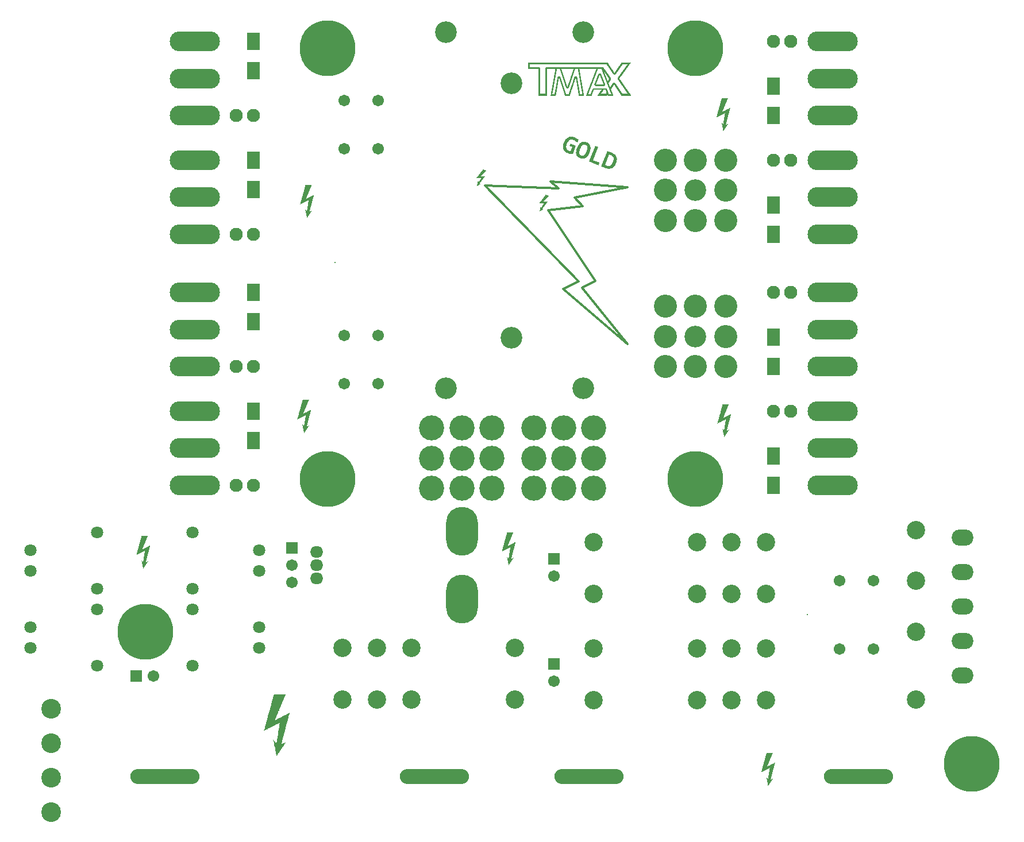
<source format=gts>
G04*
G04 #@! TF.GenerationSoftware,Altium Limited,Altium Designer,22.8.2 (66)*
G04*
G04 Layer_Color=8388736*
%FSLAX44Y44*%
%MOMM*%
G71*
G04*
G04 #@! TF.SameCoordinates,B9550543-2847-43AE-AA18-711D015818A4*
G04*
G04*
G04 #@! TF.FilePolarity,Negative*
G04*
G01*
G75*
%ADD14C,0.3000*%
%ADD16R,1.9532X2.6532*%
%ADD17C,3.7032*%
%ADD18C,3.2032*%
%ADD19C,0.2032*%
%ADD20C,2.7032*%
%ADD21C,3.4032*%
%ADD22C,1.7032*%
%ADD23C,1.8032*%
%ADD24O,7.4032X2.9532*%
%ADD25O,1.9032X1.7032*%
%ADD26O,4.7032X7.2032*%
%ADD27O,10.2032X2.2032*%
%ADD28C,2.9032*%
%ADD29O,3.2032X2.4032*%
%ADD30C,8.2032*%
%ADD31R,1.7032X1.7032*%
%ADD32R,1.7032X1.7032*%
%ADD33C,1.9532*%
G36*
X913935Y721643D02*
Y721408D01*
X913700D01*
Y721174D01*
Y720939D01*
Y720704D01*
X913231D01*
Y720469D01*
Y720234D01*
Y719999D01*
Y719765D01*
Y719530D01*
X912761D01*
Y719295D01*
Y719060D01*
Y718825D01*
X912526D01*
Y718590D01*
Y718356D01*
Y718121D01*
Y717886D01*
Y717651D01*
X912057D01*
Y717416D01*
Y717181D01*
Y716947D01*
Y716712D01*
X911587D01*
Y716477D01*
Y716242D01*
Y716007D01*
X911352D01*
Y715773D01*
Y715538D01*
Y715303D01*
Y715068D01*
Y714833D01*
X910882D01*
Y714598D01*
Y714363D01*
Y714129D01*
X910413D01*
Y713894D01*
Y713659D01*
Y713424D01*
Y713189D01*
Y712954D01*
X910178D01*
Y712720D01*
Y712485D01*
Y712250D01*
Y712015D01*
X909708D01*
Y711780D01*
Y711545D01*
Y711311D01*
X909239D01*
Y711076D01*
Y710841D01*
Y710606D01*
Y710371D01*
Y710137D01*
X909004D01*
Y709902D01*
Y709667D01*
Y709432D01*
X908534D01*
Y709197D01*
Y708962D01*
Y708728D01*
Y708493D01*
Y708258D01*
X908064D01*
Y708023D01*
Y707788D01*
Y707553D01*
Y707319D01*
X907830D01*
Y707084D01*
Y706849D01*
Y706614D01*
X907360D01*
Y706379D01*
Y706144D01*
Y705910D01*
Y705675D01*
Y705440D01*
X906890D01*
Y705205D01*
Y704970D01*
Y704735D01*
X906656D01*
Y704501D01*
Y704266D01*
Y704031D01*
Y703796D01*
Y703561D01*
X906186D01*
Y703326D01*
Y703092D01*
Y702857D01*
Y702622D01*
X905716D01*
Y702387D01*
Y702152D01*
Y701917D01*
X905481D01*
Y701683D01*
Y701448D01*
Y701213D01*
Y700978D01*
Y700743D01*
X905012D01*
Y700508D01*
Y700274D01*
Y700039D01*
X904542D01*
Y699804D01*
Y699569D01*
Y699334D01*
Y699100D01*
Y698865D01*
X904307D01*
Y698630D01*
Y698395D01*
Y698160D01*
Y697925D01*
X903838D01*
Y697691D01*
Y697456D01*
Y697221D01*
X903368D01*
Y696986D01*
Y696751D01*
Y696516D01*
Y696282D01*
Y696047D01*
X903133D01*
Y695812D01*
Y695577D01*
Y695342D01*
X902663D01*
Y695107D01*
Y694873D01*
Y694638D01*
Y694403D01*
Y694168D01*
X902194D01*
Y693933D01*
Y693698D01*
Y693464D01*
Y693229D01*
X901959D01*
Y692994D01*
Y692759D01*
Y692524D01*
X901489D01*
Y692289D01*
Y692055D01*
Y691820D01*
Y691585D01*
Y691350D01*
X901020D01*
Y691115D01*
Y690880D01*
Y690646D01*
X900785D01*
Y690411D01*
Y690176D01*
Y689941D01*
Y689706D01*
Y689471D01*
X900315D01*
Y689237D01*
Y689002D01*
Y688767D01*
Y688532D01*
X899845D01*
Y688297D01*
Y688062D01*
Y687828D01*
X899611D01*
Y687593D01*
Y687358D01*
Y687123D01*
Y686888D01*
Y686653D01*
X899141D01*
Y686419D01*
Y686184D01*
Y685949D01*
X898671D01*
Y685714D01*
Y685479D01*
Y685245D01*
Y685010D01*
X898436D01*
Y684775D01*
Y684540D01*
Y684305D01*
Y684070D01*
Y683836D01*
X898671D01*
Y684070D01*
Y684305D01*
X899611D01*
Y684540D01*
Y684775D01*
X899845D01*
Y685010D01*
X901020D01*
Y685245D01*
Y685479D01*
X901489D01*
Y685714D01*
Y685949D01*
X902194D01*
Y686184D01*
X903133D01*
Y686419D01*
Y686653D01*
X903838D01*
Y686888D01*
Y687123D01*
X904542D01*
Y687358D01*
X905481D01*
Y687593D01*
Y687828D01*
X906186D01*
Y688062D01*
Y688297D01*
X906890D01*
Y688532D01*
X907830D01*
Y688767D01*
Y689002D01*
X908534D01*
Y689237D01*
Y689471D01*
X909239D01*
Y689706D01*
X910178D01*
Y689941D01*
Y690176D01*
X910882D01*
Y690411D01*
Y690646D01*
X911587D01*
Y690880D01*
X912526D01*
Y691115D01*
Y691350D01*
X913231D01*
Y691585D01*
Y691820D01*
X913935D01*
Y692055D01*
X914875D01*
Y692289D01*
Y692524D01*
X915579D01*
Y692759D01*
Y692994D01*
X916284D01*
Y693229D01*
X916753D01*
Y693464D01*
Y693698D01*
X917458D01*
Y693933D01*
Y694168D01*
X918397D01*
Y694403D01*
X919102D01*
Y694638D01*
Y694873D01*
X919806D01*
Y694638D01*
Y694403D01*
Y694168D01*
Y693933D01*
Y693698D01*
X919571D01*
Y693464D01*
Y693229D01*
Y692994D01*
Y692759D01*
Y692524D01*
X919102D01*
Y692289D01*
Y692055D01*
Y691820D01*
Y691585D01*
Y691350D01*
Y691115D01*
Y690880D01*
X918632D01*
Y690646D01*
Y690411D01*
Y690176D01*
Y689941D01*
Y689706D01*
Y689471D01*
X918397D01*
Y689237D01*
Y689002D01*
Y688767D01*
Y688532D01*
Y688297D01*
X917927D01*
Y688062D01*
Y687828D01*
Y687593D01*
Y687358D01*
Y687123D01*
Y686888D01*
Y686653D01*
X917458D01*
Y686419D01*
Y686184D01*
Y685949D01*
Y685714D01*
Y685479D01*
Y685245D01*
Y685010D01*
X917223D01*
Y684775D01*
Y684540D01*
Y684305D01*
Y684070D01*
Y683836D01*
Y683601D01*
X916753D01*
Y683366D01*
Y683131D01*
Y682896D01*
Y682661D01*
Y682427D01*
Y682192D01*
Y681957D01*
X916284D01*
Y681722D01*
Y681487D01*
Y681252D01*
Y681018D01*
Y680783D01*
X916049D01*
Y680548D01*
Y680313D01*
Y680078D01*
Y679843D01*
Y679608D01*
Y679374D01*
Y679139D01*
X915579D01*
Y678904D01*
Y678669D01*
Y678434D01*
Y678199D01*
Y677965D01*
Y677730D01*
X915109D01*
Y677495D01*
Y677260D01*
Y677025D01*
Y676790D01*
Y676556D01*
Y676321D01*
Y676086D01*
X914875D01*
Y675851D01*
Y675616D01*
Y675381D01*
Y675147D01*
Y674912D01*
X914405D01*
Y674677D01*
Y674442D01*
Y674207D01*
Y673972D01*
Y673738D01*
Y673503D01*
Y673268D01*
X913935D01*
Y673033D01*
Y672798D01*
Y672564D01*
Y672329D01*
Y672094D01*
Y671859D01*
X913700D01*
Y671624D01*
Y671389D01*
Y671155D01*
Y670920D01*
Y670685D01*
Y670450D01*
Y670215D01*
X913231D01*
Y669980D01*
Y669746D01*
Y669511D01*
Y669276D01*
Y669041D01*
Y668806D01*
Y668571D01*
X912761D01*
Y668336D01*
Y668102D01*
Y667867D01*
Y667632D01*
Y667397D01*
X912526D01*
Y667162D01*
Y666927D01*
Y666693D01*
Y666458D01*
Y666223D01*
Y665988D01*
X912057D01*
Y665753D01*
Y665518D01*
Y665284D01*
Y665049D01*
Y664814D01*
Y664579D01*
Y664344D01*
X911587D01*
Y664109D01*
Y663875D01*
Y663640D01*
Y663405D01*
Y663170D01*
Y662935D01*
Y662701D01*
X911352D01*
Y662466D01*
Y662231D01*
Y661996D01*
Y661761D01*
Y661526D01*
X910882D01*
Y661292D01*
Y661057D01*
Y660822D01*
Y660587D01*
Y660352D01*
Y660117D01*
X910413D01*
Y659883D01*
Y659648D01*
Y659413D01*
Y659178D01*
Y658943D01*
Y658708D01*
Y658474D01*
X910178D01*
Y658239D01*
Y658004D01*
Y657769D01*
Y657534D01*
Y657299D01*
Y657065D01*
Y656830D01*
X909708D01*
Y656595D01*
Y656360D01*
Y656125D01*
Y655890D01*
Y655656D01*
Y655421D01*
X909239D01*
Y655186D01*
Y654951D01*
Y654716D01*
Y654481D01*
Y654247D01*
Y654012D01*
Y653777D01*
X909004D01*
Y653542D01*
Y653307D01*
Y653073D01*
Y652838D01*
Y652603D01*
X908534D01*
Y652368D01*
Y652133D01*
Y651898D01*
Y651664D01*
Y651429D01*
Y651194D01*
Y650959D01*
X908064D01*
Y650724D01*
Y650489D01*
Y650255D01*
Y650020D01*
Y649785D01*
X907830D01*
Y649550D01*
Y649315D01*
Y649080D01*
Y648846D01*
Y648611D01*
X908064D01*
Y648846D01*
Y649080D01*
X909004D01*
Y649315D01*
Y649550D01*
X910178D01*
Y649785D01*
X910882D01*
Y650020D01*
Y650255D01*
X912057D01*
Y650489D01*
Y650724D01*
X912761D01*
Y650959D01*
X913700D01*
Y651194D01*
Y651429D01*
X913935D01*
Y651194D01*
Y650959D01*
Y650724D01*
X913700D01*
Y650489D01*
Y650255D01*
Y650020D01*
Y649785D01*
X913231D01*
Y649550D01*
X912761D01*
Y649315D01*
Y649080D01*
X912526D01*
Y648846D01*
Y648611D01*
Y648376D01*
X912057D01*
Y648141D01*
Y647906D01*
Y647671D01*
Y647437D01*
X911587D01*
Y647202D01*
X911352D01*
Y646967D01*
Y646732D01*
Y646497D01*
Y646262D01*
X910882D01*
Y646028D01*
X910413D01*
Y645793D01*
Y645558D01*
Y645323D01*
Y645088D01*
X910178D01*
Y644853D01*
X909708D01*
Y644619D01*
Y644384D01*
Y644149D01*
Y643914D01*
X909239D01*
Y643679D01*
X909004D01*
Y643444D01*
Y643210D01*
Y642975D01*
Y642740D01*
X908534D01*
Y642505D01*
X908064D01*
Y642270D01*
Y642035D01*
Y641801D01*
Y641566D01*
X907830D01*
Y641331D01*
X907360D01*
Y641096D01*
Y640861D01*
Y640626D01*
Y640392D01*
X906890D01*
Y640157D01*
X906656D01*
Y639922D01*
Y639687D01*
Y639452D01*
Y639217D01*
X906186D01*
Y638983D01*
X905716D01*
Y638748D01*
Y638513D01*
Y638278D01*
Y638043D01*
X905481D01*
Y637808D01*
X905012D01*
Y637574D01*
Y637339D01*
Y637104D01*
Y636869D01*
X904542D01*
Y636634D01*
X904307D01*
Y636399D01*
Y636165D01*
X903838D01*
Y635930D01*
Y635695D01*
Y635460D01*
X903368D01*
Y635225D01*
Y634991D01*
X903133D01*
Y634756D01*
Y634521D01*
Y634286D01*
X902663D01*
Y634051D01*
Y633816D01*
X902194D01*
Y633581D01*
Y633347D01*
Y633112D01*
X901959D01*
Y632877D01*
Y632642D01*
X901489D01*
Y632407D01*
Y632172D01*
Y631938D01*
X901020D01*
Y631703D01*
Y631468D01*
X900785D01*
Y631703D01*
Y631938D01*
Y632172D01*
X900315D01*
Y632407D01*
Y632642D01*
Y632877D01*
Y633112D01*
Y633347D01*
Y633581D01*
Y633816D01*
Y634051D01*
Y634286D01*
Y634521D01*
X899845D01*
Y634756D01*
Y634991D01*
Y635225D01*
Y635460D01*
Y635695D01*
Y635930D01*
Y636165D01*
Y636399D01*
Y636634D01*
X899611D01*
Y636869D01*
Y637104D01*
Y637339D01*
Y637574D01*
Y637808D01*
Y638043D01*
Y638278D01*
Y638513D01*
X899141D01*
Y638748D01*
Y638983D01*
Y639217D01*
Y639452D01*
Y639687D01*
Y639922D01*
Y640157D01*
Y640392D01*
X898671D01*
Y640626D01*
Y640861D01*
Y641096D01*
Y641331D01*
Y641566D01*
Y641801D01*
Y642035D01*
Y642270D01*
Y642505D01*
X898436D01*
Y642740D01*
Y642975D01*
Y643210D01*
Y643444D01*
Y643679D01*
Y643914D01*
Y644149D01*
Y644384D01*
X897967D01*
Y644619D01*
Y644853D01*
Y645088D01*
Y645323D01*
Y645558D01*
Y645793D01*
Y646028D01*
Y646262D01*
X897497D01*
Y646497D01*
Y646732D01*
Y646967D01*
Y647202D01*
Y647437D01*
Y647671D01*
Y647906D01*
Y648141D01*
Y648376D01*
X897262D01*
Y648611D01*
Y648846D01*
Y649080D01*
Y649315D01*
Y649550D01*
Y649785D01*
X896793D01*
Y650020D01*
Y650255D01*
Y650489D01*
Y650724D01*
Y650959D01*
Y651194D01*
Y651429D01*
Y651664D01*
Y651898D01*
X896323D01*
Y652133D01*
Y652368D01*
Y652603D01*
Y652838D01*
Y653073D01*
Y653307D01*
X896088D01*
Y653542D01*
Y653777D01*
Y654012D01*
Y654247D01*
Y654481D01*
X895618D01*
Y654716D01*
Y654951D01*
X896088D01*
Y654716D01*
Y654481D01*
X896323D01*
Y654247D01*
X896793D01*
Y654012D01*
Y653777D01*
X897262D01*
Y653542D01*
Y653307D01*
X897497D01*
Y653073D01*
X897967D01*
Y652838D01*
Y652603D01*
X898436D01*
Y652368D01*
Y652133D01*
X898671D01*
Y651898D01*
X899141D01*
Y651664D01*
Y651429D01*
X899611D01*
Y651194D01*
Y650959D01*
X899845D01*
Y650724D01*
X900785D01*
Y650959D01*
Y651194D01*
Y651429D01*
Y651664D01*
Y651898D01*
X901020D01*
Y652133D01*
Y652368D01*
Y652603D01*
Y652838D01*
Y653073D01*
Y653307D01*
Y653542D01*
Y653777D01*
Y654012D01*
Y654247D01*
X901489D01*
Y654481D01*
Y654716D01*
Y654951D01*
Y655186D01*
Y655421D01*
Y655656D01*
Y655890D01*
Y656125D01*
Y656360D01*
Y656595D01*
Y656830D01*
X901959D01*
Y657065D01*
Y657299D01*
Y657534D01*
Y657769D01*
Y658004D01*
Y658239D01*
Y658474D01*
Y658708D01*
Y658943D01*
Y659178D01*
X902194D01*
Y659413D01*
Y659648D01*
Y659883D01*
Y660117D01*
Y660352D01*
Y660587D01*
Y660822D01*
Y661057D01*
Y661292D01*
Y661526D01*
X902663D01*
Y661761D01*
Y661996D01*
Y662231D01*
Y662466D01*
Y662701D01*
Y662935D01*
Y663170D01*
Y663405D01*
Y663640D01*
Y663875D01*
Y664109D01*
Y664344D01*
X903133D01*
Y664579D01*
Y664814D01*
Y665049D01*
Y665284D01*
Y665518D01*
Y665753D01*
Y665988D01*
Y666223D01*
Y666458D01*
Y666693D01*
X903368D01*
Y666927D01*
Y667162D01*
Y667397D01*
Y667632D01*
Y667867D01*
Y668102D01*
Y668336D01*
Y668571D01*
Y668806D01*
Y669041D01*
X903838D01*
Y669276D01*
Y669511D01*
Y669746D01*
Y669980D01*
Y670215D01*
Y670450D01*
Y670685D01*
Y670920D01*
Y671155D01*
Y671389D01*
Y671624D01*
Y671859D01*
X904307D01*
Y672094D01*
Y672329D01*
Y672564D01*
Y672798D01*
Y673033D01*
Y673268D01*
Y673503D01*
Y673738D01*
Y673972D01*
Y674207D01*
X904542D01*
Y674442D01*
Y674677D01*
Y674912D01*
Y675147D01*
Y675381D01*
Y675616D01*
Y675851D01*
Y676086D01*
Y676321D01*
Y676556D01*
Y676790D01*
X905012D01*
Y677025D01*
Y677260D01*
Y677495D01*
Y677730D01*
Y677965D01*
Y678199D01*
Y678434D01*
Y678669D01*
Y678904D01*
Y679139D01*
X905481D01*
Y679374D01*
Y679608D01*
Y679843D01*
Y680078D01*
X904542D01*
Y679843D01*
Y679608D01*
X903838D01*
Y679374D01*
Y679139D01*
X903133D01*
Y678904D01*
X902194D01*
Y678669D01*
Y678434D01*
X901489D01*
Y678199D01*
Y677965D01*
X900785D01*
Y677730D01*
X899845D01*
Y677495D01*
Y677260D01*
X899141D01*
Y677025D01*
Y676790D01*
X898436D01*
Y676556D01*
X897497D01*
Y676321D01*
Y676086D01*
X896793D01*
Y675851D01*
Y675616D01*
X896088D01*
Y675381D01*
X895149D01*
Y675147D01*
Y674912D01*
X894444D01*
Y674677D01*
Y674442D01*
X893740D01*
Y674207D01*
X892801D01*
Y673972D01*
Y673738D01*
X892096D01*
Y673503D01*
Y673268D01*
X891392D01*
Y673033D01*
X890452D01*
Y672798D01*
Y672564D01*
X889748D01*
Y672329D01*
Y672094D01*
X889043D01*
Y671859D01*
X888104D01*
Y671624D01*
Y671389D01*
X887399D01*
Y671155D01*
Y670920D01*
X886695D01*
Y670685D01*
X885755D01*
Y670450D01*
Y670215D01*
X885051D01*
Y669980D01*
Y669746D01*
X884346D01*
Y669511D01*
X883407D01*
Y669276D01*
Y669041D01*
X882703D01*
Y668806D01*
Y668571D01*
X882233D01*
Y668806D01*
Y669041D01*
Y669276D01*
Y669511D01*
Y669746D01*
X882703D01*
Y669980D01*
Y670215D01*
Y670450D01*
Y670685D01*
Y670920D01*
Y671155D01*
Y671389D01*
X883172D01*
Y671624D01*
Y671859D01*
Y672094D01*
Y672329D01*
Y672564D01*
X883407D01*
Y672798D01*
Y673033D01*
Y673268D01*
Y673503D01*
Y673738D01*
Y673972D01*
Y674207D01*
X883877D01*
Y674442D01*
Y674677D01*
Y674912D01*
Y675147D01*
Y675381D01*
Y675616D01*
X884346D01*
Y675851D01*
Y676086D01*
Y676321D01*
Y676556D01*
Y676790D01*
X884581D01*
Y677025D01*
Y677260D01*
Y677495D01*
Y677730D01*
Y677965D01*
Y678199D01*
Y678434D01*
X885051D01*
Y678669D01*
Y678904D01*
Y679139D01*
Y679374D01*
Y679608D01*
Y679843D01*
Y680078D01*
X885521D01*
Y680313D01*
Y680548D01*
Y680783D01*
Y681018D01*
Y681252D01*
X885755D01*
Y681487D01*
Y681722D01*
Y681957D01*
Y682192D01*
Y682427D01*
Y682661D01*
X886225D01*
Y682896D01*
Y683131D01*
Y683366D01*
Y683601D01*
Y683836D01*
Y684070D01*
Y684305D01*
X886695D01*
Y684540D01*
Y684775D01*
Y685010D01*
Y685245D01*
Y685479D01*
X886930D01*
Y685714D01*
Y685949D01*
Y686184D01*
Y686419D01*
Y686653D01*
Y686888D01*
Y687123D01*
X887399D01*
Y687358D01*
Y687593D01*
Y687828D01*
Y688062D01*
Y688297D01*
Y688532D01*
X887869D01*
Y688767D01*
Y689002D01*
Y689237D01*
Y689471D01*
Y689706D01*
X888104D01*
Y689941D01*
Y690176D01*
Y690411D01*
Y690646D01*
Y690880D01*
Y691115D01*
Y691350D01*
X888574D01*
Y691585D01*
Y691820D01*
Y692055D01*
Y692289D01*
Y692524D01*
X889043D01*
Y692759D01*
Y692994D01*
Y693229D01*
Y693464D01*
Y693698D01*
Y693933D01*
Y694168D01*
X889278D01*
Y694403D01*
Y694638D01*
Y694873D01*
Y695107D01*
Y695342D01*
Y695577D01*
X889748D01*
Y695812D01*
Y696047D01*
Y696282D01*
Y696516D01*
Y696751D01*
X890217D01*
Y696986D01*
Y697221D01*
Y697456D01*
Y697691D01*
Y697925D01*
Y698160D01*
Y698395D01*
X890452D01*
Y698630D01*
Y698865D01*
Y699100D01*
Y699334D01*
Y699569D01*
X890922D01*
Y699804D01*
Y700039D01*
Y700274D01*
Y700508D01*
Y700743D01*
Y700978D01*
Y701213D01*
X891392D01*
Y701448D01*
Y701683D01*
Y701917D01*
Y702152D01*
Y702387D01*
Y702622D01*
X891626D01*
Y702857D01*
Y703092D01*
Y703326D01*
Y703561D01*
Y703796D01*
X892096D01*
Y704031D01*
Y704266D01*
Y704501D01*
Y704735D01*
Y704970D01*
Y705205D01*
Y705440D01*
X892566D01*
Y705675D01*
Y705910D01*
Y706144D01*
Y706379D01*
Y706614D01*
Y706849D01*
Y707084D01*
X892801D01*
Y707319D01*
Y707553D01*
Y707788D01*
Y708023D01*
Y708258D01*
X893270D01*
Y708493D01*
Y708728D01*
Y708962D01*
Y709197D01*
Y709432D01*
Y709667D01*
X893740D01*
Y709902D01*
Y710137D01*
Y710371D01*
Y710606D01*
Y710841D01*
Y711076D01*
Y711311D01*
X893975D01*
Y711545D01*
Y711780D01*
Y712015D01*
Y712250D01*
Y712485D01*
X894444D01*
Y712720D01*
Y712954D01*
Y713189D01*
Y713424D01*
Y713659D01*
Y713894D01*
Y714129D01*
X894914D01*
Y714363D01*
Y714598D01*
Y714833D01*
Y715068D01*
Y715303D01*
Y715538D01*
X895149D01*
Y715773D01*
Y716007D01*
Y716242D01*
Y716477D01*
Y716712D01*
X895618D01*
Y716947D01*
Y717181D01*
Y717416D01*
Y717651D01*
Y717886D01*
Y718121D01*
Y718356D01*
X896088D01*
Y718590D01*
Y718825D01*
Y719060D01*
Y719295D01*
Y719530D01*
X896323D01*
Y719765D01*
Y719999D01*
Y720234D01*
Y720469D01*
Y720704D01*
Y720939D01*
Y721174D01*
X896793D01*
Y721408D01*
Y721643D01*
Y721878D01*
X913935D01*
Y721643D01*
D02*
G37*
G36*
X711306Y956129D02*
Y956002D01*
X711180D01*
Y955875D01*
Y955749D01*
Y955622D01*
X710926D01*
Y955496D01*
Y955369D01*
Y955242D01*
Y955116D01*
Y954989D01*
X710673D01*
Y954862D01*
Y954736D01*
Y954609D01*
X710546D01*
Y954482D01*
Y954356D01*
Y954229D01*
Y954102D01*
Y953976D01*
X710293D01*
Y953849D01*
Y953722D01*
Y953596D01*
Y953469D01*
X710040D01*
Y953342D01*
Y953216D01*
Y953089D01*
X709913D01*
Y952962D01*
Y952836D01*
Y952709D01*
Y952582D01*
Y952456D01*
X709660D01*
Y952329D01*
Y952202D01*
Y952076D01*
X709406D01*
Y951949D01*
Y951823D01*
Y951696D01*
Y951569D01*
Y951442D01*
X709280D01*
Y951316D01*
Y951189D01*
Y951062D01*
Y950936D01*
X709026D01*
Y950809D01*
Y950683D01*
Y950556D01*
X708773D01*
Y950429D01*
Y950303D01*
Y950176D01*
Y950049D01*
Y949923D01*
X708646D01*
Y949796D01*
Y949669D01*
Y949543D01*
X708393D01*
Y949416D01*
Y949289D01*
Y949163D01*
Y949036D01*
Y948909D01*
X708140D01*
Y948783D01*
Y948656D01*
Y948529D01*
Y948403D01*
X708013D01*
Y948276D01*
Y948149D01*
Y948023D01*
X707760D01*
Y947896D01*
Y947769D01*
Y947643D01*
Y947516D01*
Y947389D01*
X707506D01*
Y947263D01*
Y947136D01*
Y947009D01*
X707380D01*
Y946883D01*
Y946756D01*
Y946629D01*
Y946503D01*
Y946376D01*
X707126D01*
Y946249D01*
Y946123D01*
Y945996D01*
Y945869D01*
X706873D01*
Y945743D01*
Y945616D01*
Y945489D01*
X706747D01*
Y945363D01*
Y945236D01*
Y945109D01*
Y944983D01*
Y944856D01*
X706493D01*
Y944730D01*
Y944603D01*
Y944476D01*
X706240D01*
Y944350D01*
Y944223D01*
Y944096D01*
Y943970D01*
Y943843D01*
X706113D01*
Y943716D01*
Y943590D01*
Y943463D01*
Y943336D01*
X705860D01*
Y943210D01*
Y943083D01*
Y942956D01*
X705607D01*
Y942830D01*
Y942703D01*
Y942576D01*
Y942450D01*
Y942323D01*
X705480D01*
Y942196D01*
Y942070D01*
Y941943D01*
X705227D01*
Y941816D01*
Y941690D01*
Y941563D01*
Y941436D01*
Y941310D01*
X704973D01*
Y941183D01*
Y941056D01*
Y940930D01*
Y940803D01*
X704847D01*
Y940676D01*
Y940550D01*
Y940423D01*
X704593D01*
Y940296D01*
Y940170D01*
Y940043D01*
Y939917D01*
Y939790D01*
X704340D01*
Y939663D01*
Y939537D01*
Y939410D01*
X704213D01*
Y939283D01*
Y939156D01*
Y939030D01*
Y938903D01*
Y938776D01*
X703960D01*
Y938650D01*
Y938523D01*
Y938397D01*
Y938270D01*
X703707D01*
Y938143D01*
Y938017D01*
Y937890D01*
X703580D01*
Y937763D01*
Y937637D01*
Y937510D01*
Y937383D01*
Y937257D01*
X703327D01*
Y937130D01*
Y937003D01*
Y936877D01*
X703073D01*
Y936750D01*
Y936623D01*
Y936497D01*
Y936370D01*
X702947D01*
Y936243D01*
Y936117D01*
Y935990D01*
Y935863D01*
Y935737D01*
X703073D01*
Y935863D01*
Y935990D01*
X703580D01*
Y936117D01*
Y936243D01*
X703707D01*
Y936370D01*
X704340D01*
Y936497D01*
Y936623D01*
X704593D01*
Y936750D01*
Y936877D01*
X704973D01*
Y937003D01*
X705480D01*
Y937130D01*
Y937257D01*
X705860D01*
Y937383D01*
Y937510D01*
X706240D01*
Y937637D01*
X706747D01*
Y937763D01*
Y937890D01*
X707126D01*
Y938017D01*
Y938143D01*
X707506D01*
Y938270D01*
X708013D01*
Y938397D01*
Y938523D01*
X708393D01*
Y938650D01*
Y938776D01*
X708773D01*
Y938903D01*
X709280D01*
Y939030D01*
Y939156D01*
X709660D01*
Y939283D01*
Y939410D01*
X710040D01*
Y939537D01*
X710546D01*
Y939663D01*
Y939790D01*
X710926D01*
Y939917D01*
Y940043D01*
X711306D01*
Y940170D01*
X711813D01*
Y940296D01*
Y940423D01*
X712193D01*
Y940550D01*
Y940676D01*
X712573D01*
Y940803D01*
X712826D01*
Y940930D01*
Y941056D01*
X713206D01*
Y941183D01*
Y941310D01*
X713713D01*
Y941436D01*
X714093D01*
Y941563D01*
Y941690D01*
X714473D01*
Y941563D01*
Y941436D01*
Y941310D01*
Y941183D01*
Y941056D01*
X714346D01*
Y940930D01*
Y940803D01*
Y940676D01*
Y940550D01*
Y940423D01*
X714093D01*
Y940296D01*
Y940170D01*
Y940043D01*
Y939917D01*
Y939790D01*
Y939663D01*
Y939537D01*
X713839D01*
Y939410D01*
Y939283D01*
Y939156D01*
Y939030D01*
Y938903D01*
Y938776D01*
X713713D01*
Y938650D01*
Y938523D01*
Y938397D01*
Y938270D01*
Y938143D01*
X713459D01*
Y938017D01*
Y937890D01*
Y937763D01*
Y937637D01*
Y937510D01*
Y937383D01*
Y937257D01*
X713206D01*
Y937130D01*
Y937003D01*
Y936877D01*
Y936750D01*
Y936623D01*
Y936497D01*
Y936370D01*
X713079D01*
Y936243D01*
Y936117D01*
Y935990D01*
Y935863D01*
Y935737D01*
Y935610D01*
X712826D01*
Y935483D01*
Y935357D01*
Y935230D01*
Y935103D01*
Y934977D01*
Y934850D01*
Y934723D01*
X712573D01*
Y934597D01*
Y934470D01*
Y934343D01*
Y934217D01*
Y934090D01*
X712446D01*
Y933963D01*
Y933837D01*
Y933710D01*
Y933584D01*
Y933457D01*
Y933330D01*
Y933204D01*
X712193D01*
Y933077D01*
Y932950D01*
Y932823D01*
Y932697D01*
Y932570D01*
Y932444D01*
X711939D01*
Y932317D01*
Y932190D01*
Y932064D01*
Y931937D01*
Y931810D01*
Y931684D01*
Y931557D01*
X711813D01*
Y931430D01*
Y931304D01*
Y931177D01*
Y931050D01*
Y930924D01*
X711560D01*
Y930797D01*
Y930670D01*
Y930544D01*
Y930417D01*
Y930290D01*
Y930164D01*
Y930037D01*
X711306D01*
Y929910D01*
Y929784D01*
Y929657D01*
Y929530D01*
Y929404D01*
Y929277D01*
X711180D01*
Y929150D01*
Y929024D01*
Y928897D01*
Y928770D01*
Y928644D01*
Y928517D01*
Y928390D01*
X710926D01*
Y928264D01*
Y928137D01*
Y928010D01*
Y927884D01*
Y927757D01*
Y927630D01*
Y927504D01*
X710673D01*
Y927377D01*
Y927251D01*
Y927124D01*
Y926997D01*
Y926870D01*
X710546D01*
Y926744D01*
Y926617D01*
Y926491D01*
Y926364D01*
Y926237D01*
Y926111D01*
X710293D01*
Y925984D01*
Y925857D01*
Y925731D01*
Y925604D01*
Y925477D01*
Y925351D01*
Y925224D01*
X710040D01*
Y925097D01*
Y924971D01*
Y924844D01*
Y924717D01*
Y924591D01*
Y924464D01*
Y924337D01*
X709913D01*
Y924211D01*
Y924084D01*
Y923957D01*
Y923831D01*
Y923704D01*
X709660D01*
Y923577D01*
Y923451D01*
Y923324D01*
Y923197D01*
Y923071D01*
Y922944D01*
X709406D01*
Y922817D01*
Y922691D01*
Y922564D01*
Y922437D01*
Y922311D01*
Y922184D01*
Y922057D01*
X709280D01*
Y921931D01*
Y921804D01*
Y921677D01*
Y921551D01*
Y921424D01*
Y921298D01*
Y921171D01*
X709026D01*
Y921044D01*
Y920918D01*
Y920791D01*
Y920664D01*
Y920538D01*
Y920411D01*
X708773D01*
Y920284D01*
Y920157D01*
Y920031D01*
Y919904D01*
Y919778D01*
Y919651D01*
Y919524D01*
X708646D01*
Y919398D01*
Y919271D01*
Y919144D01*
Y919018D01*
Y918891D01*
X708393D01*
Y918764D01*
Y918638D01*
Y918511D01*
Y918384D01*
Y918258D01*
Y918131D01*
Y918004D01*
X708140D01*
Y917878D01*
Y917751D01*
Y917624D01*
Y917498D01*
Y917371D01*
X708013D01*
Y917244D01*
Y917118D01*
Y916991D01*
Y916864D01*
Y916738D01*
X708140D01*
Y916864D01*
Y916991D01*
X708646D01*
Y917118D01*
Y917244D01*
X709280D01*
Y917371D01*
X709660D01*
Y917498D01*
Y917624D01*
X710293D01*
Y917751D01*
Y917878D01*
X710673D01*
Y918004D01*
X711180D01*
Y918131D01*
Y918258D01*
X711306D01*
Y918131D01*
Y918004D01*
Y917878D01*
X711180D01*
Y917751D01*
Y917624D01*
Y917498D01*
Y917371D01*
X710926D01*
Y917244D01*
X710673D01*
Y917118D01*
Y916991D01*
X710546D01*
Y916864D01*
Y916738D01*
Y916611D01*
X710293D01*
Y916485D01*
Y916358D01*
Y916231D01*
Y916105D01*
X710040D01*
Y915978D01*
X709913D01*
Y915851D01*
Y915724D01*
Y915598D01*
Y915471D01*
X709660D01*
Y915344D01*
X709406D01*
Y915218D01*
Y915091D01*
Y914965D01*
Y914838D01*
X709280D01*
Y914711D01*
X709026D01*
Y914585D01*
Y914458D01*
Y914331D01*
Y914205D01*
X708773D01*
Y914078D01*
X708646D01*
Y913951D01*
Y913825D01*
Y913698D01*
Y913571D01*
X708393D01*
Y913445D01*
X708140D01*
Y913318D01*
Y913191D01*
Y913065D01*
Y912938D01*
X708013D01*
Y912811D01*
X707760D01*
Y912685D01*
Y912558D01*
Y912431D01*
Y912305D01*
X707506D01*
Y912178D01*
X707380D01*
Y912051D01*
Y911925D01*
Y911798D01*
Y911671D01*
X707126D01*
Y911545D01*
X706873D01*
Y911418D01*
Y911291D01*
Y911165D01*
Y911038D01*
X706747D01*
Y910911D01*
X706493D01*
Y910785D01*
Y910658D01*
Y910531D01*
Y910405D01*
X706240D01*
Y910278D01*
X706113D01*
Y910152D01*
Y910025D01*
X705860D01*
Y909898D01*
Y909771D01*
Y909645D01*
X705607D01*
Y909518D01*
Y909392D01*
X705480D01*
Y909265D01*
Y909138D01*
Y909012D01*
X705227D01*
Y908885D01*
Y908758D01*
X704973D01*
Y908632D01*
Y908505D01*
Y908378D01*
X704847D01*
Y908252D01*
Y908125D01*
X704593D01*
Y907998D01*
Y907872D01*
Y907745D01*
X704340D01*
Y907618D01*
Y907492D01*
X704213D01*
Y907618D01*
Y907745D01*
Y907872D01*
X703960D01*
Y907998D01*
Y908125D01*
Y908252D01*
Y908378D01*
Y908505D01*
Y908632D01*
Y908758D01*
Y908885D01*
Y909012D01*
Y909138D01*
X703707D01*
Y909265D01*
Y909392D01*
Y909518D01*
Y909645D01*
Y909771D01*
Y909898D01*
Y910025D01*
Y910152D01*
Y910278D01*
X703580D01*
Y910405D01*
Y910531D01*
Y910658D01*
Y910785D01*
Y910911D01*
Y911038D01*
Y911165D01*
Y911291D01*
X703327D01*
Y911418D01*
Y911545D01*
Y911671D01*
Y911798D01*
Y911925D01*
Y912051D01*
Y912178D01*
Y912305D01*
X703073D01*
Y912431D01*
Y912558D01*
Y912685D01*
Y912811D01*
Y912938D01*
Y913065D01*
Y913191D01*
Y913318D01*
Y913445D01*
X702947D01*
Y913571D01*
Y913698D01*
Y913825D01*
Y913951D01*
Y914078D01*
Y914205D01*
Y914331D01*
Y914458D01*
X702693D01*
Y914585D01*
Y914711D01*
Y914838D01*
Y914965D01*
Y915091D01*
Y915218D01*
Y915344D01*
Y915471D01*
X702440D01*
Y915598D01*
Y915724D01*
Y915851D01*
Y915978D01*
Y916105D01*
Y916231D01*
Y916358D01*
Y916485D01*
Y916611D01*
X702313D01*
Y916738D01*
Y916864D01*
Y916991D01*
Y917118D01*
Y917244D01*
Y917371D01*
X702060D01*
Y917498D01*
Y917624D01*
Y917751D01*
Y917878D01*
Y918004D01*
Y918131D01*
Y918258D01*
Y918384D01*
Y918511D01*
X701807D01*
Y918638D01*
Y918764D01*
Y918891D01*
Y919018D01*
Y919144D01*
Y919271D01*
X701680D01*
Y919398D01*
Y919524D01*
Y919651D01*
Y919778D01*
Y919904D01*
X701427D01*
Y920031D01*
Y920157D01*
X701680D01*
Y920031D01*
Y919904D01*
X701807D01*
Y919778D01*
X702060D01*
Y919651D01*
Y919524D01*
X702313D01*
Y919398D01*
Y919271D01*
X702440D01*
Y919144D01*
X702693D01*
Y919018D01*
Y918891D01*
X702947D01*
Y918764D01*
Y918638D01*
X703073D01*
Y918511D01*
X703327D01*
Y918384D01*
Y918258D01*
X703580D01*
Y918131D01*
Y918004D01*
X703707D01*
Y917878D01*
X704213D01*
Y918004D01*
Y918131D01*
Y918258D01*
Y918384D01*
Y918511D01*
X704340D01*
Y918638D01*
Y918764D01*
Y918891D01*
Y919018D01*
Y919144D01*
Y919271D01*
Y919398D01*
Y919524D01*
Y919651D01*
Y919778D01*
X704593D01*
Y919904D01*
Y920031D01*
Y920157D01*
Y920284D01*
Y920411D01*
Y920538D01*
Y920664D01*
Y920791D01*
Y920918D01*
Y921044D01*
Y921171D01*
X704847D01*
Y921298D01*
Y921424D01*
Y921551D01*
Y921677D01*
Y921804D01*
Y921931D01*
Y922057D01*
Y922184D01*
Y922311D01*
Y922437D01*
X704973D01*
Y922564D01*
Y922691D01*
Y922817D01*
Y922944D01*
Y923071D01*
Y923197D01*
Y923324D01*
Y923451D01*
Y923577D01*
Y923704D01*
X705227D01*
Y923831D01*
Y923957D01*
Y924084D01*
Y924211D01*
Y924337D01*
Y924464D01*
Y924591D01*
Y924717D01*
Y924844D01*
Y924971D01*
Y925097D01*
Y925224D01*
X705480D01*
Y925351D01*
Y925477D01*
Y925604D01*
Y925731D01*
Y925857D01*
Y925984D01*
Y926111D01*
Y926237D01*
Y926364D01*
Y926491D01*
X705607D01*
Y926617D01*
Y926744D01*
Y926870D01*
Y926997D01*
Y927124D01*
Y927251D01*
Y927377D01*
Y927504D01*
Y927630D01*
Y927757D01*
X705860D01*
Y927884D01*
Y928010D01*
Y928137D01*
Y928264D01*
Y928390D01*
Y928517D01*
Y928644D01*
Y928770D01*
Y928897D01*
Y929024D01*
Y929150D01*
Y929277D01*
X706113D01*
Y929404D01*
Y929530D01*
Y929657D01*
Y929784D01*
Y929910D01*
Y930037D01*
Y930164D01*
Y930290D01*
Y930417D01*
Y930544D01*
X706240D01*
Y930670D01*
Y930797D01*
Y930924D01*
Y931050D01*
Y931177D01*
Y931304D01*
Y931430D01*
Y931557D01*
Y931684D01*
Y931810D01*
Y931937D01*
X706493D01*
Y932064D01*
Y932190D01*
Y932317D01*
Y932444D01*
Y932570D01*
Y932697D01*
Y932823D01*
Y932950D01*
Y933077D01*
Y933204D01*
X706747D01*
Y933330D01*
Y933457D01*
Y933584D01*
Y933710D01*
X706240D01*
Y933584D01*
Y933457D01*
X705860D01*
Y933330D01*
Y933204D01*
X705480D01*
Y933077D01*
X704973D01*
Y932950D01*
Y932823D01*
X704593D01*
Y932697D01*
Y932570D01*
X704213D01*
Y932444D01*
X703707D01*
Y932317D01*
Y932190D01*
X703327D01*
Y932064D01*
Y931937D01*
X702947D01*
Y931810D01*
X702440D01*
Y931684D01*
Y931557D01*
X702060D01*
Y931430D01*
Y931304D01*
X701680D01*
Y931177D01*
X701173D01*
Y931050D01*
Y930924D01*
X700794D01*
Y930797D01*
Y930670D01*
X700414D01*
Y930544D01*
X699907D01*
Y930417D01*
Y930290D01*
X699527D01*
Y930164D01*
Y930037D01*
X699147D01*
Y929910D01*
X698640D01*
Y929784D01*
Y929657D01*
X698260D01*
Y929530D01*
Y929404D01*
X697880D01*
Y929277D01*
X697374D01*
Y929150D01*
Y929024D01*
X696994D01*
Y928897D01*
Y928770D01*
X696614D01*
Y928644D01*
X696107D01*
Y928517D01*
Y928390D01*
X695727D01*
Y928264D01*
Y928137D01*
X695347D01*
Y928010D01*
X694840D01*
Y927884D01*
Y927757D01*
X694461D01*
Y927630D01*
Y927504D01*
X694207D01*
Y927630D01*
Y927757D01*
Y927884D01*
Y928010D01*
Y928137D01*
X694461D01*
Y928264D01*
Y928390D01*
Y928517D01*
Y928644D01*
Y928770D01*
Y928897D01*
Y929024D01*
X694714D01*
Y929150D01*
Y929277D01*
Y929404D01*
Y929530D01*
Y929657D01*
X694840D01*
Y929784D01*
Y929910D01*
Y930037D01*
Y930164D01*
Y930290D01*
Y930417D01*
Y930544D01*
X695094D01*
Y930670D01*
Y930797D01*
Y930924D01*
Y931050D01*
Y931177D01*
Y931304D01*
X695347D01*
Y931430D01*
Y931557D01*
Y931684D01*
Y931810D01*
Y931937D01*
X695474D01*
Y932064D01*
Y932190D01*
Y932317D01*
Y932444D01*
Y932570D01*
Y932697D01*
Y932823D01*
X695727D01*
Y932950D01*
Y933077D01*
Y933204D01*
Y933330D01*
Y933457D01*
Y933584D01*
Y933710D01*
X695980D01*
Y933837D01*
Y933963D01*
Y934090D01*
Y934217D01*
Y934343D01*
X696107D01*
Y934470D01*
Y934597D01*
Y934723D01*
Y934850D01*
Y934977D01*
Y935103D01*
X696360D01*
Y935230D01*
Y935357D01*
Y935483D01*
Y935610D01*
Y935737D01*
Y935863D01*
Y935990D01*
X696614D01*
Y936117D01*
Y936243D01*
Y936370D01*
Y936497D01*
Y936623D01*
X696740D01*
Y936750D01*
Y936877D01*
Y937003D01*
Y937130D01*
Y937257D01*
Y937383D01*
Y937510D01*
X696994D01*
Y937637D01*
Y937763D01*
Y937890D01*
Y938017D01*
Y938143D01*
Y938270D01*
X697247D01*
Y938397D01*
Y938523D01*
Y938650D01*
Y938776D01*
Y938903D01*
X697374D01*
Y939030D01*
Y939156D01*
Y939283D01*
Y939410D01*
Y939537D01*
Y939663D01*
Y939790D01*
X697627D01*
Y939917D01*
Y940043D01*
Y940170D01*
Y940296D01*
Y940423D01*
X697880D01*
Y940550D01*
Y940676D01*
Y940803D01*
Y940930D01*
Y941056D01*
Y941183D01*
Y941310D01*
X698007D01*
Y941436D01*
Y941563D01*
Y941690D01*
Y941816D01*
Y941943D01*
Y942070D01*
X698260D01*
Y942196D01*
Y942323D01*
Y942450D01*
Y942576D01*
Y942703D01*
X698514D01*
Y942830D01*
Y942956D01*
Y943083D01*
Y943210D01*
Y943336D01*
Y943463D01*
Y943590D01*
X698640D01*
Y943716D01*
Y943843D01*
Y943970D01*
Y944096D01*
Y944223D01*
X698894D01*
Y944350D01*
Y944476D01*
Y944603D01*
Y944730D01*
Y944856D01*
Y944983D01*
Y945109D01*
X699147D01*
Y945236D01*
Y945363D01*
Y945489D01*
Y945616D01*
Y945743D01*
Y945869D01*
X699274D01*
Y945996D01*
Y946123D01*
Y946249D01*
Y946376D01*
Y946503D01*
X699527D01*
Y946629D01*
Y946756D01*
Y946883D01*
Y947009D01*
Y947136D01*
Y947263D01*
Y947389D01*
X699780D01*
Y947516D01*
Y947643D01*
Y947769D01*
Y947896D01*
Y948023D01*
Y948149D01*
Y948276D01*
X699907D01*
Y948403D01*
Y948529D01*
Y948656D01*
Y948783D01*
Y948909D01*
X700160D01*
Y949036D01*
Y949163D01*
Y949289D01*
Y949416D01*
Y949543D01*
Y949669D01*
X700414D01*
Y949796D01*
Y949923D01*
Y950049D01*
Y950176D01*
Y950303D01*
Y950429D01*
Y950556D01*
X700540D01*
Y950683D01*
Y950809D01*
Y950936D01*
Y951062D01*
Y951189D01*
X700794D01*
Y951316D01*
Y951442D01*
Y951569D01*
Y951696D01*
Y951823D01*
Y951949D01*
Y952076D01*
X701047D01*
Y952202D01*
Y952329D01*
Y952456D01*
Y952582D01*
Y952709D01*
Y952836D01*
X701173D01*
Y952962D01*
Y953089D01*
Y953216D01*
Y953342D01*
Y953469D01*
X701427D01*
Y953596D01*
Y953722D01*
Y953849D01*
Y953976D01*
Y954102D01*
Y954229D01*
Y954356D01*
X701680D01*
Y954482D01*
Y954609D01*
Y954736D01*
Y954862D01*
Y954989D01*
X701807D01*
Y955116D01*
Y955242D01*
Y955369D01*
Y955496D01*
Y955622D01*
Y955749D01*
Y955875D01*
X702060D01*
Y956002D01*
Y956129D01*
Y956255D01*
X711306D01*
Y956129D01*
D02*
G37*
G36*
X948423Y1156142D02*
Y1156015D01*
X948296D01*
Y1155889D01*
Y1155762D01*
Y1155635D01*
X948043D01*
Y1155509D01*
Y1155382D01*
Y1155255D01*
Y1155129D01*
Y1155002D01*
X947790D01*
Y1154875D01*
Y1154749D01*
Y1154622D01*
X947663D01*
Y1154495D01*
Y1154369D01*
Y1154242D01*
Y1154115D01*
Y1153989D01*
X947410D01*
Y1153862D01*
Y1153736D01*
Y1153609D01*
Y1153482D01*
X947156D01*
Y1153355D01*
Y1153229D01*
Y1153102D01*
X947030D01*
Y1152975D01*
Y1152849D01*
Y1152722D01*
Y1152596D01*
Y1152469D01*
X946777D01*
Y1152342D01*
Y1152215D01*
Y1152089D01*
X946523D01*
Y1151962D01*
Y1151836D01*
Y1151709D01*
Y1151582D01*
Y1151456D01*
X946396D01*
Y1151329D01*
Y1151202D01*
Y1151076D01*
Y1150949D01*
X946143D01*
Y1150822D01*
Y1150696D01*
Y1150569D01*
X945890D01*
Y1150442D01*
Y1150316D01*
Y1150189D01*
Y1150062D01*
Y1149936D01*
X945763D01*
Y1149809D01*
Y1149682D01*
Y1149556D01*
X945510D01*
Y1149429D01*
Y1149302D01*
Y1149176D01*
Y1149049D01*
Y1148922D01*
X945257D01*
Y1148796D01*
Y1148669D01*
Y1148542D01*
Y1148416D01*
X945130D01*
Y1148289D01*
Y1148162D01*
Y1148036D01*
X944877D01*
Y1147909D01*
Y1147783D01*
Y1147656D01*
Y1147529D01*
Y1147402D01*
X944623D01*
Y1147276D01*
Y1147149D01*
Y1147022D01*
X944497D01*
Y1146896D01*
Y1146769D01*
Y1146643D01*
Y1146516D01*
Y1146389D01*
X944243D01*
Y1146263D01*
Y1146136D01*
Y1146009D01*
Y1145883D01*
X943990D01*
Y1145756D01*
Y1145629D01*
Y1145503D01*
X943863D01*
Y1145376D01*
Y1145249D01*
Y1145123D01*
Y1144996D01*
Y1144869D01*
X943610D01*
Y1144743D01*
Y1144616D01*
Y1144489D01*
X943357D01*
Y1144363D01*
Y1144236D01*
Y1144109D01*
Y1143983D01*
Y1143856D01*
X943230D01*
Y1143729D01*
Y1143603D01*
Y1143476D01*
Y1143349D01*
X942977D01*
Y1143223D01*
Y1143096D01*
Y1142969D01*
X942723D01*
Y1142843D01*
Y1142716D01*
Y1142589D01*
Y1142463D01*
Y1142336D01*
X942597D01*
Y1142209D01*
Y1142083D01*
Y1141956D01*
X942343D01*
Y1141830D01*
Y1141703D01*
Y1141576D01*
Y1141450D01*
Y1141323D01*
X942090D01*
Y1141196D01*
Y1141069D01*
Y1140943D01*
Y1140816D01*
X941963D01*
Y1140690D01*
Y1140563D01*
Y1140436D01*
X941710D01*
Y1140310D01*
Y1140183D01*
Y1140056D01*
Y1139930D01*
Y1139803D01*
X941457D01*
Y1139676D01*
Y1139550D01*
Y1139423D01*
X941330D01*
Y1139296D01*
Y1139170D01*
Y1139043D01*
Y1138916D01*
Y1138790D01*
X941077D01*
Y1138663D01*
Y1138536D01*
Y1138410D01*
Y1138283D01*
X940823D01*
Y1138156D01*
Y1138030D01*
Y1137903D01*
X940697D01*
Y1137776D01*
Y1137650D01*
Y1137523D01*
Y1137396D01*
Y1137270D01*
X940443D01*
Y1137143D01*
Y1137016D01*
Y1136890D01*
X940190D01*
Y1136763D01*
Y1136637D01*
Y1136510D01*
Y1136383D01*
X940063D01*
Y1136256D01*
Y1136130D01*
Y1136003D01*
Y1135876D01*
Y1135750D01*
X940190D01*
Y1135876D01*
Y1136003D01*
X940697D01*
Y1136130D01*
Y1136256D01*
X940823D01*
Y1136383D01*
X941457D01*
Y1136510D01*
Y1136637D01*
X941710D01*
Y1136763D01*
Y1136890D01*
X942090D01*
Y1137016D01*
X942597D01*
Y1137143D01*
Y1137270D01*
X942977D01*
Y1137396D01*
Y1137523D01*
X943357D01*
Y1137650D01*
X943863D01*
Y1137776D01*
Y1137903D01*
X944243D01*
Y1138030D01*
Y1138156D01*
X944623D01*
Y1138283D01*
X945130D01*
Y1138410D01*
Y1138536D01*
X945510D01*
Y1138663D01*
Y1138790D01*
X945890D01*
Y1138916D01*
X946396D01*
Y1139043D01*
Y1139170D01*
X946777D01*
Y1139296D01*
Y1139423D01*
X947156D01*
Y1139550D01*
X947663D01*
Y1139676D01*
Y1139803D01*
X948043D01*
Y1139930D01*
Y1140056D01*
X948423D01*
Y1140183D01*
X948930D01*
Y1140310D01*
Y1140436D01*
X949310D01*
Y1140563D01*
Y1140690D01*
X949690D01*
Y1140816D01*
X949943D01*
Y1140943D01*
Y1141069D01*
X950323D01*
Y1141196D01*
Y1141323D01*
X950830D01*
Y1141450D01*
X951210D01*
Y1141576D01*
Y1141703D01*
X951590D01*
Y1141576D01*
Y1141450D01*
Y1141323D01*
Y1141196D01*
Y1141069D01*
X951463D01*
Y1140943D01*
Y1140816D01*
Y1140690D01*
Y1140563D01*
Y1140436D01*
X951210D01*
Y1140310D01*
Y1140183D01*
Y1140056D01*
Y1139930D01*
Y1139803D01*
Y1139676D01*
Y1139550D01*
X950956D01*
Y1139423D01*
Y1139296D01*
Y1139170D01*
Y1139043D01*
Y1138916D01*
Y1138790D01*
X950830D01*
Y1138663D01*
Y1138536D01*
Y1138410D01*
Y1138283D01*
Y1138156D01*
X950576D01*
Y1138030D01*
Y1137903D01*
Y1137776D01*
Y1137650D01*
Y1137523D01*
Y1137396D01*
Y1137270D01*
X950323D01*
Y1137143D01*
Y1137016D01*
Y1136890D01*
Y1136763D01*
Y1136637D01*
Y1136510D01*
Y1136383D01*
X950196D01*
Y1136256D01*
Y1136130D01*
Y1136003D01*
Y1135876D01*
Y1135750D01*
Y1135623D01*
X949943D01*
Y1135497D01*
Y1135370D01*
Y1135243D01*
Y1135117D01*
Y1134990D01*
Y1134863D01*
Y1134737D01*
X949690D01*
Y1134610D01*
Y1134483D01*
Y1134357D01*
Y1134230D01*
Y1134103D01*
X949563D01*
Y1133977D01*
Y1133850D01*
Y1133723D01*
Y1133597D01*
Y1133470D01*
Y1133343D01*
Y1133217D01*
X949310D01*
Y1133090D01*
Y1132963D01*
Y1132837D01*
Y1132710D01*
Y1132583D01*
Y1132457D01*
X949056D01*
Y1132330D01*
Y1132203D01*
Y1132077D01*
Y1131950D01*
Y1131823D01*
Y1131697D01*
Y1131570D01*
X948930D01*
Y1131443D01*
Y1131317D01*
Y1131190D01*
Y1131063D01*
Y1130937D01*
X948676D01*
Y1130810D01*
Y1130684D01*
Y1130557D01*
Y1130430D01*
Y1130303D01*
Y1130177D01*
Y1130050D01*
X948423D01*
Y1129923D01*
Y1129797D01*
Y1129670D01*
Y1129544D01*
Y1129417D01*
Y1129290D01*
X948296D01*
Y1129164D01*
Y1129037D01*
Y1128910D01*
Y1128783D01*
Y1128657D01*
Y1128530D01*
Y1128404D01*
X948043D01*
Y1128277D01*
Y1128150D01*
Y1128024D01*
Y1127897D01*
Y1127770D01*
Y1127644D01*
Y1127517D01*
X947790D01*
Y1127390D01*
Y1127264D01*
Y1127137D01*
Y1127010D01*
Y1126884D01*
X947663D01*
Y1126757D01*
Y1126630D01*
Y1126504D01*
Y1126377D01*
Y1126250D01*
Y1126124D01*
X947410D01*
Y1125997D01*
Y1125870D01*
Y1125744D01*
Y1125617D01*
Y1125490D01*
Y1125364D01*
Y1125237D01*
X947156D01*
Y1125110D01*
Y1124984D01*
Y1124857D01*
Y1124731D01*
Y1124604D01*
Y1124477D01*
Y1124351D01*
X947030D01*
Y1124224D01*
Y1124097D01*
Y1123970D01*
Y1123844D01*
Y1123717D01*
X946777D01*
Y1123590D01*
Y1123464D01*
Y1123337D01*
Y1123211D01*
Y1123084D01*
Y1122957D01*
X946523D01*
Y1122831D01*
Y1122704D01*
Y1122577D01*
Y1122451D01*
Y1122324D01*
Y1122197D01*
Y1122071D01*
X946396D01*
Y1121944D01*
Y1121817D01*
Y1121691D01*
Y1121564D01*
Y1121437D01*
Y1121311D01*
Y1121184D01*
X946143D01*
Y1121057D01*
Y1120931D01*
Y1120804D01*
Y1120677D01*
Y1120551D01*
Y1120424D01*
X945890D01*
Y1120297D01*
Y1120171D01*
Y1120044D01*
Y1119917D01*
Y1119791D01*
Y1119664D01*
Y1119537D01*
X945763D01*
Y1119411D01*
Y1119284D01*
Y1119157D01*
Y1119031D01*
Y1118904D01*
X945510D01*
Y1118777D01*
Y1118651D01*
Y1118524D01*
Y1118398D01*
Y1118271D01*
Y1118144D01*
Y1118018D01*
X945257D01*
Y1117891D01*
Y1117764D01*
Y1117637D01*
Y1117511D01*
Y1117384D01*
X945130D01*
Y1117258D01*
Y1117131D01*
Y1117004D01*
Y1116878D01*
Y1116751D01*
X945257D01*
Y1116878D01*
Y1117004D01*
X945763D01*
Y1117131D01*
Y1117258D01*
X946396D01*
Y1117384D01*
X946777D01*
Y1117511D01*
Y1117637D01*
X947410D01*
Y1117764D01*
Y1117891D01*
X947790D01*
Y1118018D01*
X948296D01*
Y1118144D01*
Y1118271D01*
X948423D01*
Y1118144D01*
Y1118018D01*
Y1117891D01*
X948296D01*
Y1117764D01*
Y1117637D01*
Y1117511D01*
Y1117384D01*
X948043D01*
Y1117258D01*
X947790D01*
Y1117131D01*
Y1117004D01*
X947663D01*
Y1116878D01*
Y1116751D01*
Y1116624D01*
X947410D01*
Y1116498D01*
Y1116371D01*
Y1116244D01*
Y1116118D01*
X947156D01*
Y1115991D01*
X947030D01*
Y1115864D01*
Y1115738D01*
Y1115611D01*
Y1115484D01*
X946777D01*
Y1115358D01*
X946523D01*
Y1115231D01*
Y1115104D01*
Y1114978D01*
Y1114851D01*
X946396D01*
Y1114724D01*
X946143D01*
Y1114598D01*
Y1114471D01*
Y1114344D01*
Y1114218D01*
X945890D01*
Y1114091D01*
X945763D01*
Y1113964D01*
Y1113838D01*
Y1113711D01*
Y1113584D01*
X945510D01*
Y1113458D01*
X945257D01*
Y1113331D01*
Y1113204D01*
Y1113078D01*
Y1112951D01*
X945130D01*
Y1112824D01*
X944877D01*
Y1112698D01*
Y1112571D01*
Y1112445D01*
Y1112318D01*
X944623D01*
Y1112191D01*
X944497D01*
Y1112065D01*
Y1111938D01*
Y1111811D01*
Y1111684D01*
X944243D01*
Y1111558D01*
X943990D01*
Y1111431D01*
Y1111304D01*
Y1111178D01*
Y1111051D01*
X943863D01*
Y1110925D01*
X943610D01*
Y1110798D01*
Y1110671D01*
Y1110545D01*
Y1110418D01*
X943357D01*
Y1110291D01*
X943230D01*
Y1110165D01*
Y1110038D01*
X942977D01*
Y1109911D01*
Y1109785D01*
Y1109658D01*
X942723D01*
Y1109531D01*
Y1109405D01*
X942597D01*
Y1109278D01*
Y1109151D01*
Y1109025D01*
X942343D01*
Y1108898D01*
Y1108771D01*
X942090D01*
Y1108645D01*
Y1108518D01*
Y1108391D01*
X941963D01*
Y1108265D01*
Y1108138D01*
X941710D01*
Y1108011D01*
Y1107885D01*
Y1107758D01*
X941457D01*
Y1107631D01*
Y1107505D01*
X941330D01*
Y1107631D01*
Y1107758D01*
Y1107885D01*
X941077D01*
Y1108011D01*
Y1108138D01*
Y1108265D01*
Y1108391D01*
Y1108518D01*
Y1108645D01*
Y1108771D01*
Y1108898D01*
Y1109025D01*
Y1109151D01*
X940823D01*
Y1109278D01*
Y1109405D01*
Y1109531D01*
Y1109658D01*
Y1109785D01*
Y1109911D01*
Y1110038D01*
Y1110165D01*
Y1110291D01*
X940697D01*
Y1110418D01*
Y1110545D01*
Y1110671D01*
Y1110798D01*
Y1110925D01*
Y1111051D01*
Y1111178D01*
Y1111304D01*
X940443D01*
Y1111431D01*
Y1111558D01*
Y1111684D01*
Y1111811D01*
Y1111938D01*
Y1112065D01*
Y1112191D01*
Y1112318D01*
X940190D01*
Y1112445D01*
Y1112571D01*
Y1112698D01*
Y1112824D01*
Y1112951D01*
Y1113078D01*
Y1113204D01*
Y1113331D01*
Y1113458D01*
X940063D01*
Y1113584D01*
Y1113711D01*
Y1113838D01*
Y1113964D01*
Y1114091D01*
Y1114218D01*
Y1114344D01*
Y1114471D01*
X939810D01*
Y1114598D01*
Y1114724D01*
Y1114851D01*
Y1114978D01*
Y1115104D01*
Y1115231D01*
Y1115358D01*
Y1115484D01*
X939557D01*
Y1115611D01*
Y1115738D01*
Y1115864D01*
Y1115991D01*
Y1116118D01*
Y1116244D01*
Y1116371D01*
Y1116498D01*
Y1116624D01*
X939430D01*
Y1116751D01*
Y1116878D01*
Y1117004D01*
Y1117131D01*
Y1117258D01*
Y1117384D01*
X939177D01*
Y1117511D01*
Y1117637D01*
Y1117764D01*
Y1117891D01*
Y1118018D01*
Y1118144D01*
Y1118271D01*
Y1118398D01*
Y1118524D01*
X938924D01*
Y1118651D01*
Y1118777D01*
Y1118904D01*
Y1119031D01*
Y1119157D01*
Y1119284D01*
X938797D01*
Y1119411D01*
Y1119537D01*
Y1119664D01*
Y1119791D01*
Y1119917D01*
X938544D01*
Y1120044D01*
Y1120171D01*
X938797D01*
Y1120044D01*
Y1119917D01*
X938924D01*
Y1119791D01*
X939177D01*
Y1119664D01*
Y1119537D01*
X939430D01*
Y1119411D01*
Y1119284D01*
X939557D01*
Y1119157D01*
X939810D01*
Y1119031D01*
Y1118904D01*
X940063D01*
Y1118777D01*
Y1118651D01*
X940190D01*
Y1118524D01*
X940443D01*
Y1118398D01*
Y1118271D01*
X940697D01*
Y1118144D01*
Y1118018D01*
X940823D01*
Y1117891D01*
X941330D01*
Y1118018D01*
Y1118144D01*
Y1118271D01*
Y1118398D01*
Y1118524D01*
X941457D01*
Y1118651D01*
Y1118777D01*
Y1118904D01*
Y1119031D01*
Y1119157D01*
Y1119284D01*
Y1119411D01*
Y1119537D01*
Y1119664D01*
Y1119791D01*
X941710D01*
Y1119917D01*
Y1120044D01*
Y1120171D01*
Y1120297D01*
Y1120424D01*
Y1120551D01*
Y1120677D01*
Y1120804D01*
Y1120931D01*
Y1121057D01*
Y1121184D01*
X941963D01*
Y1121311D01*
Y1121437D01*
Y1121564D01*
Y1121691D01*
Y1121817D01*
Y1121944D01*
Y1122071D01*
Y1122197D01*
Y1122324D01*
Y1122451D01*
X942090D01*
Y1122577D01*
Y1122704D01*
Y1122831D01*
Y1122957D01*
Y1123084D01*
Y1123211D01*
Y1123337D01*
Y1123464D01*
Y1123590D01*
Y1123717D01*
X942343D01*
Y1123844D01*
Y1123970D01*
Y1124097D01*
Y1124224D01*
Y1124351D01*
Y1124477D01*
Y1124604D01*
Y1124731D01*
Y1124857D01*
Y1124984D01*
Y1125110D01*
Y1125237D01*
X942597D01*
Y1125364D01*
Y1125490D01*
Y1125617D01*
Y1125744D01*
Y1125870D01*
Y1125997D01*
Y1126124D01*
Y1126250D01*
Y1126377D01*
Y1126504D01*
X942723D01*
Y1126630D01*
Y1126757D01*
Y1126884D01*
Y1127010D01*
Y1127137D01*
Y1127264D01*
Y1127390D01*
Y1127517D01*
Y1127644D01*
Y1127770D01*
X942977D01*
Y1127897D01*
Y1128024D01*
Y1128150D01*
Y1128277D01*
Y1128404D01*
Y1128530D01*
Y1128657D01*
Y1128783D01*
Y1128910D01*
Y1129037D01*
Y1129164D01*
Y1129290D01*
X943230D01*
Y1129417D01*
Y1129544D01*
Y1129670D01*
Y1129797D01*
Y1129923D01*
Y1130050D01*
Y1130177D01*
Y1130303D01*
Y1130430D01*
Y1130557D01*
X943357D01*
Y1130684D01*
Y1130810D01*
Y1130937D01*
Y1131063D01*
Y1131190D01*
Y1131317D01*
Y1131443D01*
Y1131570D01*
Y1131697D01*
Y1131823D01*
Y1131950D01*
X943610D01*
Y1132077D01*
Y1132203D01*
Y1132330D01*
Y1132457D01*
Y1132583D01*
Y1132710D01*
Y1132837D01*
Y1132963D01*
Y1133090D01*
Y1133217D01*
X943863D01*
Y1133343D01*
Y1133470D01*
Y1133597D01*
Y1133723D01*
X943357D01*
Y1133597D01*
Y1133470D01*
X942977D01*
Y1133343D01*
Y1133217D01*
X942597D01*
Y1133090D01*
X942090D01*
Y1132963D01*
Y1132837D01*
X941710D01*
Y1132710D01*
Y1132583D01*
X941330D01*
Y1132457D01*
X940823D01*
Y1132330D01*
Y1132203D01*
X940443D01*
Y1132077D01*
Y1131950D01*
X940063D01*
Y1131823D01*
X939557D01*
Y1131697D01*
Y1131570D01*
X939177D01*
Y1131443D01*
Y1131317D01*
X938797D01*
Y1131190D01*
X938290D01*
Y1131063D01*
Y1130937D01*
X937910D01*
Y1130810D01*
Y1130684D01*
X937530D01*
Y1130557D01*
X937024D01*
Y1130430D01*
Y1130303D01*
X936644D01*
Y1130177D01*
Y1130050D01*
X936264D01*
Y1129923D01*
X935757D01*
Y1129797D01*
Y1129670D01*
X935377D01*
Y1129544D01*
Y1129417D01*
X934997D01*
Y1129290D01*
X934491D01*
Y1129164D01*
Y1129037D01*
X934110D01*
Y1128910D01*
Y1128783D01*
X933730D01*
Y1128657D01*
X933224D01*
Y1128530D01*
Y1128404D01*
X932844D01*
Y1128277D01*
Y1128150D01*
X932464D01*
Y1128024D01*
X931957D01*
Y1127897D01*
Y1127770D01*
X931577D01*
Y1127644D01*
Y1127517D01*
X931324D01*
Y1127644D01*
Y1127770D01*
Y1127897D01*
Y1128024D01*
Y1128150D01*
X931577D01*
Y1128277D01*
Y1128404D01*
Y1128530D01*
Y1128657D01*
Y1128783D01*
Y1128910D01*
Y1129037D01*
X931831D01*
Y1129164D01*
Y1129290D01*
Y1129417D01*
Y1129544D01*
Y1129670D01*
X931957D01*
Y1129797D01*
Y1129923D01*
Y1130050D01*
Y1130177D01*
Y1130303D01*
Y1130430D01*
Y1130557D01*
X932211D01*
Y1130684D01*
Y1130810D01*
Y1130937D01*
Y1131063D01*
Y1131190D01*
Y1131317D01*
X932464D01*
Y1131443D01*
Y1131570D01*
Y1131697D01*
Y1131823D01*
Y1131950D01*
X932591D01*
Y1132077D01*
Y1132203D01*
Y1132330D01*
Y1132457D01*
Y1132583D01*
Y1132710D01*
Y1132837D01*
X932844D01*
Y1132963D01*
Y1133090D01*
Y1133217D01*
Y1133343D01*
Y1133470D01*
Y1133597D01*
Y1133723D01*
X933097D01*
Y1133850D01*
Y1133977D01*
Y1134103D01*
Y1134230D01*
Y1134357D01*
X933224D01*
Y1134483D01*
Y1134610D01*
Y1134737D01*
Y1134863D01*
Y1134990D01*
Y1135117D01*
X933477D01*
Y1135243D01*
Y1135370D01*
Y1135497D01*
Y1135623D01*
Y1135750D01*
Y1135876D01*
Y1136003D01*
X933730D01*
Y1136130D01*
Y1136256D01*
Y1136383D01*
Y1136510D01*
Y1136637D01*
X933857D01*
Y1136763D01*
Y1136890D01*
Y1137016D01*
Y1137143D01*
Y1137270D01*
Y1137396D01*
Y1137523D01*
X934110D01*
Y1137650D01*
Y1137776D01*
Y1137903D01*
Y1138030D01*
Y1138156D01*
Y1138283D01*
X934364D01*
Y1138410D01*
Y1138536D01*
Y1138663D01*
Y1138790D01*
Y1138916D01*
X934491D01*
Y1139043D01*
Y1139170D01*
Y1139296D01*
Y1139423D01*
Y1139550D01*
Y1139676D01*
Y1139803D01*
X934744D01*
Y1139930D01*
Y1140056D01*
Y1140183D01*
Y1140310D01*
Y1140436D01*
X934997D01*
Y1140563D01*
Y1140690D01*
Y1140816D01*
Y1140943D01*
Y1141069D01*
Y1141196D01*
Y1141323D01*
X935124D01*
Y1141450D01*
Y1141576D01*
Y1141703D01*
Y1141830D01*
Y1141956D01*
Y1142083D01*
X935377D01*
Y1142209D01*
Y1142336D01*
Y1142463D01*
Y1142589D01*
Y1142716D01*
X935630D01*
Y1142843D01*
Y1142969D01*
Y1143096D01*
Y1143223D01*
Y1143349D01*
Y1143476D01*
Y1143603D01*
X935757D01*
Y1143729D01*
Y1143856D01*
Y1143983D01*
Y1144109D01*
Y1144236D01*
X936010D01*
Y1144363D01*
Y1144489D01*
Y1144616D01*
Y1144743D01*
Y1144869D01*
Y1144996D01*
Y1145123D01*
X936264D01*
Y1145249D01*
Y1145376D01*
Y1145503D01*
Y1145629D01*
Y1145756D01*
Y1145883D01*
X936390D01*
Y1146009D01*
Y1146136D01*
Y1146263D01*
Y1146389D01*
Y1146516D01*
X936644D01*
Y1146643D01*
Y1146769D01*
Y1146896D01*
Y1147022D01*
Y1147149D01*
Y1147276D01*
Y1147402D01*
X936897D01*
Y1147529D01*
Y1147656D01*
Y1147783D01*
Y1147909D01*
Y1148036D01*
Y1148162D01*
Y1148289D01*
X937024D01*
Y1148416D01*
Y1148542D01*
Y1148669D01*
Y1148796D01*
Y1148922D01*
X937277D01*
Y1149049D01*
Y1149176D01*
Y1149302D01*
Y1149429D01*
Y1149556D01*
Y1149682D01*
X937530D01*
Y1149809D01*
Y1149936D01*
Y1150062D01*
Y1150189D01*
Y1150316D01*
Y1150442D01*
Y1150569D01*
X937657D01*
Y1150696D01*
Y1150822D01*
Y1150949D01*
Y1151076D01*
Y1151202D01*
X937910D01*
Y1151329D01*
Y1151456D01*
Y1151582D01*
Y1151709D01*
Y1151836D01*
Y1151962D01*
Y1152089D01*
X938164D01*
Y1152215D01*
Y1152342D01*
Y1152469D01*
Y1152596D01*
Y1152722D01*
Y1152849D01*
X938290D01*
Y1152975D01*
Y1153102D01*
Y1153229D01*
Y1153355D01*
Y1153482D01*
X938544D01*
Y1153609D01*
Y1153736D01*
Y1153862D01*
Y1153989D01*
Y1154115D01*
Y1154242D01*
Y1154369D01*
X938797D01*
Y1154495D01*
Y1154622D01*
Y1154749D01*
Y1154875D01*
Y1155002D01*
X938924D01*
Y1155129D01*
Y1155255D01*
Y1155382D01*
Y1155509D01*
Y1155635D01*
Y1155762D01*
Y1155889D01*
X939177D01*
Y1156015D01*
Y1156142D01*
Y1156269D01*
X948423D01*
Y1156142D01*
D02*
G37*
G36*
X1249786Y961209D02*
Y961082D01*
X1249660D01*
Y960956D01*
Y960829D01*
Y960702D01*
X1249406D01*
Y960576D01*
Y960449D01*
Y960322D01*
Y960196D01*
Y960069D01*
X1249153D01*
Y959942D01*
Y959816D01*
Y959689D01*
X1249026D01*
Y959562D01*
Y959436D01*
Y959309D01*
Y959182D01*
Y959056D01*
X1248773D01*
Y958929D01*
Y958802D01*
Y958676D01*
Y958549D01*
X1248520D01*
Y958422D01*
Y958296D01*
Y958169D01*
X1248393D01*
Y958042D01*
Y957916D01*
Y957789D01*
Y957662D01*
Y957536D01*
X1248140D01*
Y957409D01*
Y957282D01*
Y957156D01*
X1247886D01*
Y957029D01*
Y956902D01*
Y956776D01*
Y956649D01*
Y956522D01*
X1247760D01*
Y956396D01*
Y956269D01*
Y956143D01*
Y956016D01*
X1247506D01*
Y955889D01*
Y955762D01*
Y955636D01*
X1247253D01*
Y955509D01*
Y955383D01*
Y955256D01*
Y955129D01*
Y955003D01*
X1247126D01*
Y954876D01*
Y954749D01*
Y954623D01*
X1246873D01*
Y954496D01*
Y954369D01*
Y954243D01*
Y954116D01*
Y953989D01*
X1246620D01*
Y953863D01*
Y953736D01*
Y953609D01*
Y953483D01*
X1246493D01*
Y953356D01*
Y953229D01*
Y953103D01*
X1246240D01*
Y952976D01*
Y952849D01*
Y952723D01*
Y952596D01*
Y952469D01*
X1245986D01*
Y952343D01*
Y952216D01*
Y952089D01*
X1245860D01*
Y951963D01*
Y951836D01*
Y951710D01*
Y951583D01*
Y951456D01*
X1245606D01*
Y951329D01*
Y951203D01*
Y951076D01*
Y950949D01*
X1245353D01*
Y950823D01*
Y950696D01*
Y950569D01*
X1245227D01*
Y950443D01*
Y950316D01*
Y950190D01*
Y950063D01*
Y949936D01*
X1244973D01*
Y949809D01*
Y949683D01*
Y949556D01*
X1244720D01*
Y949429D01*
Y949303D01*
Y949176D01*
Y949050D01*
Y948923D01*
X1244593D01*
Y948796D01*
Y948670D01*
Y948543D01*
Y948416D01*
X1244340D01*
Y948290D01*
Y948163D01*
Y948036D01*
X1244087D01*
Y947910D01*
Y947783D01*
Y947656D01*
Y947530D01*
Y947403D01*
X1243960D01*
Y947276D01*
Y947150D01*
Y947023D01*
X1243707D01*
Y946896D01*
Y946770D01*
Y946643D01*
Y946516D01*
Y946390D01*
X1243453D01*
Y946263D01*
Y946136D01*
Y946010D01*
Y945883D01*
X1243327D01*
Y945756D01*
Y945630D01*
Y945503D01*
X1243073D01*
Y945376D01*
Y945250D01*
Y945123D01*
Y944996D01*
Y944870D01*
X1242820D01*
Y944743D01*
Y944616D01*
Y944490D01*
X1242693D01*
Y944363D01*
Y944237D01*
Y944110D01*
Y943983D01*
Y943857D01*
X1242440D01*
Y943730D01*
Y943603D01*
Y943477D01*
Y943350D01*
X1242187D01*
Y943223D01*
Y943097D01*
Y942970D01*
X1242060D01*
Y942843D01*
Y942717D01*
Y942590D01*
Y942463D01*
Y942337D01*
X1241807D01*
Y942210D01*
Y942083D01*
Y941957D01*
X1241553D01*
Y941830D01*
Y941703D01*
Y941577D01*
Y941450D01*
X1241427D01*
Y941323D01*
Y941197D01*
Y941070D01*
Y940943D01*
Y940817D01*
X1241553D01*
Y940943D01*
Y941070D01*
X1242060D01*
Y941197D01*
Y941323D01*
X1242187D01*
Y941450D01*
X1242820D01*
Y941577D01*
Y941703D01*
X1243073D01*
Y941830D01*
Y941957D01*
X1243453D01*
Y942083D01*
X1243960D01*
Y942210D01*
Y942337D01*
X1244340D01*
Y942463D01*
Y942590D01*
X1244720D01*
Y942717D01*
X1245227D01*
Y942843D01*
Y942970D01*
X1245606D01*
Y943097D01*
Y943223D01*
X1245986D01*
Y943350D01*
X1246493D01*
Y943477D01*
Y943603D01*
X1246873D01*
Y943730D01*
Y943857D01*
X1247253D01*
Y943983D01*
X1247760D01*
Y944110D01*
Y944237D01*
X1248140D01*
Y944363D01*
Y944490D01*
X1248520D01*
Y944616D01*
X1249026D01*
Y944743D01*
Y944870D01*
X1249406D01*
Y944996D01*
Y945123D01*
X1249786D01*
Y945250D01*
X1250293D01*
Y945376D01*
Y945503D01*
X1250673D01*
Y945630D01*
Y945756D01*
X1251053D01*
Y945883D01*
X1251306D01*
Y946010D01*
Y946136D01*
X1251686D01*
Y946263D01*
Y946390D01*
X1252193D01*
Y946516D01*
X1252573D01*
Y946643D01*
Y946770D01*
X1252953D01*
Y946643D01*
Y946516D01*
Y946390D01*
Y946263D01*
Y946136D01*
X1252826D01*
Y946010D01*
Y945883D01*
Y945756D01*
Y945630D01*
Y945503D01*
X1252573D01*
Y945376D01*
Y945250D01*
Y945123D01*
Y944996D01*
Y944870D01*
Y944743D01*
Y944616D01*
X1252319D01*
Y944490D01*
Y944363D01*
Y944237D01*
Y944110D01*
Y943983D01*
Y943857D01*
X1252193D01*
Y943730D01*
Y943603D01*
Y943477D01*
Y943350D01*
Y943223D01*
X1251939D01*
Y943097D01*
Y942970D01*
Y942843D01*
Y942717D01*
Y942590D01*
Y942463D01*
Y942337D01*
X1251686D01*
Y942210D01*
Y942083D01*
Y941957D01*
Y941830D01*
Y941703D01*
Y941577D01*
Y941450D01*
X1251559D01*
Y941323D01*
Y941197D01*
Y941070D01*
Y940943D01*
Y940817D01*
Y940690D01*
X1251306D01*
Y940563D01*
Y940437D01*
Y940310D01*
Y940183D01*
Y940057D01*
Y939930D01*
Y939803D01*
X1251053D01*
Y939677D01*
Y939550D01*
Y939423D01*
Y939297D01*
Y939170D01*
X1250926D01*
Y939044D01*
Y938917D01*
Y938790D01*
Y938663D01*
Y938537D01*
Y938410D01*
Y938283D01*
X1250673D01*
Y938157D01*
Y938030D01*
Y937904D01*
Y937777D01*
Y937650D01*
Y937524D01*
X1250419D01*
Y937397D01*
Y937270D01*
Y937144D01*
Y937017D01*
Y936890D01*
Y936764D01*
Y936637D01*
X1250293D01*
Y936510D01*
Y936384D01*
Y936257D01*
Y936130D01*
Y936004D01*
X1250040D01*
Y935877D01*
Y935750D01*
Y935624D01*
Y935497D01*
Y935370D01*
Y935244D01*
Y935117D01*
X1249786D01*
Y934990D01*
Y934864D01*
Y934737D01*
Y934610D01*
Y934484D01*
Y934357D01*
X1249660D01*
Y934230D01*
Y934104D01*
Y933977D01*
Y933850D01*
Y933724D01*
Y933597D01*
Y933470D01*
X1249406D01*
Y933344D01*
Y933217D01*
Y933091D01*
Y932964D01*
Y932837D01*
Y932710D01*
Y932584D01*
X1249153D01*
Y932457D01*
Y932330D01*
Y932204D01*
Y932077D01*
Y931951D01*
X1249026D01*
Y931824D01*
Y931697D01*
Y931571D01*
Y931444D01*
Y931317D01*
Y931190D01*
X1248773D01*
Y931064D01*
Y930937D01*
Y930811D01*
Y930684D01*
Y930557D01*
Y930431D01*
Y930304D01*
X1248520D01*
Y930177D01*
Y930051D01*
Y929924D01*
Y929797D01*
Y929671D01*
Y929544D01*
Y929417D01*
X1248393D01*
Y929291D01*
Y929164D01*
Y929037D01*
Y928911D01*
Y928784D01*
X1248140D01*
Y928657D01*
Y928531D01*
Y928404D01*
Y928277D01*
Y928151D01*
Y928024D01*
X1247886D01*
Y927897D01*
Y927771D01*
Y927644D01*
Y927517D01*
Y927391D01*
Y927264D01*
Y927138D01*
X1247760D01*
Y927011D01*
Y926884D01*
Y926758D01*
Y926631D01*
Y926504D01*
Y926377D01*
Y926251D01*
X1247506D01*
Y926124D01*
Y925998D01*
Y925871D01*
Y925744D01*
Y925618D01*
Y925491D01*
X1247253D01*
Y925364D01*
Y925238D01*
Y925111D01*
Y924984D01*
Y924858D01*
Y924731D01*
Y924604D01*
X1247126D01*
Y924478D01*
Y924351D01*
Y924224D01*
Y924098D01*
Y923971D01*
X1246873D01*
Y923844D01*
Y923718D01*
Y923591D01*
Y923464D01*
Y923338D01*
Y923211D01*
Y923084D01*
X1246620D01*
Y922958D01*
Y922831D01*
Y922704D01*
Y922578D01*
Y922451D01*
X1246493D01*
Y922324D01*
Y922198D01*
Y922071D01*
Y921944D01*
Y921818D01*
X1246620D01*
Y921944D01*
Y922071D01*
X1247126D01*
Y922198D01*
Y922324D01*
X1247760D01*
Y922451D01*
X1248140D01*
Y922578D01*
Y922704D01*
X1248773D01*
Y922831D01*
Y922958D01*
X1249153D01*
Y923084D01*
X1249660D01*
Y923211D01*
Y923338D01*
X1249786D01*
Y923211D01*
Y923084D01*
Y922958D01*
X1249660D01*
Y922831D01*
Y922704D01*
Y922578D01*
Y922451D01*
X1249406D01*
Y922324D01*
X1249153D01*
Y922198D01*
Y922071D01*
X1249026D01*
Y921944D01*
Y921818D01*
Y921691D01*
X1248773D01*
Y921564D01*
Y921438D01*
Y921311D01*
Y921184D01*
X1248520D01*
Y921058D01*
X1248393D01*
Y920931D01*
Y920805D01*
Y920678D01*
Y920551D01*
X1248140D01*
Y920424D01*
X1247886D01*
Y920298D01*
Y920171D01*
Y920044D01*
Y919918D01*
X1247760D01*
Y919791D01*
X1247506D01*
Y919665D01*
Y919538D01*
Y919411D01*
Y919285D01*
X1247253D01*
Y919158D01*
X1247126D01*
Y919031D01*
Y918905D01*
Y918778D01*
Y918651D01*
X1246873D01*
Y918525D01*
X1246620D01*
Y918398D01*
Y918271D01*
Y918145D01*
Y918018D01*
X1246493D01*
Y917891D01*
X1246240D01*
Y917765D01*
Y917638D01*
Y917511D01*
Y917385D01*
X1245986D01*
Y917258D01*
X1245860D01*
Y917131D01*
Y917005D01*
Y916878D01*
Y916751D01*
X1245606D01*
Y916625D01*
X1245353D01*
Y916498D01*
Y916371D01*
Y916245D01*
Y916118D01*
X1245227D01*
Y915992D01*
X1244973D01*
Y915865D01*
Y915738D01*
Y915611D01*
Y915485D01*
X1244720D01*
Y915358D01*
X1244593D01*
Y915231D01*
Y915105D01*
X1244340D01*
Y914978D01*
Y914852D01*
Y914725D01*
X1244087D01*
Y914598D01*
Y914472D01*
X1243960D01*
Y914345D01*
Y914218D01*
Y914091D01*
X1243707D01*
Y913965D01*
Y913838D01*
X1243453D01*
Y913712D01*
Y913585D01*
Y913458D01*
X1243327D01*
Y913332D01*
Y913205D01*
X1243073D01*
Y913078D01*
Y912952D01*
Y912825D01*
X1242820D01*
Y912698D01*
Y912572D01*
X1242693D01*
Y912698D01*
Y912825D01*
Y912952D01*
X1242440D01*
Y913078D01*
Y913205D01*
Y913332D01*
Y913458D01*
Y913585D01*
Y913712D01*
Y913838D01*
Y913965D01*
Y914091D01*
Y914218D01*
X1242187D01*
Y914345D01*
Y914472D01*
Y914598D01*
Y914725D01*
Y914852D01*
Y914978D01*
Y915105D01*
Y915231D01*
Y915358D01*
X1242060D01*
Y915485D01*
Y915611D01*
Y915738D01*
Y915865D01*
Y915992D01*
Y916118D01*
Y916245D01*
Y916371D01*
X1241807D01*
Y916498D01*
Y916625D01*
Y916751D01*
Y916878D01*
Y917005D01*
Y917131D01*
Y917258D01*
Y917385D01*
X1241553D01*
Y917511D01*
Y917638D01*
Y917765D01*
Y917891D01*
Y918018D01*
Y918145D01*
Y918271D01*
Y918398D01*
Y918525D01*
X1241427D01*
Y918651D01*
Y918778D01*
Y918905D01*
Y919031D01*
Y919158D01*
Y919285D01*
Y919411D01*
Y919538D01*
X1241173D01*
Y919665D01*
Y919791D01*
Y919918D01*
Y920044D01*
Y920171D01*
Y920298D01*
Y920424D01*
Y920551D01*
X1240920D01*
Y920678D01*
Y920805D01*
Y920931D01*
Y921058D01*
Y921184D01*
Y921311D01*
Y921438D01*
Y921564D01*
Y921691D01*
X1240793D01*
Y921818D01*
Y921944D01*
Y922071D01*
Y922198D01*
Y922324D01*
Y922451D01*
X1240540D01*
Y922578D01*
Y922704D01*
Y922831D01*
Y922958D01*
Y923084D01*
Y923211D01*
Y923338D01*
Y923464D01*
Y923591D01*
X1240287D01*
Y923718D01*
Y923844D01*
Y923971D01*
Y924098D01*
Y924224D01*
Y924351D01*
X1240160D01*
Y924478D01*
Y924604D01*
Y924731D01*
Y924858D01*
Y924984D01*
X1239907D01*
Y925111D01*
Y925238D01*
X1240160D01*
Y925111D01*
Y924984D01*
X1240287D01*
Y924858D01*
X1240540D01*
Y924731D01*
Y924604D01*
X1240793D01*
Y924478D01*
Y924351D01*
X1240920D01*
Y924224D01*
X1241173D01*
Y924098D01*
Y923971D01*
X1241427D01*
Y923844D01*
Y923718D01*
X1241553D01*
Y923591D01*
X1241807D01*
Y923464D01*
Y923338D01*
X1242060D01*
Y923211D01*
Y923084D01*
X1242187D01*
Y922958D01*
X1242693D01*
Y923084D01*
Y923211D01*
Y923338D01*
Y923464D01*
Y923591D01*
X1242820D01*
Y923718D01*
Y923844D01*
Y923971D01*
Y924098D01*
Y924224D01*
Y924351D01*
Y924478D01*
Y924604D01*
Y924731D01*
Y924858D01*
X1243073D01*
Y924984D01*
Y925111D01*
Y925238D01*
Y925364D01*
Y925491D01*
Y925618D01*
Y925744D01*
Y925871D01*
Y925998D01*
Y926124D01*
Y926251D01*
X1243327D01*
Y926377D01*
Y926504D01*
Y926631D01*
Y926758D01*
Y926884D01*
Y927011D01*
Y927138D01*
Y927264D01*
Y927391D01*
Y927517D01*
X1243453D01*
Y927644D01*
Y927771D01*
Y927897D01*
Y928024D01*
Y928151D01*
Y928277D01*
Y928404D01*
Y928531D01*
Y928657D01*
Y928784D01*
X1243707D01*
Y928911D01*
Y929037D01*
Y929164D01*
Y929291D01*
Y929417D01*
Y929544D01*
Y929671D01*
Y929797D01*
Y929924D01*
Y930051D01*
Y930177D01*
Y930304D01*
X1243960D01*
Y930431D01*
Y930557D01*
Y930684D01*
Y930811D01*
Y930937D01*
Y931064D01*
Y931190D01*
Y931317D01*
Y931444D01*
Y931571D01*
X1244087D01*
Y931697D01*
Y931824D01*
Y931951D01*
Y932077D01*
Y932204D01*
Y932330D01*
Y932457D01*
Y932584D01*
Y932710D01*
Y932837D01*
X1244340D01*
Y932964D01*
Y933091D01*
Y933217D01*
Y933344D01*
Y933470D01*
Y933597D01*
Y933724D01*
Y933850D01*
Y933977D01*
Y934104D01*
Y934230D01*
Y934357D01*
X1244593D01*
Y934484D01*
Y934610D01*
Y934737D01*
Y934864D01*
Y934990D01*
Y935117D01*
Y935244D01*
Y935370D01*
Y935497D01*
Y935624D01*
X1244720D01*
Y935750D01*
Y935877D01*
Y936004D01*
Y936130D01*
Y936257D01*
Y936384D01*
Y936510D01*
Y936637D01*
Y936764D01*
Y936890D01*
Y937017D01*
X1244973D01*
Y937144D01*
Y937270D01*
Y937397D01*
Y937524D01*
Y937650D01*
Y937777D01*
Y937904D01*
Y938030D01*
Y938157D01*
Y938283D01*
X1245227D01*
Y938410D01*
Y938537D01*
Y938663D01*
Y938790D01*
X1244720D01*
Y938663D01*
Y938537D01*
X1244340D01*
Y938410D01*
Y938283D01*
X1243960D01*
Y938157D01*
X1243453D01*
Y938030D01*
Y937904D01*
X1243073D01*
Y937777D01*
Y937650D01*
X1242693D01*
Y937524D01*
X1242187D01*
Y937397D01*
Y937270D01*
X1241807D01*
Y937144D01*
Y937017D01*
X1241427D01*
Y936890D01*
X1240920D01*
Y936764D01*
Y936637D01*
X1240540D01*
Y936510D01*
Y936384D01*
X1240160D01*
Y936257D01*
X1239653D01*
Y936130D01*
Y936004D01*
X1239274D01*
Y935877D01*
Y935750D01*
X1238894D01*
Y935624D01*
X1238387D01*
Y935497D01*
Y935370D01*
X1238007D01*
Y935244D01*
Y935117D01*
X1237627D01*
Y934990D01*
X1237120D01*
Y934864D01*
Y934737D01*
X1236740D01*
Y934610D01*
Y934484D01*
X1236360D01*
Y934357D01*
X1235854D01*
Y934230D01*
Y934104D01*
X1235474D01*
Y933977D01*
Y933850D01*
X1235094D01*
Y933724D01*
X1234587D01*
Y933597D01*
Y933470D01*
X1234207D01*
Y933344D01*
Y933217D01*
X1233827D01*
Y933091D01*
X1233320D01*
Y932964D01*
Y932837D01*
X1232941D01*
Y932710D01*
Y932584D01*
X1232687D01*
Y932710D01*
Y932837D01*
Y932964D01*
Y933091D01*
Y933217D01*
X1232941D01*
Y933344D01*
Y933470D01*
Y933597D01*
Y933724D01*
Y933850D01*
Y933977D01*
Y934104D01*
X1233194D01*
Y934230D01*
Y934357D01*
Y934484D01*
Y934610D01*
Y934737D01*
X1233320D01*
Y934864D01*
Y934990D01*
Y935117D01*
Y935244D01*
Y935370D01*
Y935497D01*
Y935624D01*
X1233574D01*
Y935750D01*
Y935877D01*
Y936004D01*
Y936130D01*
Y936257D01*
Y936384D01*
X1233827D01*
Y936510D01*
Y936637D01*
Y936764D01*
Y936890D01*
Y937017D01*
X1233954D01*
Y937144D01*
Y937270D01*
Y937397D01*
Y937524D01*
Y937650D01*
Y937777D01*
Y937904D01*
X1234207D01*
Y938030D01*
Y938157D01*
Y938283D01*
Y938410D01*
Y938537D01*
Y938663D01*
Y938790D01*
X1234460D01*
Y938917D01*
Y939044D01*
Y939170D01*
Y939297D01*
Y939423D01*
X1234587D01*
Y939550D01*
Y939677D01*
Y939803D01*
Y939930D01*
Y940057D01*
Y940183D01*
X1234840D01*
Y940310D01*
Y940437D01*
Y940563D01*
Y940690D01*
Y940817D01*
Y940943D01*
Y941070D01*
X1235094D01*
Y941197D01*
Y941323D01*
Y941450D01*
Y941577D01*
Y941703D01*
X1235220D01*
Y941830D01*
Y941957D01*
Y942083D01*
Y942210D01*
Y942337D01*
Y942463D01*
Y942590D01*
X1235474D01*
Y942717D01*
Y942843D01*
Y942970D01*
Y943097D01*
Y943223D01*
Y943350D01*
X1235727D01*
Y943477D01*
Y943603D01*
Y943730D01*
Y943857D01*
Y943983D01*
X1235854D01*
Y944110D01*
Y944237D01*
Y944363D01*
Y944490D01*
Y944616D01*
Y944743D01*
Y944870D01*
X1236107D01*
Y944996D01*
Y945123D01*
Y945250D01*
Y945376D01*
Y945503D01*
X1236360D01*
Y945630D01*
Y945756D01*
Y945883D01*
Y946010D01*
Y946136D01*
Y946263D01*
Y946390D01*
X1236487D01*
Y946516D01*
Y946643D01*
Y946770D01*
Y946896D01*
Y947023D01*
Y947150D01*
X1236740D01*
Y947276D01*
Y947403D01*
Y947530D01*
Y947656D01*
Y947783D01*
X1236994D01*
Y947910D01*
Y948036D01*
Y948163D01*
Y948290D01*
Y948416D01*
Y948543D01*
Y948670D01*
X1237120D01*
Y948796D01*
Y948923D01*
Y949050D01*
Y949176D01*
Y949303D01*
X1237374D01*
Y949429D01*
Y949556D01*
Y949683D01*
Y949809D01*
Y949936D01*
Y950063D01*
Y950190D01*
X1237627D01*
Y950316D01*
Y950443D01*
Y950569D01*
Y950696D01*
Y950823D01*
Y950949D01*
X1237754D01*
Y951076D01*
Y951203D01*
Y951329D01*
Y951456D01*
Y951583D01*
X1238007D01*
Y951710D01*
Y951836D01*
Y951963D01*
Y952089D01*
Y952216D01*
Y952343D01*
Y952469D01*
X1238260D01*
Y952596D01*
Y952723D01*
Y952849D01*
Y952976D01*
Y953103D01*
Y953229D01*
Y953356D01*
X1238387D01*
Y953483D01*
Y953609D01*
Y953736D01*
Y953863D01*
Y953989D01*
X1238640D01*
Y954116D01*
Y954243D01*
Y954369D01*
Y954496D01*
Y954623D01*
Y954749D01*
X1238894D01*
Y954876D01*
Y955003D01*
Y955129D01*
Y955256D01*
Y955383D01*
Y955509D01*
Y955636D01*
X1239020D01*
Y955762D01*
Y955889D01*
Y956016D01*
Y956143D01*
Y956269D01*
X1239274D01*
Y956396D01*
Y956522D01*
Y956649D01*
Y956776D01*
Y956902D01*
Y957029D01*
Y957156D01*
X1239527D01*
Y957282D01*
Y957409D01*
Y957536D01*
Y957662D01*
Y957789D01*
Y957916D01*
X1239653D01*
Y958042D01*
Y958169D01*
Y958296D01*
Y958422D01*
Y958549D01*
X1239907D01*
Y958676D01*
Y958802D01*
Y958929D01*
Y959056D01*
Y959182D01*
Y959309D01*
Y959436D01*
X1240160D01*
Y959562D01*
Y959689D01*
Y959816D01*
Y959942D01*
Y960069D01*
X1240287D01*
Y960196D01*
Y960322D01*
Y960449D01*
Y960576D01*
Y960702D01*
Y960829D01*
Y960956D01*
X1240540D01*
Y961082D01*
Y961209D01*
Y961336D01*
X1249786D01*
Y961209D01*
D02*
G37*
G36*
X1632056Y636089D02*
Y635962D01*
X1631930D01*
Y635835D01*
Y635709D01*
Y635582D01*
X1631676D01*
Y635456D01*
Y635329D01*
Y635202D01*
Y635076D01*
Y634949D01*
X1631423D01*
Y634822D01*
Y634696D01*
Y634569D01*
X1631296D01*
Y634442D01*
Y634316D01*
Y634189D01*
Y634062D01*
Y633936D01*
X1631043D01*
Y633809D01*
Y633682D01*
Y633556D01*
Y633429D01*
X1630790D01*
Y633302D01*
Y633176D01*
Y633049D01*
X1630663D01*
Y632922D01*
Y632796D01*
Y632669D01*
Y632542D01*
Y632416D01*
X1630410D01*
Y632289D01*
Y632162D01*
Y632036D01*
X1630156D01*
Y631909D01*
Y631782D01*
Y631656D01*
Y631529D01*
Y631402D01*
X1630030D01*
Y631276D01*
Y631149D01*
Y631022D01*
Y630896D01*
X1629776D01*
Y630769D01*
Y630643D01*
Y630516D01*
X1629523D01*
Y630389D01*
Y630262D01*
Y630136D01*
Y630009D01*
Y629883D01*
X1629396D01*
Y629756D01*
Y629629D01*
Y629503D01*
X1629143D01*
Y629376D01*
Y629249D01*
Y629123D01*
Y628996D01*
Y628869D01*
X1628890D01*
Y628743D01*
Y628616D01*
Y628489D01*
Y628363D01*
X1628763D01*
Y628236D01*
Y628109D01*
Y627983D01*
X1628510D01*
Y627856D01*
Y627729D01*
Y627603D01*
Y627476D01*
Y627349D01*
X1628257D01*
Y627223D01*
Y627096D01*
Y626969D01*
X1628130D01*
Y626843D01*
Y626716D01*
Y626590D01*
Y626463D01*
Y626336D01*
X1627876D01*
Y626209D01*
Y626083D01*
Y625956D01*
Y625829D01*
X1627623D01*
Y625703D01*
Y625576D01*
Y625449D01*
X1627496D01*
Y625323D01*
Y625196D01*
Y625070D01*
Y624943D01*
Y624816D01*
X1627243D01*
Y624689D01*
Y624563D01*
Y624436D01*
X1626990D01*
Y624310D01*
Y624183D01*
Y624056D01*
Y623930D01*
Y623803D01*
X1626863D01*
Y623676D01*
Y623550D01*
Y623423D01*
Y623296D01*
X1626610D01*
Y623170D01*
Y623043D01*
Y622916D01*
X1626357D01*
Y622790D01*
Y622663D01*
Y622536D01*
Y622410D01*
Y622283D01*
X1626230D01*
Y622156D01*
Y622030D01*
Y621903D01*
X1625977D01*
Y621776D01*
Y621650D01*
Y621523D01*
Y621396D01*
Y621270D01*
X1625723D01*
Y621143D01*
Y621016D01*
Y620890D01*
Y620763D01*
X1625597D01*
Y620636D01*
Y620510D01*
Y620383D01*
X1625343D01*
Y620256D01*
Y620130D01*
Y620003D01*
Y619877D01*
Y619750D01*
X1625090D01*
Y619623D01*
Y619496D01*
Y619370D01*
X1624963D01*
Y619243D01*
Y619117D01*
Y618990D01*
Y618863D01*
Y618736D01*
X1624710D01*
Y618610D01*
Y618483D01*
Y618357D01*
Y618230D01*
X1624457D01*
Y618103D01*
Y617977D01*
Y617850D01*
X1624330D01*
Y617723D01*
Y617597D01*
Y617470D01*
Y617343D01*
Y617217D01*
X1624077D01*
Y617090D01*
Y616963D01*
Y616837D01*
X1623823D01*
Y616710D01*
Y616583D01*
Y616457D01*
Y616330D01*
X1623697D01*
Y616203D01*
Y616077D01*
Y615950D01*
Y615823D01*
Y615697D01*
X1623823D01*
Y615823D01*
Y615950D01*
X1624330D01*
Y616077D01*
Y616203D01*
X1624457D01*
Y616330D01*
X1625090D01*
Y616457D01*
Y616583D01*
X1625343D01*
Y616710D01*
Y616837D01*
X1625723D01*
Y616963D01*
X1626230D01*
Y617090D01*
Y617217D01*
X1626610D01*
Y617343D01*
Y617470D01*
X1626990D01*
Y617597D01*
X1627496D01*
Y617723D01*
Y617850D01*
X1627876D01*
Y617977D01*
Y618103D01*
X1628257D01*
Y618230D01*
X1628763D01*
Y618357D01*
Y618483D01*
X1629143D01*
Y618610D01*
Y618736D01*
X1629523D01*
Y618863D01*
X1630030D01*
Y618990D01*
Y619117D01*
X1630410D01*
Y619243D01*
Y619370D01*
X1630790D01*
Y619496D01*
X1631296D01*
Y619623D01*
Y619750D01*
X1631676D01*
Y619877D01*
Y620003D01*
X1632056D01*
Y620130D01*
X1632563D01*
Y620256D01*
Y620383D01*
X1632943D01*
Y620510D01*
Y620636D01*
X1633323D01*
Y620763D01*
X1633576D01*
Y620890D01*
Y621016D01*
X1633956D01*
Y621143D01*
Y621270D01*
X1634463D01*
Y621396D01*
X1634843D01*
Y621523D01*
Y621650D01*
X1635223D01*
Y621523D01*
Y621396D01*
Y621270D01*
Y621143D01*
Y621016D01*
X1635096D01*
Y620890D01*
Y620763D01*
Y620636D01*
Y620510D01*
Y620383D01*
X1634843D01*
Y620256D01*
Y620130D01*
Y620003D01*
Y619877D01*
Y619750D01*
Y619623D01*
Y619496D01*
X1634589D01*
Y619370D01*
Y619243D01*
Y619117D01*
Y618990D01*
Y618863D01*
Y618736D01*
X1634463D01*
Y618610D01*
Y618483D01*
Y618357D01*
Y618230D01*
Y618103D01*
X1634209D01*
Y617977D01*
Y617850D01*
Y617723D01*
Y617597D01*
Y617470D01*
Y617343D01*
Y617217D01*
X1633956D01*
Y617090D01*
Y616963D01*
Y616837D01*
Y616710D01*
Y616583D01*
Y616457D01*
Y616330D01*
X1633829D01*
Y616203D01*
Y616077D01*
Y615950D01*
Y615823D01*
Y615697D01*
Y615570D01*
X1633576D01*
Y615443D01*
Y615317D01*
Y615190D01*
Y615063D01*
Y614937D01*
Y614810D01*
Y614683D01*
X1633323D01*
Y614557D01*
Y614430D01*
Y614303D01*
Y614177D01*
Y614050D01*
X1633196D01*
Y613923D01*
Y613797D01*
Y613670D01*
Y613544D01*
Y613417D01*
Y613290D01*
Y613163D01*
X1632943D01*
Y613037D01*
Y612910D01*
Y612784D01*
Y612657D01*
Y612530D01*
Y612404D01*
X1632690D01*
Y612277D01*
Y612150D01*
Y612024D01*
Y611897D01*
Y611770D01*
Y611644D01*
Y611517D01*
X1632563D01*
Y611390D01*
Y611264D01*
Y611137D01*
Y611010D01*
Y610884D01*
X1632310D01*
Y610757D01*
Y610630D01*
Y610504D01*
Y610377D01*
Y610250D01*
Y610124D01*
Y609997D01*
X1632056D01*
Y609870D01*
Y609744D01*
Y609617D01*
Y609490D01*
Y609364D01*
Y609237D01*
X1631930D01*
Y609110D01*
Y608984D01*
Y608857D01*
Y608730D01*
Y608604D01*
Y608477D01*
Y608350D01*
X1631676D01*
Y608224D01*
Y608097D01*
Y607971D01*
Y607844D01*
Y607717D01*
Y607590D01*
Y607464D01*
X1631423D01*
Y607337D01*
Y607211D01*
Y607084D01*
Y606957D01*
Y606830D01*
X1631296D01*
Y606704D01*
Y606577D01*
Y606451D01*
Y606324D01*
Y606197D01*
Y606071D01*
X1631043D01*
Y605944D01*
Y605817D01*
Y605691D01*
Y605564D01*
Y605437D01*
Y605311D01*
Y605184D01*
X1630790D01*
Y605057D01*
Y604931D01*
Y604804D01*
Y604677D01*
Y604551D01*
Y604424D01*
Y604297D01*
X1630663D01*
Y604171D01*
Y604044D01*
Y603917D01*
Y603791D01*
Y603664D01*
X1630410D01*
Y603537D01*
Y603411D01*
Y603284D01*
Y603157D01*
Y603031D01*
Y602904D01*
X1630156D01*
Y602777D01*
Y602651D01*
Y602524D01*
Y602397D01*
Y602271D01*
Y602144D01*
Y602018D01*
X1630030D01*
Y601891D01*
Y601764D01*
Y601637D01*
Y601511D01*
Y601384D01*
Y601258D01*
Y601131D01*
X1629776D01*
Y601004D01*
Y600878D01*
Y600751D01*
Y600624D01*
Y600498D01*
Y600371D01*
X1629523D01*
Y600244D01*
Y600117D01*
Y599991D01*
Y599864D01*
Y599738D01*
Y599611D01*
Y599484D01*
X1629396D01*
Y599358D01*
Y599231D01*
Y599104D01*
Y598978D01*
Y598851D01*
X1629143D01*
Y598724D01*
Y598598D01*
Y598471D01*
Y598344D01*
Y598218D01*
Y598091D01*
Y597964D01*
X1628890D01*
Y597838D01*
Y597711D01*
Y597584D01*
Y597458D01*
Y597331D01*
X1628763D01*
Y597204D01*
Y597078D01*
Y596951D01*
Y596824D01*
Y596698D01*
X1628890D01*
Y596824D01*
Y596951D01*
X1629396D01*
Y597078D01*
Y597204D01*
X1630030D01*
Y597331D01*
X1630410D01*
Y597458D01*
Y597584D01*
X1631043D01*
Y597711D01*
Y597838D01*
X1631423D01*
Y597964D01*
X1631930D01*
Y598091D01*
Y598218D01*
X1632056D01*
Y598091D01*
Y597964D01*
Y597838D01*
X1631930D01*
Y597711D01*
Y597584D01*
Y597458D01*
Y597331D01*
X1631676D01*
Y597204D01*
X1631423D01*
Y597078D01*
Y596951D01*
X1631296D01*
Y596824D01*
Y596698D01*
Y596571D01*
X1631043D01*
Y596445D01*
Y596318D01*
Y596191D01*
Y596064D01*
X1630790D01*
Y595938D01*
X1630663D01*
Y595811D01*
Y595685D01*
Y595558D01*
Y595431D01*
X1630410D01*
Y595304D01*
X1630156D01*
Y595178D01*
Y595051D01*
Y594925D01*
Y594798D01*
X1630030D01*
Y594671D01*
X1629776D01*
Y594544D01*
Y594418D01*
Y594291D01*
Y594165D01*
X1629523D01*
Y594038D01*
X1629396D01*
Y593911D01*
Y593785D01*
Y593658D01*
Y593531D01*
X1629143D01*
Y593405D01*
X1628890D01*
Y593278D01*
Y593151D01*
Y593025D01*
Y592898D01*
X1628763D01*
Y592771D01*
X1628510D01*
Y592645D01*
Y592518D01*
Y592391D01*
Y592265D01*
X1628257D01*
Y592138D01*
X1628130D01*
Y592011D01*
Y591885D01*
Y591758D01*
Y591631D01*
X1627876D01*
Y591505D01*
X1627623D01*
Y591378D01*
Y591251D01*
Y591125D01*
Y590998D01*
X1627496D01*
Y590872D01*
X1627243D01*
Y590745D01*
Y590618D01*
Y590491D01*
Y590365D01*
X1626990D01*
Y590238D01*
X1626863D01*
Y590112D01*
Y589985D01*
X1626610D01*
Y589858D01*
Y589731D01*
Y589605D01*
X1626357D01*
Y589478D01*
Y589352D01*
X1626230D01*
Y589225D01*
Y589098D01*
Y588971D01*
X1625977D01*
Y588845D01*
Y588718D01*
X1625723D01*
Y588592D01*
Y588465D01*
Y588338D01*
X1625597D01*
Y588212D01*
Y588085D01*
X1625343D01*
Y587958D01*
Y587832D01*
Y587705D01*
X1625090D01*
Y587578D01*
Y587452D01*
X1624963D01*
Y587578D01*
Y587705D01*
Y587832D01*
X1624710D01*
Y587958D01*
Y588085D01*
Y588212D01*
Y588338D01*
Y588465D01*
Y588592D01*
Y588718D01*
Y588845D01*
Y588971D01*
Y589098D01*
X1624457D01*
Y589225D01*
Y589352D01*
Y589478D01*
Y589605D01*
Y589731D01*
Y589858D01*
Y589985D01*
Y590112D01*
Y590238D01*
X1624330D01*
Y590365D01*
Y590491D01*
Y590618D01*
Y590745D01*
Y590872D01*
Y590998D01*
Y591125D01*
Y591251D01*
X1624077D01*
Y591378D01*
Y591505D01*
Y591631D01*
Y591758D01*
Y591885D01*
Y592011D01*
Y592138D01*
Y592265D01*
X1623823D01*
Y592391D01*
Y592518D01*
Y592645D01*
Y592771D01*
Y592898D01*
Y593025D01*
Y593151D01*
Y593278D01*
Y593405D01*
X1623697D01*
Y593531D01*
Y593658D01*
Y593785D01*
Y593911D01*
Y594038D01*
Y594165D01*
Y594291D01*
Y594418D01*
X1623443D01*
Y594544D01*
Y594671D01*
Y594798D01*
Y594925D01*
Y595051D01*
Y595178D01*
Y595304D01*
Y595431D01*
X1623190D01*
Y595558D01*
Y595685D01*
Y595811D01*
Y595938D01*
Y596064D01*
Y596191D01*
Y596318D01*
Y596445D01*
Y596571D01*
X1623063D01*
Y596698D01*
Y596824D01*
Y596951D01*
Y597078D01*
Y597204D01*
Y597331D01*
X1622810D01*
Y597458D01*
Y597584D01*
Y597711D01*
Y597838D01*
Y597964D01*
Y598091D01*
Y598218D01*
Y598344D01*
Y598471D01*
X1622557D01*
Y598598D01*
Y598724D01*
Y598851D01*
Y598978D01*
Y599104D01*
Y599231D01*
X1622430D01*
Y599358D01*
Y599484D01*
Y599611D01*
Y599738D01*
Y599864D01*
X1622177D01*
Y599991D01*
Y600117D01*
X1622430D01*
Y599991D01*
Y599864D01*
X1622557D01*
Y599738D01*
X1622810D01*
Y599611D01*
Y599484D01*
X1623063D01*
Y599358D01*
Y599231D01*
X1623190D01*
Y599104D01*
X1623443D01*
Y598978D01*
Y598851D01*
X1623697D01*
Y598724D01*
Y598598D01*
X1623823D01*
Y598471D01*
X1624077D01*
Y598344D01*
Y598218D01*
X1624330D01*
Y598091D01*
Y597964D01*
X1624457D01*
Y597838D01*
X1624963D01*
Y597964D01*
Y598091D01*
Y598218D01*
Y598344D01*
Y598471D01*
X1625090D01*
Y598598D01*
Y598724D01*
Y598851D01*
Y598978D01*
Y599104D01*
Y599231D01*
Y599358D01*
Y599484D01*
Y599611D01*
Y599738D01*
X1625343D01*
Y599864D01*
Y599991D01*
Y600117D01*
Y600244D01*
Y600371D01*
Y600498D01*
Y600624D01*
Y600751D01*
Y600878D01*
Y601004D01*
Y601131D01*
X1625597D01*
Y601258D01*
Y601384D01*
Y601511D01*
Y601637D01*
Y601764D01*
Y601891D01*
Y602018D01*
Y602144D01*
Y602271D01*
Y602397D01*
X1625723D01*
Y602524D01*
Y602651D01*
Y602777D01*
Y602904D01*
Y603031D01*
Y603157D01*
Y603284D01*
Y603411D01*
Y603537D01*
Y603664D01*
X1625977D01*
Y603791D01*
Y603917D01*
Y604044D01*
Y604171D01*
Y604297D01*
Y604424D01*
Y604551D01*
Y604677D01*
Y604804D01*
Y604931D01*
Y605057D01*
Y605184D01*
X1626230D01*
Y605311D01*
Y605437D01*
Y605564D01*
Y605691D01*
Y605817D01*
Y605944D01*
Y606071D01*
Y606197D01*
Y606324D01*
Y606451D01*
X1626357D01*
Y606577D01*
Y606704D01*
Y606830D01*
Y606957D01*
Y607084D01*
Y607211D01*
Y607337D01*
Y607464D01*
Y607590D01*
Y607717D01*
X1626610D01*
Y607844D01*
Y607971D01*
Y608097D01*
Y608224D01*
Y608350D01*
Y608477D01*
Y608604D01*
Y608730D01*
Y608857D01*
Y608984D01*
Y609110D01*
Y609237D01*
X1626863D01*
Y609364D01*
Y609490D01*
Y609617D01*
Y609744D01*
Y609870D01*
Y609997D01*
Y610124D01*
Y610250D01*
Y610377D01*
Y610504D01*
X1626990D01*
Y610630D01*
Y610757D01*
Y610884D01*
Y611010D01*
Y611137D01*
Y611264D01*
Y611390D01*
Y611517D01*
Y611644D01*
Y611770D01*
Y611897D01*
X1627243D01*
Y612024D01*
Y612150D01*
Y612277D01*
Y612404D01*
Y612530D01*
Y612657D01*
Y612784D01*
Y612910D01*
Y613037D01*
Y613163D01*
X1627496D01*
Y613290D01*
Y613417D01*
Y613544D01*
Y613670D01*
X1626990D01*
Y613544D01*
Y613417D01*
X1626610D01*
Y613290D01*
Y613163D01*
X1626230D01*
Y613037D01*
X1625723D01*
Y612910D01*
Y612784D01*
X1625343D01*
Y612657D01*
Y612530D01*
X1624963D01*
Y612404D01*
X1624457D01*
Y612277D01*
Y612150D01*
X1624077D01*
Y612024D01*
Y611897D01*
X1623697D01*
Y611770D01*
X1623190D01*
Y611644D01*
Y611517D01*
X1622810D01*
Y611390D01*
Y611264D01*
X1622430D01*
Y611137D01*
X1621924D01*
Y611010D01*
Y610884D01*
X1621543D01*
Y610757D01*
Y610630D01*
X1621163D01*
Y610504D01*
X1620657D01*
Y610377D01*
Y610250D01*
X1620277D01*
Y610124D01*
Y609997D01*
X1619897D01*
Y609870D01*
X1619390D01*
Y609744D01*
Y609617D01*
X1619010D01*
Y609490D01*
Y609364D01*
X1618630D01*
Y609237D01*
X1618124D01*
Y609110D01*
Y608984D01*
X1617744D01*
Y608857D01*
Y608730D01*
X1617364D01*
Y608604D01*
X1616857D01*
Y608477D01*
Y608350D01*
X1616477D01*
Y608224D01*
Y608097D01*
X1616097D01*
Y607971D01*
X1615591D01*
Y607844D01*
Y607717D01*
X1615211D01*
Y607590D01*
Y607464D01*
X1614957D01*
Y607590D01*
Y607717D01*
Y607844D01*
Y607971D01*
Y608097D01*
X1615211D01*
Y608224D01*
Y608350D01*
Y608477D01*
Y608604D01*
Y608730D01*
Y608857D01*
Y608984D01*
X1615464D01*
Y609110D01*
Y609237D01*
Y609364D01*
Y609490D01*
Y609617D01*
X1615591D01*
Y609744D01*
Y609870D01*
Y609997D01*
Y610124D01*
Y610250D01*
Y610377D01*
Y610504D01*
X1615844D01*
Y610630D01*
Y610757D01*
Y610884D01*
Y611010D01*
Y611137D01*
Y611264D01*
X1616097D01*
Y611390D01*
Y611517D01*
Y611644D01*
Y611770D01*
Y611897D01*
X1616224D01*
Y612024D01*
Y612150D01*
Y612277D01*
Y612404D01*
Y612530D01*
Y612657D01*
Y612784D01*
X1616477D01*
Y612910D01*
Y613037D01*
Y613163D01*
Y613290D01*
Y613417D01*
Y613544D01*
Y613670D01*
X1616730D01*
Y613797D01*
Y613923D01*
Y614050D01*
Y614177D01*
Y614303D01*
X1616857D01*
Y614430D01*
Y614557D01*
Y614683D01*
Y614810D01*
Y614937D01*
Y615063D01*
X1617110D01*
Y615190D01*
Y615317D01*
Y615443D01*
Y615570D01*
Y615697D01*
Y615823D01*
Y615950D01*
X1617364D01*
Y616077D01*
Y616203D01*
Y616330D01*
Y616457D01*
Y616583D01*
X1617490D01*
Y616710D01*
Y616837D01*
Y616963D01*
Y617090D01*
Y617217D01*
Y617343D01*
Y617470D01*
X1617744D01*
Y617597D01*
Y617723D01*
Y617850D01*
Y617977D01*
Y618103D01*
Y618230D01*
X1617997D01*
Y618357D01*
Y618483D01*
Y618610D01*
Y618736D01*
Y618863D01*
X1618124D01*
Y618990D01*
Y619117D01*
Y619243D01*
Y619370D01*
Y619496D01*
Y619623D01*
Y619750D01*
X1618377D01*
Y619877D01*
Y620003D01*
Y620130D01*
Y620256D01*
Y620383D01*
X1618630D01*
Y620510D01*
Y620636D01*
Y620763D01*
Y620890D01*
Y621016D01*
Y621143D01*
Y621270D01*
X1618757D01*
Y621396D01*
Y621523D01*
Y621650D01*
Y621776D01*
Y621903D01*
Y622030D01*
X1619010D01*
Y622156D01*
Y622283D01*
Y622410D01*
Y622536D01*
Y622663D01*
X1619264D01*
Y622790D01*
Y622916D01*
Y623043D01*
Y623170D01*
Y623296D01*
Y623423D01*
Y623550D01*
X1619390D01*
Y623676D01*
Y623803D01*
Y623930D01*
Y624056D01*
Y624183D01*
X1619644D01*
Y624310D01*
Y624436D01*
Y624563D01*
Y624689D01*
Y624816D01*
Y624943D01*
Y625070D01*
X1619897D01*
Y625196D01*
Y625323D01*
Y625449D01*
Y625576D01*
Y625703D01*
Y625829D01*
X1620024D01*
Y625956D01*
Y626083D01*
Y626209D01*
Y626336D01*
Y626463D01*
X1620277D01*
Y626590D01*
Y626716D01*
Y626843D01*
Y626969D01*
Y627096D01*
Y627223D01*
Y627349D01*
X1620530D01*
Y627476D01*
Y627603D01*
Y627729D01*
Y627856D01*
Y627983D01*
Y628109D01*
Y628236D01*
X1620657D01*
Y628363D01*
Y628489D01*
Y628616D01*
Y628743D01*
Y628869D01*
X1620910D01*
Y628996D01*
Y629123D01*
Y629249D01*
Y629376D01*
Y629503D01*
Y629629D01*
X1621163D01*
Y629756D01*
Y629883D01*
Y630009D01*
Y630136D01*
Y630262D01*
Y630389D01*
Y630516D01*
X1621290D01*
Y630643D01*
Y630769D01*
Y630896D01*
Y631022D01*
Y631149D01*
X1621543D01*
Y631276D01*
Y631402D01*
Y631529D01*
Y631656D01*
Y631782D01*
Y631909D01*
Y632036D01*
X1621797D01*
Y632162D01*
Y632289D01*
Y632416D01*
Y632542D01*
Y632669D01*
Y632796D01*
X1621924D01*
Y632922D01*
Y633049D01*
Y633176D01*
Y633302D01*
Y633429D01*
X1622177D01*
Y633556D01*
Y633682D01*
Y633809D01*
Y633936D01*
Y634062D01*
Y634189D01*
Y634316D01*
X1622430D01*
Y634442D01*
Y634569D01*
Y634696D01*
Y634822D01*
Y634949D01*
X1622557D01*
Y635076D01*
Y635202D01*
Y635329D01*
Y635456D01*
Y635582D01*
Y635709D01*
Y635835D01*
X1622810D01*
Y635962D01*
Y636089D01*
Y636216D01*
X1632056D01*
Y636089D01*
D02*
G37*
G36*
X1567344Y1149977D02*
Y1149850D01*
X1567218D01*
Y1149724D01*
Y1149597D01*
Y1149471D01*
X1566964D01*
Y1149344D01*
Y1149217D01*
Y1149090D01*
Y1148964D01*
Y1148837D01*
X1566711D01*
Y1148710D01*
Y1148584D01*
Y1148457D01*
X1566584D01*
Y1148331D01*
Y1148204D01*
Y1148077D01*
Y1147951D01*
Y1147824D01*
X1566331D01*
Y1147697D01*
Y1147571D01*
Y1147444D01*
Y1147317D01*
X1566078D01*
Y1147191D01*
Y1147064D01*
Y1146937D01*
X1565951D01*
Y1146811D01*
Y1146684D01*
Y1146557D01*
Y1146431D01*
Y1146304D01*
X1565698D01*
Y1146177D01*
Y1146051D01*
Y1145924D01*
X1565444D01*
Y1145797D01*
Y1145671D01*
Y1145544D01*
Y1145417D01*
Y1145291D01*
X1565318D01*
Y1145164D01*
Y1145037D01*
Y1144911D01*
Y1144784D01*
X1565064D01*
Y1144657D01*
Y1144531D01*
Y1144404D01*
X1564811D01*
Y1144277D01*
Y1144151D01*
Y1144024D01*
Y1143897D01*
Y1143771D01*
X1564684D01*
Y1143644D01*
Y1143518D01*
Y1143391D01*
X1564431D01*
Y1143264D01*
Y1143138D01*
Y1143011D01*
Y1142884D01*
Y1142757D01*
X1564178D01*
Y1142631D01*
Y1142504D01*
Y1142378D01*
Y1142251D01*
X1564051D01*
Y1142124D01*
Y1141998D01*
Y1141871D01*
X1563798D01*
Y1141744D01*
Y1141618D01*
Y1141491D01*
Y1141364D01*
Y1141238D01*
X1563544D01*
Y1141111D01*
Y1140984D01*
Y1140858D01*
X1563418D01*
Y1140731D01*
Y1140604D01*
Y1140478D01*
Y1140351D01*
Y1140224D01*
X1563164D01*
Y1140098D01*
Y1139971D01*
Y1139844D01*
Y1139718D01*
X1562911D01*
Y1139591D01*
Y1139464D01*
Y1139338D01*
X1562784D01*
Y1139211D01*
Y1139084D01*
Y1138958D01*
Y1138831D01*
Y1138704D01*
X1562531D01*
Y1138578D01*
Y1138451D01*
Y1138325D01*
X1562278D01*
Y1138198D01*
Y1138071D01*
Y1137944D01*
Y1137818D01*
Y1137691D01*
X1562151D01*
Y1137564D01*
Y1137438D01*
Y1137311D01*
Y1137185D01*
X1561898D01*
Y1137058D01*
Y1136931D01*
Y1136805D01*
X1561644D01*
Y1136678D01*
Y1136551D01*
Y1136425D01*
Y1136298D01*
Y1136171D01*
X1561518D01*
Y1136045D01*
Y1135918D01*
Y1135791D01*
X1561264D01*
Y1135665D01*
Y1135538D01*
Y1135411D01*
Y1135285D01*
Y1135158D01*
X1561011D01*
Y1135031D01*
Y1134905D01*
Y1134778D01*
Y1134651D01*
X1560885D01*
Y1134525D01*
Y1134398D01*
Y1134271D01*
X1560631D01*
Y1134145D01*
Y1134018D01*
Y1133891D01*
Y1133765D01*
Y1133638D01*
X1560378D01*
Y1133511D01*
Y1133385D01*
Y1133258D01*
X1560251D01*
Y1133131D01*
Y1133005D01*
Y1132878D01*
Y1132751D01*
Y1132625D01*
X1559998D01*
Y1132498D01*
Y1132372D01*
Y1132245D01*
Y1132118D01*
X1559745D01*
Y1131992D01*
Y1131865D01*
Y1131738D01*
X1559618D01*
Y1131611D01*
Y1131485D01*
Y1131358D01*
Y1131232D01*
Y1131105D01*
X1559365D01*
Y1130978D01*
Y1130852D01*
Y1130725D01*
X1559111D01*
Y1130598D01*
Y1130472D01*
Y1130345D01*
Y1130218D01*
X1558985D01*
Y1130092D01*
Y1129965D01*
Y1129838D01*
Y1129712D01*
Y1129585D01*
X1559111D01*
Y1129712D01*
Y1129838D01*
X1559618D01*
Y1129965D01*
Y1130092D01*
X1559745D01*
Y1130218D01*
X1560378D01*
Y1130345D01*
Y1130472D01*
X1560631D01*
Y1130598D01*
Y1130725D01*
X1561011D01*
Y1130852D01*
X1561518D01*
Y1130978D01*
Y1131105D01*
X1561898D01*
Y1131232D01*
Y1131358D01*
X1562278D01*
Y1131485D01*
X1562784D01*
Y1131611D01*
Y1131738D01*
X1563164D01*
Y1131865D01*
Y1131992D01*
X1563544D01*
Y1132118D01*
X1564051D01*
Y1132245D01*
Y1132372D01*
X1564431D01*
Y1132498D01*
Y1132625D01*
X1564811D01*
Y1132751D01*
X1565318D01*
Y1132878D01*
Y1133005D01*
X1565698D01*
Y1133131D01*
Y1133258D01*
X1566078D01*
Y1133385D01*
X1566584D01*
Y1133511D01*
Y1133638D01*
X1566964D01*
Y1133765D01*
Y1133891D01*
X1567344D01*
Y1134018D01*
X1567851D01*
Y1134145D01*
Y1134271D01*
X1568231D01*
Y1134398D01*
Y1134525D01*
X1568611D01*
Y1134651D01*
X1568864D01*
Y1134778D01*
Y1134905D01*
X1569244D01*
Y1135031D01*
Y1135158D01*
X1569751D01*
Y1135285D01*
X1570131D01*
Y1135411D01*
Y1135538D01*
X1570511D01*
Y1135411D01*
Y1135285D01*
Y1135158D01*
Y1135031D01*
Y1134905D01*
X1570384D01*
Y1134778D01*
Y1134651D01*
Y1134525D01*
Y1134398D01*
Y1134271D01*
X1570131D01*
Y1134145D01*
Y1134018D01*
Y1133891D01*
Y1133765D01*
Y1133638D01*
Y1133511D01*
Y1133385D01*
X1569877D01*
Y1133258D01*
Y1133131D01*
Y1133005D01*
Y1132878D01*
Y1132751D01*
Y1132625D01*
X1569751D01*
Y1132498D01*
Y1132372D01*
Y1132245D01*
Y1132118D01*
Y1131992D01*
X1569497D01*
Y1131865D01*
Y1131738D01*
Y1131611D01*
Y1131485D01*
Y1131358D01*
Y1131232D01*
Y1131105D01*
X1569244D01*
Y1130978D01*
Y1130852D01*
Y1130725D01*
Y1130598D01*
Y1130472D01*
Y1130345D01*
Y1130218D01*
X1569117D01*
Y1130092D01*
Y1129965D01*
Y1129838D01*
Y1129712D01*
Y1129585D01*
Y1129458D01*
X1568864D01*
Y1129332D01*
Y1129205D01*
Y1129078D01*
Y1128952D01*
Y1128825D01*
Y1128698D01*
Y1128572D01*
X1568611D01*
Y1128445D01*
Y1128318D01*
Y1128192D01*
Y1128065D01*
Y1127938D01*
X1568484D01*
Y1127812D01*
Y1127685D01*
Y1127558D01*
Y1127432D01*
Y1127305D01*
Y1127178D01*
Y1127052D01*
X1568231D01*
Y1126925D01*
Y1126798D01*
Y1126672D01*
Y1126545D01*
Y1126419D01*
Y1126292D01*
X1567977D01*
Y1126165D01*
Y1126039D01*
Y1125912D01*
Y1125785D01*
Y1125658D01*
Y1125532D01*
Y1125405D01*
X1567851D01*
Y1125279D01*
Y1125152D01*
Y1125025D01*
Y1124899D01*
Y1124772D01*
X1567597D01*
Y1124645D01*
Y1124519D01*
Y1124392D01*
Y1124265D01*
Y1124139D01*
Y1124012D01*
Y1123885D01*
X1567344D01*
Y1123759D01*
Y1123632D01*
Y1123505D01*
Y1123379D01*
Y1123252D01*
Y1123125D01*
X1567218D01*
Y1122999D01*
Y1122872D01*
Y1122745D01*
Y1122619D01*
Y1122492D01*
Y1122365D01*
Y1122239D01*
X1566964D01*
Y1122112D01*
Y1121985D01*
Y1121859D01*
Y1121732D01*
Y1121605D01*
Y1121479D01*
Y1121352D01*
X1566711D01*
Y1121225D01*
Y1121099D01*
Y1120972D01*
Y1120845D01*
Y1120719D01*
X1566584D01*
Y1120592D01*
Y1120465D01*
Y1120339D01*
Y1120212D01*
Y1120086D01*
Y1119959D01*
X1566331D01*
Y1119832D01*
Y1119706D01*
Y1119579D01*
Y1119452D01*
Y1119325D01*
Y1119199D01*
Y1119072D01*
X1566078D01*
Y1118945D01*
Y1118819D01*
Y1118692D01*
Y1118566D01*
Y1118439D01*
Y1118312D01*
Y1118186D01*
X1565951D01*
Y1118059D01*
Y1117932D01*
Y1117806D01*
Y1117679D01*
Y1117552D01*
X1565698D01*
Y1117426D01*
Y1117299D01*
Y1117172D01*
Y1117046D01*
Y1116919D01*
Y1116792D01*
X1565444D01*
Y1116666D01*
Y1116539D01*
Y1116412D01*
Y1116286D01*
Y1116159D01*
Y1116032D01*
Y1115906D01*
X1565318D01*
Y1115779D01*
Y1115652D01*
Y1115526D01*
Y1115399D01*
Y1115273D01*
Y1115146D01*
Y1115019D01*
X1565064D01*
Y1114893D01*
Y1114766D01*
Y1114639D01*
Y1114512D01*
Y1114386D01*
Y1114259D01*
X1564811D01*
Y1114133D01*
Y1114006D01*
Y1113879D01*
Y1113753D01*
Y1113626D01*
Y1113499D01*
Y1113373D01*
X1564684D01*
Y1113246D01*
Y1113119D01*
Y1112993D01*
Y1112866D01*
Y1112739D01*
X1564431D01*
Y1112613D01*
Y1112486D01*
Y1112359D01*
Y1112233D01*
Y1112106D01*
Y1111979D01*
Y1111853D01*
X1564178D01*
Y1111726D01*
Y1111599D01*
Y1111473D01*
Y1111346D01*
Y1111219D01*
X1564051D01*
Y1111093D01*
Y1110966D01*
Y1110839D01*
Y1110713D01*
Y1110586D01*
X1564178D01*
Y1110713D01*
Y1110839D01*
X1564684D01*
Y1110966D01*
Y1111093D01*
X1565318D01*
Y1111219D01*
X1565698D01*
Y1111346D01*
Y1111473D01*
X1566331D01*
Y1111599D01*
Y1111726D01*
X1566711D01*
Y1111853D01*
X1567218D01*
Y1111979D01*
Y1112106D01*
X1567344D01*
Y1111979D01*
Y1111853D01*
Y1111726D01*
X1567218D01*
Y1111599D01*
Y1111473D01*
Y1111346D01*
Y1111219D01*
X1566964D01*
Y1111093D01*
X1566711D01*
Y1110966D01*
Y1110839D01*
X1566584D01*
Y1110713D01*
Y1110586D01*
Y1110459D01*
X1566331D01*
Y1110333D01*
Y1110206D01*
Y1110079D01*
Y1109953D01*
X1566078D01*
Y1109826D01*
X1565951D01*
Y1109699D01*
Y1109573D01*
Y1109446D01*
Y1109319D01*
X1565698D01*
Y1109193D01*
X1565444D01*
Y1109066D01*
Y1108940D01*
Y1108813D01*
Y1108686D01*
X1565318D01*
Y1108559D01*
X1565064D01*
Y1108433D01*
Y1108306D01*
Y1108179D01*
Y1108053D01*
X1564811D01*
Y1107926D01*
X1564684D01*
Y1107800D01*
Y1107673D01*
Y1107546D01*
Y1107420D01*
X1564431D01*
Y1107293D01*
X1564178D01*
Y1107166D01*
Y1107039D01*
Y1106913D01*
Y1106786D01*
X1564051D01*
Y1106660D01*
X1563798D01*
Y1106533D01*
Y1106406D01*
Y1106280D01*
Y1106153D01*
X1563544D01*
Y1106026D01*
X1563418D01*
Y1105900D01*
Y1105773D01*
Y1105646D01*
Y1105520D01*
X1563164D01*
Y1105393D01*
X1562911D01*
Y1105266D01*
Y1105140D01*
Y1105013D01*
Y1104886D01*
X1562784D01*
Y1104760D01*
X1562531D01*
Y1104633D01*
Y1104506D01*
Y1104380D01*
Y1104253D01*
X1562278D01*
Y1104126D01*
X1562151D01*
Y1104000D01*
Y1103873D01*
X1561898D01*
Y1103746D01*
Y1103620D01*
Y1103493D01*
X1561644D01*
Y1103366D01*
Y1103240D01*
X1561518D01*
Y1103113D01*
Y1102987D01*
Y1102860D01*
X1561264D01*
Y1102733D01*
Y1102607D01*
X1561011D01*
Y1102480D01*
Y1102353D01*
Y1102226D01*
X1560885D01*
Y1102100D01*
Y1101973D01*
X1560631D01*
Y1101846D01*
Y1101720D01*
Y1101593D01*
X1560378D01*
Y1101467D01*
Y1101340D01*
X1560251D01*
Y1101467D01*
Y1101593D01*
Y1101720D01*
X1559998D01*
Y1101846D01*
Y1101973D01*
Y1102100D01*
Y1102226D01*
Y1102353D01*
Y1102480D01*
Y1102607D01*
Y1102733D01*
Y1102860D01*
Y1102987D01*
X1559745D01*
Y1103113D01*
Y1103240D01*
Y1103366D01*
Y1103493D01*
Y1103620D01*
Y1103746D01*
Y1103873D01*
Y1104000D01*
Y1104126D01*
X1559618D01*
Y1104253D01*
Y1104380D01*
Y1104506D01*
Y1104633D01*
Y1104760D01*
Y1104886D01*
Y1105013D01*
Y1105140D01*
X1559365D01*
Y1105266D01*
Y1105393D01*
Y1105520D01*
Y1105646D01*
Y1105773D01*
Y1105900D01*
Y1106026D01*
Y1106153D01*
X1559111D01*
Y1106280D01*
Y1106406D01*
Y1106533D01*
Y1106660D01*
Y1106786D01*
Y1106913D01*
Y1107039D01*
Y1107166D01*
Y1107293D01*
X1558985D01*
Y1107420D01*
Y1107546D01*
Y1107673D01*
Y1107800D01*
Y1107926D01*
Y1108053D01*
Y1108179D01*
Y1108306D01*
X1558731D01*
Y1108433D01*
Y1108559D01*
Y1108686D01*
Y1108813D01*
Y1108940D01*
Y1109066D01*
Y1109193D01*
Y1109319D01*
X1558478D01*
Y1109446D01*
Y1109573D01*
Y1109699D01*
Y1109826D01*
Y1109953D01*
Y1110079D01*
Y1110206D01*
Y1110333D01*
Y1110459D01*
X1558351D01*
Y1110586D01*
Y1110713D01*
Y1110839D01*
Y1110966D01*
Y1111093D01*
Y1111219D01*
X1558098D01*
Y1111346D01*
Y1111473D01*
Y1111599D01*
Y1111726D01*
Y1111853D01*
Y1111979D01*
Y1112106D01*
Y1112233D01*
Y1112359D01*
X1557845D01*
Y1112486D01*
Y1112613D01*
Y1112739D01*
Y1112866D01*
Y1112993D01*
Y1113119D01*
X1557718D01*
Y1113246D01*
Y1113373D01*
Y1113499D01*
Y1113626D01*
Y1113753D01*
X1557465D01*
Y1113879D01*
Y1114006D01*
X1557718D01*
Y1113879D01*
Y1113753D01*
X1557845D01*
Y1113626D01*
X1558098D01*
Y1113499D01*
Y1113373D01*
X1558351D01*
Y1113246D01*
Y1113119D01*
X1558478D01*
Y1112993D01*
X1558731D01*
Y1112866D01*
Y1112739D01*
X1558985D01*
Y1112613D01*
Y1112486D01*
X1559111D01*
Y1112359D01*
X1559365D01*
Y1112233D01*
Y1112106D01*
X1559618D01*
Y1111979D01*
Y1111853D01*
X1559745D01*
Y1111726D01*
X1560251D01*
Y1111853D01*
Y1111979D01*
Y1112106D01*
Y1112233D01*
Y1112359D01*
X1560378D01*
Y1112486D01*
Y1112613D01*
Y1112739D01*
Y1112866D01*
Y1112993D01*
Y1113119D01*
Y1113246D01*
Y1113373D01*
Y1113499D01*
Y1113626D01*
X1560631D01*
Y1113753D01*
Y1113879D01*
Y1114006D01*
Y1114133D01*
Y1114259D01*
Y1114386D01*
Y1114512D01*
Y1114639D01*
Y1114766D01*
Y1114893D01*
Y1115019D01*
X1560885D01*
Y1115146D01*
Y1115273D01*
Y1115399D01*
Y1115526D01*
Y1115652D01*
Y1115779D01*
Y1115906D01*
Y1116032D01*
Y1116159D01*
Y1116286D01*
X1561011D01*
Y1116412D01*
Y1116539D01*
Y1116666D01*
Y1116792D01*
Y1116919D01*
Y1117046D01*
Y1117172D01*
Y1117299D01*
Y1117426D01*
Y1117552D01*
X1561264D01*
Y1117679D01*
Y1117806D01*
Y1117932D01*
Y1118059D01*
Y1118186D01*
Y1118312D01*
Y1118439D01*
Y1118566D01*
Y1118692D01*
Y1118819D01*
Y1118945D01*
Y1119072D01*
X1561518D01*
Y1119199D01*
Y1119325D01*
Y1119452D01*
Y1119579D01*
Y1119706D01*
Y1119832D01*
Y1119959D01*
Y1120086D01*
Y1120212D01*
Y1120339D01*
X1561644D01*
Y1120465D01*
Y1120592D01*
Y1120719D01*
Y1120845D01*
Y1120972D01*
Y1121099D01*
Y1121225D01*
Y1121352D01*
Y1121479D01*
Y1121605D01*
X1561898D01*
Y1121732D01*
Y1121859D01*
Y1121985D01*
Y1122112D01*
Y1122239D01*
Y1122365D01*
Y1122492D01*
Y1122619D01*
Y1122745D01*
Y1122872D01*
Y1122999D01*
Y1123125D01*
X1562151D01*
Y1123252D01*
Y1123379D01*
Y1123505D01*
Y1123632D01*
Y1123759D01*
Y1123885D01*
Y1124012D01*
Y1124139D01*
Y1124265D01*
Y1124392D01*
X1562278D01*
Y1124519D01*
Y1124645D01*
Y1124772D01*
Y1124899D01*
Y1125025D01*
Y1125152D01*
Y1125279D01*
Y1125405D01*
Y1125532D01*
Y1125658D01*
Y1125785D01*
X1562531D01*
Y1125912D01*
Y1126039D01*
Y1126165D01*
Y1126292D01*
Y1126419D01*
Y1126545D01*
Y1126672D01*
Y1126798D01*
Y1126925D01*
Y1127052D01*
X1562784D01*
Y1127178D01*
Y1127305D01*
Y1127432D01*
Y1127558D01*
X1562278D01*
Y1127432D01*
Y1127305D01*
X1561898D01*
Y1127178D01*
Y1127052D01*
X1561518D01*
Y1126925D01*
X1561011D01*
Y1126798D01*
Y1126672D01*
X1560631D01*
Y1126545D01*
Y1126419D01*
X1560251D01*
Y1126292D01*
X1559745D01*
Y1126165D01*
Y1126039D01*
X1559365D01*
Y1125912D01*
Y1125785D01*
X1558985D01*
Y1125658D01*
X1558478D01*
Y1125532D01*
Y1125405D01*
X1558098D01*
Y1125279D01*
Y1125152D01*
X1557718D01*
Y1125025D01*
X1557211D01*
Y1124899D01*
Y1124772D01*
X1556831D01*
Y1124645D01*
Y1124519D01*
X1556451D01*
Y1124392D01*
X1555945D01*
Y1124265D01*
Y1124139D01*
X1555565D01*
Y1124012D01*
Y1123885D01*
X1555185D01*
Y1123759D01*
X1554678D01*
Y1123632D01*
Y1123505D01*
X1554298D01*
Y1123379D01*
Y1123252D01*
X1553918D01*
Y1123125D01*
X1553412D01*
Y1122999D01*
Y1122872D01*
X1553032D01*
Y1122745D01*
Y1122619D01*
X1552652D01*
Y1122492D01*
X1552145D01*
Y1122365D01*
Y1122239D01*
X1551765D01*
Y1122112D01*
Y1121985D01*
X1551385D01*
Y1121859D01*
X1550878D01*
Y1121732D01*
Y1121605D01*
X1550498D01*
Y1121479D01*
Y1121352D01*
X1550245D01*
Y1121479D01*
Y1121605D01*
Y1121732D01*
Y1121859D01*
Y1121985D01*
X1550498D01*
Y1122112D01*
Y1122239D01*
Y1122365D01*
Y1122492D01*
Y1122619D01*
Y1122745D01*
Y1122872D01*
X1550752D01*
Y1122999D01*
Y1123125D01*
Y1123252D01*
Y1123379D01*
Y1123505D01*
X1550878D01*
Y1123632D01*
Y1123759D01*
Y1123885D01*
Y1124012D01*
Y1124139D01*
Y1124265D01*
Y1124392D01*
X1551132D01*
Y1124519D01*
Y1124645D01*
Y1124772D01*
Y1124899D01*
Y1125025D01*
Y1125152D01*
X1551385D01*
Y1125279D01*
Y1125405D01*
Y1125532D01*
Y1125658D01*
Y1125785D01*
X1551512D01*
Y1125912D01*
Y1126039D01*
Y1126165D01*
Y1126292D01*
Y1126419D01*
Y1126545D01*
Y1126672D01*
X1551765D01*
Y1126798D01*
Y1126925D01*
Y1127052D01*
Y1127178D01*
Y1127305D01*
Y1127432D01*
Y1127558D01*
X1552018D01*
Y1127685D01*
Y1127812D01*
Y1127938D01*
Y1128065D01*
Y1128192D01*
X1552145D01*
Y1128318D01*
Y1128445D01*
Y1128572D01*
Y1128698D01*
Y1128825D01*
Y1128952D01*
X1552398D01*
Y1129078D01*
Y1129205D01*
Y1129332D01*
Y1129458D01*
Y1129585D01*
Y1129712D01*
Y1129838D01*
X1552652D01*
Y1129965D01*
Y1130092D01*
Y1130218D01*
Y1130345D01*
Y1130472D01*
X1552778D01*
Y1130598D01*
Y1130725D01*
Y1130852D01*
Y1130978D01*
Y1131105D01*
Y1131232D01*
Y1131358D01*
X1553032D01*
Y1131485D01*
Y1131611D01*
Y1131738D01*
Y1131865D01*
Y1131992D01*
Y1132118D01*
X1553285D01*
Y1132245D01*
Y1132372D01*
Y1132498D01*
Y1132625D01*
Y1132751D01*
X1553412D01*
Y1132878D01*
Y1133005D01*
Y1133131D01*
Y1133258D01*
Y1133385D01*
Y1133511D01*
Y1133638D01*
X1553665D01*
Y1133765D01*
Y1133891D01*
Y1134018D01*
Y1134145D01*
Y1134271D01*
X1553918D01*
Y1134398D01*
Y1134525D01*
Y1134651D01*
Y1134778D01*
Y1134905D01*
Y1135031D01*
Y1135158D01*
X1554045D01*
Y1135285D01*
Y1135411D01*
Y1135538D01*
Y1135665D01*
Y1135791D01*
Y1135918D01*
X1554298D01*
Y1136045D01*
Y1136171D01*
Y1136298D01*
Y1136425D01*
Y1136551D01*
X1554552D01*
Y1136678D01*
Y1136805D01*
Y1136931D01*
Y1137058D01*
Y1137185D01*
Y1137311D01*
Y1137438D01*
X1554678D01*
Y1137564D01*
Y1137691D01*
Y1137818D01*
Y1137944D01*
Y1138071D01*
X1554931D01*
Y1138198D01*
Y1138325D01*
Y1138451D01*
Y1138578D01*
Y1138704D01*
Y1138831D01*
Y1138958D01*
X1555185D01*
Y1139084D01*
Y1139211D01*
Y1139338D01*
Y1139464D01*
Y1139591D01*
Y1139718D01*
X1555311D01*
Y1139844D01*
Y1139971D01*
Y1140098D01*
Y1140224D01*
Y1140351D01*
X1555565D01*
Y1140478D01*
Y1140604D01*
Y1140731D01*
Y1140858D01*
Y1140984D01*
Y1141111D01*
Y1141238D01*
X1555818D01*
Y1141364D01*
Y1141491D01*
Y1141618D01*
Y1141744D01*
Y1141871D01*
Y1141998D01*
Y1142124D01*
X1555945D01*
Y1142251D01*
Y1142378D01*
Y1142504D01*
Y1142631D01*
Y1142757D01*
X1556198D01*
Y1142884D01*
Y1143011D01*
Y1143138D01*
Y1143264D01*
Y1143391D01*
Y1143518D01*
X1556451D01*
Y1143644D01*
Y1143771D01*
Y1143897D01*
Y1144024D01*
Y1144151D01*
Y1144277D01*
Y1144404D01*
X1556578D01*
Y1144531D01*
Y1144657D01*
Y1144784D01*
Y1144911D01*
Y1145037D01*
X1556831D01*
Y1145164D01*
Y1145291D01*
Y1145417D01*
Y1145544D01*
Y1145671D01*
Y1145797D01*
Y1145924D01*
X1557085D01*
Y1146051D01*
Y1146177D01*
Y1146304D01*
Y1146431D01*
Y1146557D01*
Y1146684D01*
X1557211D01*
Y1146811D01*
Y1146937D01*
Y1147064D01*
Y1147191D01*
Y1147317D01*
X1557465D01*
Y1147444D01*
Y1147571D01*
Y1147697D01*
Y1147824D01*
Y1147951D01*
Y1148077D01*
Y1148204D01*
X1557718D01*
Y1148331D01*
Y1148457D01*
Y1148584D01*
Y1148710D01*
Y1148837D01*
X1557845D01*
Y1148964D01*
Y1149090D01*
Y1149217D01*
Y1149344D01*
Y1149471D01*
Y1149597D01*
Y1149724D01*
X1558098D01*
Y1149850D01*
Y1149977D01*
Y1150104D01*
X1567344D01*
Y1149977D01*
D02*
G37*
G36*
X952606Y1473019D02*
Y1472892D01*
X952480D01*
Y1472766D01*
Y1472639D01*
Y1472512D01*
X952226D01*
Y1472386D01*
Y1472259D01*
Y1472132D01*
Y1472006D01*
Y1471879D01*
X951973D01*
Y1471752D01*
Y1471626D01*
Y1471499D01*
X951846D01*
Y1471372D01*
Y1471246D01*
Y1471119D01*
Y1470992D01*
Y1470866D01*
X951593D01*
Y1470739D01*
Y1470612D01*
Y1470486D01*
Y1470359D01*
X951340D01*
Y1470232D01*
Y1470106D01*
Y1469979D01*
X951213D01*
Y1469852D01*
Y1469726D01*
Y1469599D01*
Y1469472D01*
Y1469346D01*
X950960D01*
Y1469219D01*
Y1469092D01*
Y1468966D01*
X950706D01*
Y1468839D01*
Y1468712D01*
Y1468586D01*
Y1468459D01*
Y1468332D01*
X950580D01*
Y1468206D01*
Y1468079D01*
Y1467953D01*
Y1467826D01*
X950326D01*
Y1467699D01*
Y1467572D01*
Y1467446D01*
X950073D01*
Y1467319D01*
Y1467193D01*
Y1467066D01*
Y1466939D01*
Y1466813D01*
X949946D01*
Y1466686D01*
Y1466559D01*
Y1466433D01*
X949693D01*
Y1466306D01*
Y1466179D01*
Y1466053D01*
Y1465926D01*
Y1465799D01*
X949440D01*
Y1465673D01*
Y1465546D01*
Y1465419D01*
Y1465293D01*
X949313D01*
Y1465166D01*
Y1465039D01*
Y1464913D01*
X949060D01*
Y1464786D01*
Y1464659D01*
Y1464533D01*
Y1464406D01*
Y1464279D01*
X948807D01*
Y1464153D01*
Y1464026D01*
Y1463899D01*
X948680D01*
Y1463773D01*
Y1463646D01*
Y1463519D01*
Y1463393D01*
Y1463266D01*
X948426D01*
Y1463139D01*
Y1463013D01*
Y1462886D01*
Y1462759D01*
X948173D01*
Y1462633D01*
Y1462506D01*
Y1462379D01*
X948046D01*
Y1462253D01*
Y1462126D01*
Y1462000D01*
Y1461873D01*
Y1461746D01*
X947793D01*
Y1461620D01*
Y1461493D01*
Y1461366D01*
X947540D01*
Y1461239D01*
Y1461113D01*
Y1460986D01*
Y1460860D01*
Y1460733D01*
X947413D01*
Y1460606D01*
Y1460480D01*
Y1460353D01*
Y1460226D01*
X947160D01*
Y1460100D01*
Y1459973D01*
Y1459846D01*
X946907D01*
Y1459720D01*
Y1459593D01*
Y1459466D01*
Y1459340D01*
Y1459213D01*
X946780D01*
Y1459086D01*
Y1458960D01*
Y1458833D01*
X946527D01*
Y1458706D01*
Y1458580D01*
Y1458453D01*
Y1458326D01*
Y1458200D01*
X946273D01*
Y1458073D01*
Y1457946D01*
Y1457820D01*
Y1457693D01*
X946147D01*
Y1457566D01*
Y1457440D01*
Y1457313D01*
X945893D01*
Y1457186D01*
Y1457060D01*
Y1456933D01*
Y1456806D01*
Y1456680D01*
X945640D01*
Y1456553D01*
Y1456427D01*
Y1456300D01*
X945513D01*
Y1456173D01*
Y1456046D01*
Y1455920D01*
Y1455793D01*
Y1455667D01*
X945260D01*
Y1455540D01*
Y1455413D01*
Y1455287D01*
Y1455160D01*
X945007D01*
Y1455033D01*
Y1454907D01*
Y1454780D01*
X944880D01*
Y1454653D01*
Y1454527D01*
Y1454400D01*
Y1454273D01*
Y1454147D01*
X944627D01*
Y1454020D01*
Y1453893D01*
Y1453767D01*
X944373D01*
Y1453640D01*
Y1453513D01*
Y1453387D01*
Y1453260D01*
X944247D01*
Y1453133D01*
Y1453007D01*
Y1452880D01*
Y1452753D01*
Y1452627D01*
X944373D01*
Y1452753D01*
Y1452880D01*
X944880D01*
Y1453007D01*
Y1453133D01*
X945007D01*
Y1453260D01*
X945640D01*
Y1453387D01*
Y1453513D01*
X945893D01*
Y1453640D01*
Y1453767D01*
X946273D01*
Y1453893D01*
X946780D01*
Y1454020D01*
Y1454147D01*
X947160D01*
Y1454273D01*
Y1454400D01*
X947540D01*
Y1454527D01*
X948046D01*
Y1454653D01*
Y1454780D01*
X948426D01*
Y1454907D01*
Y1455033D01*
X948807D01*
Y1455160D01*
X949313D01*
Y1455287D01*
Y1455413D01*
X949693D01*
Y1455540D01*
Y1455667D01*
X950073D01*
Y1455793D01*
X950580D01*
Y1455920D01*
Y1456046D01*
X950960D01*
Y1456173D01*
Y1456300D01*
X951340D01*
Y1456427D01*
X951846D01*
Y1456553D01*
Y1456680D01*
X952226D01*
Y1456806D01*
Y1456933D01*
X952606D01*
Y1457060D01*
X953113D01*
Y1457186D01*
Y1457313D01*
X953493D01*
Y1457440D01*
Y1457566D01*
X953873D01*
Y1457693D01*
X954126D01*
Y1457820D01*
Y1457946D01*
X954506D01*
Y1458073D01*
Y1458200D01*
X955013D01*
Y1458326D01*
X955393D01*
Y1458453D01*
Y1458580D01*
X955773D01*
Y1458453D01*
Y1458326D01*
Y1458200D01*
Y1458073D01*
Y1457946D01*
X955646D01*
Y1457820D01*
Y1457693D01*
Y1457566D01*
Y1457440D01*
Y1457313D01*
X955393D01*
Y1457186D01*
Y1457060D01*
Y1456933D01*
Y1456806D01*
Y1456680D01*
Y1456553D01*
Y1456427D01*
X955139D01*
Y1456300D01*
Y1456173D01*
Y1456046D01*
Y1455920D01*
Y1455793D01*
Y1455667D01*
X955013D01*
Y1455540D01*
Y1455413D01*
Y1455287D01*
Y1455160D01*
Y1455033D01*
X954760D01*
Y1454907D01*
Y1454780D01*
Y1454653D01*
Y1454527D01*
Y1454400D01*
Y1454273D01*
Y1454147D01*
X954506D01*
Y1454020D01*
Y1453893D01*
Y1453767D01*
Y1453640D01*
Y1453513D01*
Y1453387D01*
Y1453260D01*
X954379D01*
Y1453133D01*
Y1453007D01*
Y1452880D01*
Y1452753D01*
Y1452627D01*
Y1452500D01*
X954126D01*
Y1452373D01*
Y1452247D01*
Y1452120D01*
Y1451993D01*
Y1451867D01*
Y1451740D01*
Y1451613D01*
X953873D01*
Y1451487D01*
Y1451360D01*
Y1451233D01*
Y1451107D01*
Y1450980D01*
X953746D01*
Y1450853D01*
Y1450727D01*
Y1450600D01*
Y1450473D01*
Y1450347D01*
Y1450220D01*
Y1450094D01*
X953493D01*
Y1449967D01*
Y1449840D01*
Y1449713D01*
Y1449587D01*
Y1449460D01*
Y1449334D01*
X953240D01*
Y1449207D01*
Y1449080D01*
Y1448954D01*
Y1448827D01*
Y1448700D01*
Y1448574D01*
Y1448447D01*
X953113D01*
Y1448320D01*
Y1448194D01*
Y1448067D01*
Y1447940D01*
Y1447814D01*
X952859D01*
Y1447687D01*
Y1447560D01*
Y1447434D01*
Y1447307D01*
Y1447180D01*
Y1447054D01*
Y1446927D01*
X952606D01*
Y1446800D01*
Y1446674D01*
Y1446547D01*
Y1446420D01*
Y1446294D01*
Y1446167D01*
X952480D01*
Y1446040D01*
Y1445914D01*
Y1445787D01*
Y1445660D01*
Y1445534D01*
Y1445407D01*
Y1445280D01*
X952226D01*
Y1445154D01*
Y1445027D01*
Y1444901D01*
Y1444774D01*
Y1444647D01*
Y1444521D01*
Y1444394D01*
X951973D01*
Y1444267D01*
Y1444140D01*
Y1444014D01*
Y1443887D01*
Y1443761D01*
X951846D01*
Y1443634D01*
Y1443507D01*
Y1443381D01*
Y1443254D01*
Y1443127D01*
Y1443000D01*
X951593D01*
Y1442874D01*
Y1442747D01*
Y1442621D01*
Y1442494D01*
Y1442367D01*
Y1442241D01*
Y1442114D01*
X951340D01*
Y1441987D01*
Y1441861D01*
Y1441734D01*
Y1441607D01*
Y1441481D01*
Y1441354D01*
Y1441227D01*
X951213D01*
Y1441101D01*
Y1440974D01*
Y1440847D01*
Y1440721D01*
Y1440594D01*
X950960D01*
Y1440467D01*
Y1440341D01*
Y1440214D01*
Y1440087D01*
Y1439961D01*
Y1439834D01*
X950706D01*
Y1439707D01*
Y1439581D01*
Y1439454D01*
Y1439327D01*
Y1439201D01*
Y1439074D01*
Y1438947D01*
X950580D01*
Y1438821D01*
Y1438694D01*
Y1438568D01*
Y1438441D01*
Y1438314D01*
Y1438188D01*
Y1438061D01*
X950326D01*
Y1437934D01*
Y1437808D01*
Y1437681D01*
Y1437554D01*
Y1437428D01*
Y1437301D01*
X950073D01*
Y1437174D01*
Y1437047D01*
Y1436921D01*
Y1436794D01*
Y1436668D01*
Y1436541D01*
Y1436414D01*
X949946D01*
Y1436288D01*
Y1436161D01*
Y1436034D01*
Y1435908D01*
Y1435781D01*
X949693D01*
Y1435654D01*
Y1435528D01*
Y1435401D01*
Y1435274D01*
Y1435148D01*
Y1435021D01*
Y1434894D01*
X949440D01*
Y1434768D01*
Y1434641D01*
Y1434514D01*
Y1434388D01*
Y1434261D01*
X949313D01*
Y1434134D01*
Y1434008D01*
Y1433881D01*
Y1433754D01*
Y1433628D01*
X949440D01*
Y1433754D01*
Y1433881D01*
X949946D01*
Y1434008D01*
Y1434134D01*
X950580D01*
Y1434261D01*
X950960D01*
Y1434388D01*
Y1434514D01*
X951593D01*
Y1434641D01*
Y1434768D01*
X951973D01*
Y1434894D01*
X952480D01*
Y1435021D01*
Y1435148D01*
X952606D01*
Y1435021D01*
Y1434894D01*
Y1434768D01*
X952480D01*
Y1434641D01*
Y1434514D01*
Y1434388D01*
Y1434261D01*
X952226D01*
Y1434134D01*
X951973D01*
Y1434008D01*
Y1433881D01*
X951846D01*
Y1433754D01*
Y1433628D01*
Y1433501D01*
X951593D01*
Y1433374D01*
Y1433248D01*
Y1433121D01*
Y1432995D01*
X951340D01*
Y1432868D01*
X951213D01*
Y1432741D01*
Y1432614D01*
Y1432488D01*
Y1432361D01*
X950960D01*
Y1432234D01*
X950706D01*
Y1432108D01*
Y1431981D01*
Y1431855D01*
Y1431728D01*
X950580D01*
Y1431601D01*
X950326D01*
Y1431474D01*
Y1431348D01*
Y1431221D01*
Y1431095D01*
X950073D01*
Y1430968D01*
X949946D01*
Y1430841D01*
Y1430715D01*
Y1430588D01*
Y1430461D01*
X949693D01*
Y1430335D01*
X949440D01*
Y1430208D01*
Y1430081D01*
Y1429955D01*
Y1429828D01*
X949313D01*
Y1429701D01*
X949060D01*
Y1429575D01*
Y1429448D01*
Y1429321D01*
Y1429195D01*
X948807D01*
Y1429068D01*
X948680D01*
Y1428941D01*
Y1428815D01*
Y1428688D01*
Y1428561D01*
X948426D01*
Y1428435D01*
X948173D01*
Y1428308D01*
Y1428181D01*
Y1428055D01*
Y1427928D01*
X948046D01*
Y1427802D01*
X947793D01*
Y1427675D01*
Y1427548D01*
Y1427422D01*
Y1427295D01*
X947540D01*
Y1427168D01*
X947413D01*
Y1427041D01*
Y1426915D01*
X947160D01*
Y1426788D01*
Y1426662D01*
Y1426535D01*
X946907D01*
Y1426408D01*
Y1426282D01*
X946780D01*
Y1426155D01*
Y1426028D01*
Y1425901D01*
X946527D01*
Y1425775D01*
Y1425648D01*
X946273D01*
Y1425522D01*
Y1425395D01*
Y1425268D01*
X946147D01*
Y1425142D01*
Y1425015D01*
X945893D01*
Y1424888D01*
Y1424762D01*
Y1424635D01*
X945640D01*
Y1424508D01*
Y1424382D01*
X945513D01*
Y1424508D01*
Y1424635D01*
Y1424762D01*
X945260D01*
Y1424888D01*
Y1425015D01*
Y1425142D01*
Y1425268D01*
Y1425395D01*
Y1425522D01*
Y1425648D01*
Y1425775D01*
Y1425901D01*
Y1426028D01*
X945007D01*
Y1426155D01*
Y1426282D01*
Y1426408D01*
Y1426535D01*
Y1426662D01*
Y1426788D01*
Y1426915D01*
Y1427041D01*
Y1427168D01*
X944880D01*
Y1427295D01*
Y1427422D01*
Y1427548D01*
Y1427675D01*
Y1427802D01*
Y1427928D01*
Y1428055D01*
Y1428181D01*
X944627D01*
Y1428308D01*
Y1428435D01*
Y1428561D01*
Y1428688D01*
Y1428815D01*
Y1428941D01*
Y1429068D01*
Y1429195D01*
X944373D01*
Y1429321D01*
Y1429448D01*
Y1429575D01*
Y1429701D01*
Y1429828D01*
Y1429955D01*
Y1430081D01*
Y1430208D01*
Y1430335D01*
X944247D01*
Y1430461D01*
Y1430588D01*
Y1430715D01*
Y1430841D01*
Y1430968D01*
Y1431095D01*
Y1431221D01*
Y1431348D01*
X943993D01*
Y1431474D01*
Y1431601D01*
Y1431728D01*
Y1431855D01*
Y1431981D01*
Y1432108D01*
Y1432234D01*
Y1432361D01*
X943740D01*
Y1432488D01*
Y1432614D01*
Y1432741D01*
Y1432868D01*
Y1432995D01*
Y1433121D01*
Y1433248D01*
Y1433374D01*
Y1433501D01*
X943613D01*
Y1433628D01*
Y1433754D01*
Y1433881D01*
Y1434008D01*
Y1434134D01*
Y1434261D01*
X943360D01*
Y1434388D01*
Y1434514D01*
Y1434641D01*
Y1434768D01*
Y1434894D01*
Y1435021D01*
Y1435148D01*
Y1435274D01*
Y1435401D01*
X943107D01*
Y1435528D01*
Y1435654D01*
Y1435781D01*
Y1435908D01*
Y1436034D01*
Y1436161D01*
X942980D01*
Y1436288D01*
Y1436414D01*
Y1436541D01*
Y1436668D01*
Y1436794D01*
X942727D01*
Y1436921D01*
Y1437047D01*
X942980D01*
Y1436921D01*
Y1436794D01*
X943107D01*
Y1436668D01*
X943360D01*
Y1436541D01*
Y1436414D01*
X943613D01*
Y1436288D01*
Y1436161D01*
X943740D01*
Y1436034D01*
X943993D01*
Y1435908D01*
Y1435781D01*
X944247D01*
Y1435654D01*
Y1435528D01*
X944373D01*
Y1435401D01*
X944627D01*
Y1435274D01*
Y1435148D01*
X944880D01*
Y1435021D01*
Y1434894D01*
X945007D01*
Y1434768D01*
X945513D01*
Y1434894D01*
Y1435021D01*
Y1435148D01*
Y1435274D01*
Y1435401D01*
X945640D01*
Y1435528D01*
Y1435654D01*
Y1435781D01*
Y1435908D01*
Y1436034D01*
Y1436161D01*
Y1436288D01*
Y1436414D01*
Y1436541D01*
Y1436668D01*
X945893D01*
Y1436794D01*
Y1436921D01*
Y1437047D01*
Y1437174D01*
Y1437301D01*
Y1437428D01*
Y1437554D01*
Y1437681D01*
Y1437808D01*
Y1437934D01*
Y1438061D01*
X946147D01*
Y1438188D01*
Y1438314D01*
Y1438441D01*
Y1438568D01*
Y1438694D01*
Y1438821D01*
Y1438947D01*
Y1439074D01*
Y1439201D01*
Y1439327D01*
X946273D01*
Y1439454D01*
Y1439581D01*
Y1439707D01*
Y1439834D01*
Y1439961D01*
Y1440087D01*
Y1440214D01*
Y1440341D01*
Y1440467D01*
Y1440594D01*
X946527D01*
Y1440721D01*
Y1440847D01*
Y1440974D01*
Y1441101D01*
Y1441227D01*
Y1441354D01*
Y1441481D01*
Y1441607D01*
Y1441734D01*
Y1441861D01*
Y1441987D01*
Y1442114D01*
X946780D01*
Y1442241D01*
Y1442367D01*
Y1442494D01*
Y1442621D01*
Y1442747D01*
Y1442874D01*
Y1443000D01*
Y1443127D01*
Y1443254D01*
Y1443381D01*
X946907D01*
Y1443507D01*
Y1443634D01*
Y1443761D01*
Y1443887D01*
Y1444014D01*
Y1444140D01*
Y1444267D01*
Y1444394D01*
Y1444521D01*
Y1444647D01*
X947160D01*
Y1444774D01*
Y1444901D01*
Y1445027D01*
Y1445154D01*
Y1445280D01*
Y1445407D01*
Y1445534D01*
Y1445660D01*
Y1445787D01*
Y1445914D01*
Y1446040D01*
Y1446167D01*
X947413D01*
Y1446294D01*
Y1446420D01*
Y1446547D01*
Y1446674D01*
Y1446800D01*
Y1446927D01*
Y1447054D01*
Y1447180D01*
Y1447307D01*
Y1447434D01*
X947540D01*
Y1447560D01*
Y1447687D01*
Y1447814D01*
Y1447940D01*
Y1448067D01*
Y1448194D01*
Y1448320D01*
Y1448447D01*
Y1448574D01*
Y1448700D01*
Y1448827D01*
X947793D01*
Y1448954D01*
Y1449080D01*
Y1449207D01*
Y1449334D01*
Y1449460D01*
Y1449587D01*
Y1449713D01*
Y1449840D01*
Y1449967D01*
Y1450094D01*
X948046D01*
Y1450220D01*
Y1450347D01*
Y1450473D01*
Y1450600D01*
X947540D01*
Y1450473D01*
Y1450347D01*
X947160D01*
Y1450220D01*
Y1450094D01*
X946780D01*
Y1449967D01*
X946273D01*
Y1449840D01*
Y1449713D01*
X945893D01*
Y1449587D01*
Y1449460D01*
X945513D01*
Y1449334D01*
X945007D01*
Y1449207D01*
Y1449080D01*
X944627D01*
Y1448954D01*
Y1448827D01*
X944247D01*
Y1448700D01*
X943740D01*
Y1448574D01*
Y1448447D01*
X943360D01*
Y1448320D01*
Y1448194D01*
X942980D01*
Y1448067D01*
X942474D01*
Y1447940D01*
Y1447814D01*
X942094D01*
Y1447687D01*
Y1447560D01*
X941713D01*
Y1447434D01*
X941207D01*
Y1447307D01*
Y1447180D01*
X940827D01*
Y1447054D01*
Y1446927D01*
X940447D01*
Y1446800D01*
X939940D01*
Y1446674D01*
Y1446547D01*
X939560D01*
Y1446420D01*
Y1446294D01*
X939180D01*
Y1446167D01*
X938674D01*
Y1446040D01*
Y1445914D01*
X938294D01*
Y1445787D01*
Y1445660D01*
X937914D01*
Y1445534D01*
X937407D01*
Y1445407D01*
Y1445280D01*
X937027D01*
Y1445154D01*
Y1445027D01*
X936647D01*
Y1444901D01*
X936141D01*
Y1444774D01*
Y1444647D01*
X935760D01*
Y1444521D01*
Y1444394D01*
X935507D01*
Y1444521D01*
Y1444647D01*
Y1444774D01*
Y1444901D01*
Y1445027D01*
X935760D01*
Y1445154D01*
Y1445280D01*
Y1445407D01*
Y1445534D01*
Y1445660D01*
Y1445787D01*
Y1445914D01*
X936014D01*
Y1446040D01*
Y1446167D01*
Y1446294D01*
Y1446420D01*
Y1446547D01*
X936141D01*
Y1446674D01*
Y1446800D01*
Y1446927D01*
Y1447054D01*
Y1447180D01*
Y1447307D01*
Y1447434D01*
X936394D01*
Y1447560D01*
Y1447687D01*
Y1447814D01*
Y1447940D01*
Y1448067D01*
Y1448194D01*
X936647D01*
Y1448320D01*
Y1448447D01*
Y1448574D01*
Y1448700D01*
Y1448827D01*
X936774D01*
Y1448954D01*
Y1449080D01*
Y1449207D01*
Y1449334D01*
Y1449460D01*
Y1449587D01*
Y1449713D01*
X937027D01*
Y1449840D01*
Y1449967D01*
Y1450094D01*
Y1450220D01*
Y1450347D01*
Y1450473D01*
Y1450600D01*
X937280D01*
Y1450727D01*
Y1450853D01*
Y1450980D01*
Y1451107D01*
Y1451233D01*
X937407D01*
Y1451360D01*
Y1451487D01*
Y1451613D01*
Y1451740D01*
Y1451867D01*
Y1451993D01*
X937660D01*
Y1452120D01*
Y1452247D01*
Y1452373D01*
Y1452500D01*
Y1452627D01*
Y1452753D01*
Y1452880D01*
X937914D01*
Y1453007D01*
Y1453133D01*
Y1453260D01*
Y1453387D01*
Y1453513D01*
X938040D01*
Y1453640D01*
Y1453767D01*
Y1453893D01*
Y1454020D01*
Y1454147D01*
Y1454273D01*
Y1454400D01*
X938294D01*
Y1454527D01*
Y1454653D01*
Y1454780D01*
Y1454907D01*
Y1455033D01*
Y1455160D01*
X938547D01*
Y1455287D01*
Y1455413D01*
Y1455540D01*
Y1455667D01*
Y1455793D01*
X938674D01*
Y1455920D01*
Y1456046D01*
Y1456173D01*
Y1456300D01*
Y1456427D01*
Y1456553D01*
Y1456680D01*
X938927D01*
Y1456806D01*
Y1456933D01*
Y1457060D01*
Y1457186D01*
Y1457313D01*
X939180D01*
Y1457440D01*
Y1457566D01*
Y1457693D01*
Y1457820D01*
Y1457946D01*
Y1458073D01*
Y1458200D01*
X939307D01*
Y1458326D01*
Y1458453D01*
Y1458580D01*
Y1458706D01*
Y1458833D01*
Y1458960D01*
X939560D01*
Y1459086D01*
Y1459213D01*
Y1459340D01*
Y1459466D01*
Y1459593D01*
X939814D01*
Y1459720D01*
Y1459846D01*
Y1459973D01*
Y1460100D01*
Y1460226D01*
Y1460353D01*
Y1460480D01*
X939940D01*
Y1460606D01*
Y1460733D01*
Y1460860D01*
Y1460986D01*
Y1461113D01*
X940194D01*
Y1461239D01*
Y1461366D01*
Y1461493D01*
Y1461620D01*
Y1461746D01*
Y1461873D01*
Y1462000D01*
X940447D01*
Y1462126D01*
Y1462253D01*
Y1462379D01*
Y1462506D01*
Y1462633D01*
Y1462759D01*
X940574D01*
Y1462886D01*
Y1463013D01*
Y1463139D01*
Y1463266D01*
Y1463393D01*
X940827D01*
Y1463519D01*
Y1463646D01*
Y1463773D01*
Y1463899D01*
Y1464026D01*
Y1464153D01*
Y1464279D01*
X941080D01*
Y1464406D01*
Y1464533D01*
Y1464659D01*
Y1464786D01*
Y1464913D01*
Y1465039D01*
Y1465166D01*
X941207D01*
Y1465293D01*
Y1465419D01*
Y1465546D01*
Y1465673D01*
Y1465799D01*
X941460D01*
Y1465926D01*
Y1466053D01*
Y1466179D01*
Y1466306D01*
Y1466433D01*
Y1466559D01*
X941713D01*
Y1466686D01*
Y1466813D01*
Y1466939D01*
Y1467066D01*
Y1467193D01*
Y1467319D01*
Y1467446D01*
X941840D01*
Y1467572D01*
Y1467699D01*
Y1467826D01*
Y1467953D01*
Y1468079D01*
X942094D01*
Y1468206D01*
Y1468332D01*
Y1468459D01*
Y1468586D01*
Y1468712D01*
Y1468839D01*
Y1468966D01*
X942347D01*
Y1469092D01*
Y1469219D01*
Y1469346D01*
Y1469472D01*
Y1469599D01*
Y1469726D01*
X942474D01*
Y1469852D01*
Y1469979D01*
Y1470106D01*
Y1470232D01*
Y1470359D01*
X942727D01*
Y1470486D01*
Y1470612D01*
Y1470739D01*
Y1470866D01*
Y1470992D01*
Y1471119D01*
Y1471246D01*
X942980D01*
Y1471372D01*
Y1471499D01*
Y1471626D01*
Y1471752D01*
Y1471879D01*
X943107D01*
Y1472006D01*
Y1472132D01*
Y1472259D01*
Y1472386D01*
Y1472512D01*
Y1472639D01*
Y1472766D01*
X943360D01*
Y1472892D01*
Y1473019D01*
Y1473145D01*
X952606D01*
Y1473019D01*
D02*
G37*
G36*
X1209456Y1493946D02*
X1209430Y1493883D01*
X1209367Y1493909D01*
X1209341Y1493846D01*
X1209315Y1493784D01*
X1209289Y1493721D01*
X1209163Y1493773D01*
X1209137Y1493710D01*
X1209111Y1493647D01*
X1209085Y1493584D01*
X1209059Y1493522D01*
X1209033Y1493459D01*
X1208907Y1493511D01*
X1208882Y1493448D01*
X1208856Y1493385D01*
X1208829Y1493322D01*
X1208767Y1493348D01*
X1208741Y1493286D01*
X1208715Y1493223D01*
X1208689Y1493160D01*
X1208663Y1493097D01*
X1208636Y1493034D01*
X1208511Y1493086D01*
X1208485Y1493023D01*
X1208459Y1492961D01*
X1208433Y1492898D01*
X1208407Y1492835D01*
X1208281Y1492887D01*
X1208255Y1492824D01*
X1208229Y1492761D01*
X1208203Y1492699D01*
X1208140Y1492725D01*
X1208114Y1492662D01*
X1208088Y1492599D01*
X1208062Y1492536D01*
X1208036Y1492473D01*
X1208010Y1492410D01*
X1207885Y1492462D01*
X1207859Y1492400D01*
X1207832Y1492337D01*
X1207806Y1492274D01*
X1207681Y1492326D01*
X1207655Y1492263D01*
X1207629Y1492200D01*
X1207603Y1492138D01*
X1207577Y1492075D01*
X1207551Y1492012D01*
X1207488Y1492038D01*
X1207462Y1491975D01*
X1207436Y1491913D01*
X1207410Y1491850D01*
X1207384Y1491787D01*
X1207258Y1491839D01*
X1207232Y1491776D01*
X1207206Y1491713D01*
X1207180Y1491650D01*
X1207055Y1491702D01*
X1207028Y1491640D01*
X1207002Y1491577D01*
X1206976Y1491514D01*
X1206950Y1491451D01*
X1206924Y1491388D01*
X1206861Y1491414D01*
X1206835Y1491351D01*
X1206809Y1491288D01*
X1206784Y1491226D01*
X1206658Y1491278D01*
X1206632Y1491215D01*
X1206606Y1491152D01*
X1206580Y1491089D01*
X1206554Y1491026D01*
X1206528Y1490964D01*
X1206402Y1491016D01*
X1206376Y1490953D01*
X1206350Y1490890D01*
X1206324Y1490827D01*
X1206298Y1490764D01*
X1206235Y1490791D01*
X1206209Y1490728D01*
X1206183Y1490665D01*
X1206157Y1490602D01*
X1206031Y1490654D01*
X1206005Y1490591D01*
X1205979Y1490528D01*
X1205953Y1490466D01*
X1205927Y1490403D01*
X1205901Y1490340D01*
X1205776Y1490392D01*
X1205750Y1490329D01*
X1205724Y1490266D01*
X1205697Y1490204D01*
X1205635Y1490229D01*
X1205609Y1490167D01*
X1205583Y1490104D01*
X1205557Y1490041D01*
X1205531Y1489978D01*
X1205505Y1489915D01*
X1205379Y1489967D01*
X1205353Y1489905D01*
X1205327Y1489842D01*
X1205301Y1489779D01*
X1205275Y1489716D01*
X1205149Y1489768D01*
X1205123Y1489705D01*
X1205097Y1489643D01*
X1205071Y1489580D01*
X1205008Y1489606D01*
X1204982Y1489543D01*
X1204956Y1489480D01*
X1204930Y1489417D01*
X1204904Y1489355D01*
X1204878Y1489292D01*
X1204753Y1489344D01*
X1204727Y1489281D01*
X1204701Y1489218D01*
X1204675Y1489155D01*
X1204549Y1489207D01*
X1204523Y1489144D01*
X1204497Y1489082D01*
X1204471Y1489019D01*
X1204445Y1488956D01*
X1204419Y1488893D01*
X1204356Y1488919D01*
X1204330Y1488856D01*
X1204304Y1488793D01*
X1204278Y1488731D01*
X1204252Y1488668D01*
X1204126Y1488720D01*
X1204100Y1488657D01*
X1204074Y1488594D01*
X1204048Y1488531D01*
X1203923Y1488584D01*
X1203896Y1488521D01*
X1203870Y1488458D01*
X1203845Y1488395D01*
X1203819Y1488332D01*
X1203792Y1488269D01*
X1203729Y1488295D01*
X1203704Y1488233D01*
X1203678Y1488170D01*
X1203652Y1488107D01*
X1203526Y1488159D01*
X1203500Y1488096D01*
X1203474Y1488033D01*
X1203448Y1487970D01*
X1203422Y1487908D01*
X1203396Y1487845D01*
X1203270Y1487897D01*
X1203244Y1487834D01*
X1203218Y1487771D01*
X1203192Y1487708D01*
X1203166Y1487646D01*
X1203103Y1487672D01*
X1203077Y1487609D01*
X1203051Y1487546D01*
X1203025Y1487483D01*
X1202899Y1487535D01*
X1202873Y1487472D01*
X1202847Y1487410D01*
X1202821Y1487347D01*
X1202795Y1487284D01*
X1202769Y1487221D01*
X1202644Y1487273D01*
X1202618Y1487210D01*
X1202592Y1487148D01*
X1202566Y1487085D01*
X1202503Y1487111D01*
X1202477Y1487048D01*
X1202451Y1486985D01*
X1202425Y1486922D01*
X1202399Y1486859D01*
X1202373Y1486797D01*
X1202247Y1486849D01*
X1202221Y1486786D01*
X1202195Y1486723D01*
X1202169Y1486660D01*
X1202143Y1486597D01*
X1202017Y1486649D01*
X1201991Y1486586D01*
X1201965Y1486524D01*
X1201939Y1486461D01*
X1201876Y1486487D01*
X1201850Y1486424D01*
X1201824Y1486361D01*
X1201798Y1486298D01*
X1201772Y1486236D01*
X1201746Y1486173D01*
X1201621Y1486225D01*
X1201595Y1486162D01*
X1201569Y1486099D01*
X1201543Y1486036D01*
X1201417Y1486089D01*
X1201391Y1486026D01*
X1201365Y1485963D01*
X1201339Y1485900D01*
X1201313Y1485837D01*
X1201250Y1485863D01*
X1201224Y1485800D01*
X1201198Y1485737D01*
X1201172Y1485675D01*
X1201146Y1485612D01*
X1201120Y1485549D01*
X1201183Y1485523D01*
X1201209Y1485586D01*
X1201235Y1485649D01*
X1201486Y1485545D01*
X1201512Y1485607D01*
X1201538Y1485670D01*
X1201601Y1485644D01*
X1201627Y1485707D01*
X1201941Y1485577D01*
X1201967Y1485640D01*
X1201993Y1485703D01*
X1202119Y1485650D01*
X1202145Y1485713D01*
X1202171Y1485776D01*
X1202359Y1485698D01*
X1202385Y1485761D01*
X1202637Y1485657D01*
X1202663Y1485720D01*
X1202689Y1485782D01*
X1202877Y1485704D01*
X1202903Y1485767D01*
X1202929Y1485830D01*
X1203118Y1485752D01*
X1203144Y1485815D01*
X1203395Y1485711D01*
X1203421Y1485773D01*
X1203447Y1485836D01*
X1203635Y1485758D01*
X1203661Y1485821D01*
X1203688Y1485884D01*
X1203876Y1485806D01*
X1203902Y1485869D01*
X1204153Y1485765D01*
X1204179Y1485827D01*
X1204205Y1485890D01*
X1204394Y1485812D01*
X1204420Y1485875D01*
X1204446Y1485938D01*
X1204634Y1485860D01*
X1204660Y1485923D01*
X1204912Y1485818D01*
X1204938Y1485881D01*
X1204964Y1485944D01*
X1205152Y1485866D01*
X1205178Y1485929D01*
X1205204Y1485992D01*
X1205393Y1485914D01*
X1205419Y1485977D01*
X1205670Y1485872D01*
X1205696Y1485935D01*
X1205722Y1485998D01*
X1205910Y1485920D01*
X1205937Y1485983D01*
X1205963Y1486046D01*
X1206151Y1485968D01*
X1206177Y1486030D01*
X1206428Y1485926D01*
X1206454Y1485989D01*
X1206480Y1486052D01*
X1206669Y1485974D01*
X1206695Y1486037D01*
X1206721Y1486099D01*
X1206909Y1486021D01*
X1206935Y1486084D01*
X1207061Y1486032D01*
X1207087Y1486095D01*
X1207113Y1486158D01*
X1207302Y1486080D01*
X1207328Y1486143D01*
X1207354Y1486205D01*
X1207605Y1486101D01*
X1207631Y1486164D01*
X1207820Y1486086D01*
X1207846Y1486149D01*
X1207871Y1486212D01*
X1208060Y1486134D01*
X1208034Y1486071D01*
X1208008Y1486008D01*
X1207982Y1485945D01*
X1207956Y1485882D01*
X1207930Y1485820D01*
X1207867Y1485846D01*
X1207841Y1485783D01*
X1207815Y1485720D01*
X1207789Y1485657D01*
X1207763Y1485594D01*
X1207737Y1485531D01*
X1207611Y1485583D01*
X1207585Y1485521D01*
X1207559Y1485458D01*
X1207533Y1485395D01*
X1207507Y1485332D01*
X1207481Y1485269D01*
X1207455Y1485207D01*
X1207429Y1485144D01*
X1207303Y1485196D01*
X1207277Y1485133D01*
X1207251Y1485070D01*
X1207225Y1485007D01*
X1207199Y1484945D01*
X1207173Y1484882D01*
X1207147Y1484819D01*
X1207085Y1484845D01*
X1207058Y1484782D01*
X1207032Y1484719D01*
X1207006Y1484656D01*
X1206980Y1484594D01*
X1206954Y1484531D01*
X1206829Y1484583D01*
X1206803Y1484520D01*
X1206777Y1484457D01*
X1206751Y1484394D01*
X1206725Y1484332D01*
X1206699Y1484269D01*
X1206673Y1484206D01*
X1206646Y1484143D01*
X1206521Y1484195D01*
X1206495Y1484132D01*
X1206469Y1484070D01*
X1206443Y1484007D01*
X1206417Y1483944D01*
X1206391Y1483881D01*
X1206365Y1483818D01*
X1206339Y1483755D01*
X1206276Y1483781D01*
X1206250Y1483719D01*
X1206224Y1483656D01*
X1206198Y1483593D01*
X1206172Y1483530D01*
X1206146Y1483467D01*
X1206120Y1483404D01*
X1205994Y1483456D01*
X1205968Y1483394D01*
X1205942Y1483331D01*
X1205916Y1483268D01*
X1205890Y1483205D01*
X1205864Y1483142D01*
X1205838Y1483080D01*
X1205812Y1483017D01*
X1205686Y1483069D01*
X1205660Y1483006D01*
X1205634Y1482943D01*
X1205608Y1482880D01*
X1205582Y1482817D01*
X1205556Y1482755D01*
X1205493Y1482781D01*
X1205467Y1482718D01*
X1205441Y1482655D01*
X1205415Y1482592D01*
X1205389Y1482529D01*
X1205363Y1482466D01*
X1205337Y1482404D01*
X1205311Y1482341D01*
X1205185Y1482393D01*
X1205160Y1482330D01*
X1205134Y1482267D01*
X1205107Y1482204D01*
X1205081Y1482142D01*
X1205055Y1482079D01*
X1205029Y1482016D01*
X1204904Y1482068D01*
X1204878Y1482005D01*
X1204852Y1481942D01*
X1204826Y1481880D01*
X1204800Y1481817D01*
X1204774Y1481754D01*
X1204748Y1481691D01*
X1204722Y1481628D01*
X1204659Y1481654D01*
X1204633Y1481591D01*
X1204607Y1481529D01*
X1204581Y1481466D01*
X1204555Y1481403D01*
X1204529Y1481340D01*
X1204403Y1481392D01*
X1204377Y1481329D01*
X1204351Y1481266D01*
X1204325Y1481204D01*
X1204299Y1481141D01*
X1204273Y1481078D01*
X1204247Y1481015D01*
X1204221Y1480952D01*
X1204095Y1481004D01*
X1204069Y1480942D01*
X1204043Y1480879D01*
X1204017Y1480816D01*
X1203991Y1480753D01*
X1203965Y1480690D01*
X1203939Y1480627D01*
X1203876Y1480654D01*
X1203850Y1480591D01*
X1203824Y1480528D01*
X1203798Y1480465D01*
X1203772Y1480402D01*
X1203746Y1480339D01*
X1203720Y1480277D01*
X1203694Y1480214D01*
X1203568Y1480266D01*
X1203542Y1480203D01*
X1203516Y1480140D01*
X1203491Y1480077D01*
X1203464Y1480015D01*
X1203438Y1479952D01*
X1203412Y1479889D01*
X1203386Y1479826D01*
X1203261Y1479878D01*
X1203235Y1479815D01*
X1203209Y1479753D01*
X1203183Y1479690D01*
X1203157Y1479627D01*
X1203131Y1479564D01*
X1203068Y1479590D01*
X1203042Y1479527D01*
X1203016Y1479465D01*
X1202990Y1479402D01*
X1202964Y1479339D01*
X1202938Y1479276D01*
X1202912Y1479213D01*
X1202786Y1479265D01*
X1202760Y1479202D01*
X1202734Y1479140D01*
X1202708Y1479077D01*
X1202682Y1479014D01*
X1202656Y1478951D01*
X1202630Y1478888D01*
X1202604Y1478825D01*
X1202478Y1478877D01*
X1202452Y1478815D01*
X1202426Y1478752D01*
X1202400Y1478689D01*
X1202374Y1478626D01*
X1202348Y1478563D01*
X1202322Y1478501D01*
X1202296Y1478438D01*
X1202233Y1478464D01*
X1202207Y1478401D01*
X1202181Y1478338D01*
X1202155Y1478275D01*
X1202129Y1478212D01*
X1202103Y1478150D01*
X1201977Y1478202D01*
X1201951Y1478139D01*
X1201925Y1478076D01*
X1201899Y1478013D01*
X1201873Y1477950D01*
X1201847Y1477888D01*
X1201821Y1477825D01*
X1201696Y1477877D01*
X1201670Y1477814D01*
X1201644Y1477751D01*
X1201618Y1477688D01*
X1201591Y1477625D01*
X1201565Y1477563D01*
X1201540Y1477500D01*
X1201514Y1477437D01*
X1201451Y1477463D01*
X1201425Y1477400D01*
X1201399Y1477337D01*
X1201373Y1477274D01*
X1201347Y1477212D01*
X1201320Y1477149D01*
X1201294Y1477086D01*
X1201268Y1477023D01*
X1201143Y1477075D01*
X1201117Y1477012D01*
X1201091Y1476950D01*
X1201065Y1476887D01*
X1201039Y1476824D01*
X1201013Y1476761D01*
X1200987Y1476698D01*
X1200861Y1476750D01*
X1200835Y1476687D01*
X1200809Y1476625D01*
X1200783Y1476562D01*
X1200757Y1476499D01*
X1200731Y1476436D01*
X1200705Y1476373D01*
X1200679Y1476311D01*
X1200616Y1476337D01*
X1200590Y1476274D01*
X1200564Y1476211D01*
X1200538Y1476148D01*
X1200512Y1476085D01*
X1200486Y1476022D01*
X1200360Y1476075D01*
X1200334Y1476012D01*
X1200308Y1475949D01*
X1200282Y1475886D01*
X1200256Y1475823D01*
X1200230Y1475760D01*
X1200204Y1475697D01*
X1200178Y1475635D01*
X1200053Y1475687D01*
X1200027Y1475624D01*
X1200001Y1475561D01*
X1199975Y1475498D01*
X1199949Y1475435D01*
X1199922Y1475373D01*
X1199860Y1475399D01*
X1199834Y1475336D01*
X1199808Y1475273D01*
X1199781Y1475210D01*
X1199755Y1475147D01*
X1199730Y1475085D01*
X1199792Y1475059D01*
X1199818Y1475121D01*
X1199844Y1475184D01*
X1200096Y1475080D01*
X1200122Y1475143D01*
X1200148Y1475206D01*
X1200462Y1475076D01*
X1200488Y1475139D01*
X1200676Y1475060D01*
X1200702Y1475123D01*
X1200729Y1475186D01*
X1201042Y1475056D01*
X1201068Y1475119D01*
X1201095Y1475182D01*
X1201283Y1475104D01*
X1201309Y1475166D01*
X1201560Y1475062D01*
X1201586Y1475125D01*
X1201612Y1475188D01*
X1201675Y1475162D01*
X1201649Y1475099D01*
X1201623Y1475036D01*
X1201597Y1474973D01*
X1201534Y1474999D01*
X1201508Y1474937D01*
X1201482Y1474874D01*
X1201456Y1474811D01*
X1201430Y1474748D01*
X1201304Y1474800D01*
X1201279Y1474737D01*
X1201153Y1474789D01*
X1201127Y1474727D01*
X1201101Y1474664D01*
X1201038Y1474690D01*
X1201012Y1474627D01*
X1200986Y1474564D01*
X1200960Y1474501D01*
X1200834Y1474553D01*
X1200808Y1474491D01*
X1200782Y1474428D01*
X1200756Y1474365D01*
X1200730Y1474302D01*
X1200605Y1474354D01*
X1200579Y1474291D01*
X1200516Y1474317D01*
X1200490Y1474254D01*
X1200464Y1474192D01*
X1200438Y1474129D01*
X1200412Y1474066D01*
X1200286Y1474118D01*
X1200260Y1474055D01*
X1200134Y1474107D01*
X1200108Y1474044D01*
X1200082Y1473982D01*
X1200056Y1473919D01*
X1200030Y1473856D01*
X1199967Y1473882D01*
X1199941Y1473819D01*
X1199816Y1473871D01*
X1199790Y1473808D01*
X1199764Y1473746D01*
X1199738Y1473683D01*
X1199712Y1473620D01*
X1199586Y1473672D01*
X1199560Y1473609D01*
X1199497Y1473635D01*
X1199471Y1473572D01*
X1199445Y1473510D01*
X1199419Y1473447D01*
X1199393Y1473384D01*
X1199268Y1473436D01*
X1199241Y1473373D01*
X1199116Y1473425D01*
X1199090Y1473362D01*
X1199064Y1473299D01*
X1199038Y1473237D01*
X1199012Y1473174D01*
X1198949Y1473200D01*
X1198923Y1473137D01*
X1198797Y1473189D01*
X1198771Y1473126D01*
X1198745Y1473063D01*
X1198719Y1473001D01*
X1198693Y1472938D01*
X1198568Y1472990D01*
X1198541Y1472927D01*
X1198479Y1472953D01*
X1198453Y1472890D01*
X1198427Y1472827D01*
X1198400Y1472765D01*
X1198374Y1472702D01*
X1198249Y1472754D01*
X1198223Y1472691D01*
X1198097Y1472743D01*
X1198071Y1472680D01*
X1198045Y1472617D01*
X1198019Y1472554D01*
X1197993Y1472492D01*
X1197930Y1472518D01*
X1197904Y1472455D01*
X1197779Y1472507D01*
X1197753Y1472444D01*
X1197727Y1472381D01*
X1197701Y1472319D01*
X1197674Y1472256D01*
X1197549Y1472308D01*
X1197523Y1472245D01*
X1197460Y1472271D01*
X1197434Y1472208D01*
X1197408Y1472145D01*
X1197282Y1472197D01*
X1197256Y1472135D01*
X1197230Y1472072D01*
X1197204Y1472009D01*
X1197079Y1472061D01*
X1197053Y1471998D01*
X1197027Y1471935D01*
X1196964Y1471961D01*
X1196938Y1471898D01*
X1196912Y1471836D01*
X1196886Y1471773D01*
X1196760Y1471825D01*
X1196734Y1471762D01*
X1196708Y1471699D01*
X1196582Y1471751D01*
X1196556Y1471688D01*
X1196530Y1471626D01*
X1196504Y1471563D01*
X1196441Y1471589D01*
X1196415Y1471526D01*
X1196389Y1471463D01*
X1196264Y1471515D01*
X1196238Y1471452D01*
X1196212Y1471389D01*
X1196186Y1471327D01*
X1196060Y1471379D01*
X1196034Y1471316D01*
X1196008Y1471253D01*
X1195945Y1471279D01*
X1195971Y1471342D01*
X1195997Y1471405D01*
X1196023Y1471468D01*
X1195898Y1471520D01*
X1195924Y1471582D01*
X1195950Y1471645D01*
X1195976Y1471708D01*
X1196002Y1471771D01*
X1196028Y1471834D01*
X1196054Y1471897D01*
X1196080Y1471959D01*
X1196106Y1472022D01*
X1196132Y1472085D01*
X1196158Y1472148D01*
X1196032Y1472200D01*
X1196058Y1472263D01*
X1196084Y1472326D01*
X1196110Y1472388D01*
X1196136Y1472451D01*
X1196162Y1472514D01*
X1196188Y1472577D01*
X1196214Y1472640D01*
X1196240Y1472702D01*
X1196266Y1472765D01*
X1196203Y1472791D01*
X1196229Y1472854D01*
X1196256Y1472917D01*
X1196282Y1472980D01*
X1196308Y1473043D01*
X1196333Y1473105D01*
X1196360Y1473168D01*
X1196386Y1473231D01*
X1196412Y1473294D01*
X1196286Y1473346D01*
X1196312Y1473409D01*
X1196338Y1473472D01*
X1196364Y1473534D01*
X1196390Y1473597D01*
X1196416Y1473660D01*
X1196442Y1473723D01*
X1196468Y1473786D01*
X1196494Y1473849D01*
X1196369Y1473901D01*
X1196395Y1473963D01*
X1196421Y1474026D01*
X1196447Y1474089D01*
X1196473Y1474152D01*
X1196499Y1474215D01*
X1196525Y1474277D01*
X1196551Y1474340D01*
X1196577Y1474403D01*
X1196603Y1474466D01*
X1196540Y1474492D01*
X1196566Y1474555D01*
X1196592Y1474618D01*
X1196618Y1474680D01*
X1196644Y1474743D01*
X1196670Y1474806D01*
X1196696Y1474869D01*
X1196722Y1474932D01*
X1196748Y1474995D01*
X1196622Y1475047D01*
X1196648Y1475109D01*
X1196675Y1475172D01*
X1196701Y1475235D01*
X1196727Y1475298D01*
X1196753Y1475361D01*
X1196779Y1475424D01*
X1196805Y1475486D01*
X1196831Y1475549D01*
X1196705Y1475601D01*
X1196731Y1475664D01*
X1196757Y1475727D01*
X1196783Y1475790D01*
X1196809Y1475853D01*
X1196835Y1475915D01*
X1196861Y1475978D01*
X1196887Y1476041D01*
X1196913Y1476104D01*
X1196939Y1476167D01*
X1196876Y1476193D01*
X1196902Y1476256D01*
X1196929Y1476318D01*
X1196954Y1476381D01*
X1196981Y1476444D01*
X1197007Y1476507D01*
X1197033Y1476570D01*
X1196907Y1476622D01*
X1196933Y1476685D01*
X1196959Y1476747D01*
X1196985Y1476810D01*
X1197011Y1476873D01*
X1197037Y1476936D01*
X1197063Y1476999D01*
X1197089Y1477061D01*
X1197115Y1477124D01*
X1197141Y1477187D01*
X1197016Y1477239D01*
X1197041Y1477302D01*
X1197067Y1477365D01*
X1197094Y1477428D01*
X1197120Y1477491D01*
X1197146Y1477553D01*
X1197172Y1477616D01*
X1197109Y1477642D01*
X1197135Y1477705D01*
X1197161Y1477768D01*
X1197187Y1477831D01*
X1197213Y1477893D01*
X1197239Y1477956D01*
X1197113Y1478008D01*
X1197139Y1478071D01*
X1197165Y1478134D01*
X1197291Y1478082D01*
X1197265Y1478019D01*
X1197239Y1477956D01*
X1197302Y1477930D01*
X1197276Y1477867D01*
X1197401Y1477816D01*
X1197375Y1477753D01*
X1197349Y1477690D01*
X1197475Y1477638D01*
X1197449Y1477575D01*
X1197423Y1477512D01*
X1197486Y1477486D01*
X1197460Y1477423D01*
X1197585Y1477371D01*
X1197559Y1477308D01*
X1197533Y1477245D01*
X1197659Y1477193D01*
X1197633Y1477131D01*
X1197607Y1477068D01*
X1197670Y1477042D01*
X1197644Y1476979D01*
X1197769Y1476927D01*
X1197743Y1476864D01*
X1197717Y1476801D01*
X1197843Y1476749D01*
X1197817Y1476686D01*
X1197791Y1476624D01*
X1197854Y1476598D01*
X1197828Y1476535D01*
X1198079Y1476431D01*
X1198105Y1476494D01*
X1198131Y1476556D01*
X1198157Y1476619D01*
X1198183Y1476682D01*
X1198209Y1476745D01*
X1198272Y1476719D01*
X1198298Y1476782D01*
X1198324Y1476844D01*
X1198350Y1476907D01*
X1198376Y1476970D01*
X1198402Y1477033D01*
X1198428Y1477096D01*
X1198454Y1477159D01*
X1198480Y1477221D01*
X1198506Y1477284D01*
X1198532Y1477347D01*
X1198658Y1477295D01*
X1198684Y1477358D01*
X1198710Y1477421D01*
X1198736Y1477483D01*
X1198762Y1477546D01*
X1198788Y1477609D01*
X1198814Y1477672D01*
X1198840Y1477735D01*
X1198866Y1477798D01*
X1198892Y1477860D01*
X1198918Y1477923D01*
X1198944Y1477986D01*
X1199070Y1477934D01*
X1199096Y1477997D01*
X1199122Y1478060D01*
X1199148Y1478122D01*
X1199174Y1478185D01*
X1199200Y1478248D01*
X1199226Y1478311D01*
X1199252Y1478374D01*
X1199278Y1478437D01*
X1199304Y1478499D01*
X1199330Y1478562D01*
X1199393Y1478536D01*
X1199419Y1478599D01*
X1199445Y1478662D01*
X1199471Y1478725D01*
X1199497Y1478787D01*
X1199523Y1478850D01*
X1199549Y1478913D01*
X1199575Y1478976D01*
X1199601Y1479039D01*
X1199627Y1479102D01*
X1199653Y1479164D01*
X1199779Y1479112D01*
X1199805Y1479175D01*
X1199831Y1479238D01*
X1199857Y1479301D01*
X1199883Y1479364D01*
X1199909Y1479427D01*
X1199935Y1479489D01*
X1199961Y1479552D01*
X1199987Y1479615D01*
X1200013Y1479678D01*
X1200039Y1479741D01*
X1200065Y1479803D01*
X1200091Y1479866D01*
X1200217Y1479814D01*
X1200243Y1479877D01*
X1200269Y1479940D01*
X1200295Y1480003D01*
X1200321Y1480065D01*
X1200347Y1480128D01*
X1200373Y1480191D01*
X1200399Y1480254D01*
X1200425Y1480317D01*
X1200451Y1480380D01*
X1200477Y1480443D01*
X1200540Y1480416D01*
X1200566Y1480479D01*
X1200592Y1480542D01*
X1200618Y1480605D01*
X1200644Y1480668D01*
X1200670Y1480730D01*
X1200696Y1480793D01*
X1200722Y1480856D01*
X1200748Y1480919D01*
X1200774Y1480982D01*
X1200800Y1481045D01*
X1200925Y1480993D01*
X1200952Y1481055D01*
X1200978Y1481118D01*
X1201003Y1481181D01*
X1201030Y1481244D01*
X1201056Y1481307D01*
X1201082Y1481370D01*
X1201108Y1481432D01*
X1201134Y1481495D01*
X1201160Y1481558D01*
X1201186Y1481621D01*
X1201212Y1481684D01*
X1201238Y1481747D01*
X1201363Y1481694D01*
X1201389Y1481757D01*
X1201415Y1481820D01*
X1201441Y1481883D01*
X1201467Y1481946D01*
X1201494Y1482009D01*
X1201519Y1482071D01*
X1201546Y1482134D01*
X1201572Y1482197D01*
X1201598Y1482260D01*
X1201624Y1482323D01*
X1201686Y1482297D01*
X1201712Y1482359D01*
X1201738Y1482422D01*
X1201765Y1482485D01*
X1201790Y1482548D01*
X1201816Y1482611D01*
X1201842Y1482674D01*
X1201869Y1482736D01*
X1201895Y1482799D01*
X1201921Y1482862D01*
X1201947Y1482925D01*
X1201973Y1482988D01*
X1202098Y1482936D01*
X1202124Y1482999D01*
X1202150Y1483061D01*
X1202177Y1483124D01*
X1202202Y1483187D01*
X1202228Y1483250D01*
X1202254Y1483313D01*
X1202281Y1483376D01*
X1202307Y1483438D01*
X1202333Y1483501D01*
X1202359Y1483564D01*
X1202484Y1483512D01*
X1202510Y1483575D01*
X1202536Y1483638D01*
X1202562Y1483700D01*
X1202588Y1483763D01*
X1202337Y1483867D01*
X1202311Y1483804D01*
X1202285Y1483742D01*
X1202096Y1483820D01*
X1202070Y1483757D01*
X1202045Y1483694D01*
X1201856Y1483772D01*
X1201830Y1483709D01*
X1201579Y1483813D01*
X1201553Y1483750D01*
X1201527Y1483688D01*
X1201338Y1483766D01*
X1201312Y1483703D01*
X1201286Y1483640D01*
X1201098Y1483718D01*
X1201072Y1483655D01*
X1200820Y1483759D01*
X1200794Y1483697D01*
X1200768Y1483634D01*
X1200580Y1483712D01*
X1200554Y1483649D01*
X1200528Y1483586D01*
X1200339Y1483664D01*
X1200313Y1483602D01*
X1200062Y1483705D01*
X1200036Y1483643D01*
X1200010Y1483580D01*
X1199821Y1483658D01*
X1199795Y1483595D01*
X1199769Y1483532D01*
X1199581Y1483610D01*
X1199555Y1483548D01*
X1199304Y1483652D01*
X1199278Y1483589D01*
X1199252Y1483526D01*
X1199063Y1483604D01*
X1199037Y1483541D01*
X1199011Y1483478D01*
X1198822Y1483556D01*
X1198797Y1483494D01*
X1198545Y1483598D01*
X1198519Y1483535D01*
X1198493Y1483472D01*
X1198305Y1483550D01*
X1198279Y1483487D01*
X1198253Y1483425D01*
X1198064Y1483503D01*
X1198038Y1483440D01*
X1197787Y1483544D01*
X1197761Y1483481D01*
X1197735Y1483418D01*
X1197546Y1483496D01*
X1197520Y1483434D01*
X1197494Y1483371D01*
X1197306Y1483449D01*
X1197280Y1483386D01*
X1197029Y1483490D01*
X1197002Y1483427D01*
X1196976Y1483364D01*
X1196788Y1483442D01*
X1196762Y1483380D01*
X1196736Y1483317D01*
X1196547Y1483395D01*
X1196522Y1483332D01*
X1196270Y1483436D01*
X1196244Y1483373D01*
X1196218Y1483310D01*
X1196030Y1483389D01*
X1196004Y1483326D01*
X1195978Y1483263D01*
X1195789Y1483341D01*
X1195763Y1483278D01*
X1195512Y1483382D01*
X1195486Y1483320D01*
X1195460Y1483257D01*
X1195271Y1483335D01*
X1195245Y1483272D01*
X1195219Y1483209D01*
X1195094Y1483261D01*
X1195120Y1483324D01*
X1195146Y1483387D01*
X1195172Y1483450D01*
X1195198Y1483512D01*
X1195224Y1483575D01*
X1195349Y1483523D01*
X1195375Y1483586D01*
X1195401Y1483649D01*
X1195427Y1483712D01*
X1195453Y1483774D01*
X1195480Y1483837D01*
X1195506Y1483900D01*
X1195531Y1483963D01*
X1195657Y1483911D01*
X1195683Y1483974D01*
X1195709Y1484037D01*
X1195735Y1484099D01*
X1195761Y1484162D01*
X1195787Y1484225D01*
X1195850Y1484199D01*
X1195876Y1484262D01*
X1195902Y1484324D01*
X1195928Y1484388D01*
X1195954Y1484450D01*
X1195980Y1484513D01*
X1196006Y1484576D01*
X1196032Y1484639D01*
X1196158Y1484587D01*
X1196184Y1484649D01*
X1196210Y1484712D01*
X1196236Y1484775D01*
X1196262Y1484838D01*
X1196288Y1484901D01*
X1196314Y1484964D01*
X1196440Y1484912D01*
X1196466Y1484974D01*
X1196492Y1485037D01*
X1196518Y1485100D01*
X1196544Y1485163D01*
X1196570Y1485226D01*
X1196633Y1485200D01*
X1196659Y1485262D01*
X1196685Y1485325D01*
X1196711Y1485388D01*
X1196737Y1485451D01*
X1196763Y1485514D01*
X1196789Y1485577D01*
X1196815Y1485639D01*
X1196941Y1485587D01*
X1196966Y1485650D01*
X1196992Y1485713D01*
X1197019Y1485776D01*
X1197045Y1485839D01*
X1197071Y1485901D01*
X1197097Y1485964D01*
X1197123Y1486027D01*
X1197248Y1485975D01*
X1197274Y1486038D01*
X1197300Y1486101D01*
X1197326Y1486164D01*
X1197352Y1486226D01*
X1197378Y1486289D01*
X1197441Y1486263D01*
X1197467Y1486326D01*
X1197493Y1486389D01*
X1197519Y1486452D01*
X1197545Y1486514D01*
X1197571Y1486577D01*
X1197597Y1486640D01*
X1197723Y1486588D01*
X1197749Y1486651D01*
X1197775Y1486714D01*
X1197801Y1486777D01*
X1197827Y1486839D01*
X1197853Y1486902D01*
X1197879Y1486965D01*
X1197905Y1487028D01*
X1198031Y1486976D01*
X1198057Y1487039D01*
X1198083Y1487101D01*
X1198109Y1487164D01*
X1198135Y1487227D01*
X1198161Y1487290D01*
X1198224Y1487264D01*
X1198250Y1487327D01*
X1198276Y1487390D01*
X1198302Y1487452D01*
X1198328Y1487515D01*
X1198354Y1487578D01*
X1198380Y1487641D01*
X1198406Y1487704D01*
X1198531Y1487652D01*
X1198558Y1487714D01*
X1198584Y1487777D01*
X1198610Y1487840D01*
X1198636Y1487903D01*
X1198662Y1487966D01*
X1198688Y1488029D01*
X1198813Y1487977D01*
X1198839Y1488039D01*
X1198865Y1488102D01*
X1198891Y1488165D01*
X1198917Y1488228D01*
X1198943Y1488291D01*
X1199006Y1488265D01*
X1199032Y1488327D01*
X1199058Y1488390D01*
X1199084Y1488453D01*
X1199110Y1488516D01*
X1199136Y1488579D01*
X1199162Y1488642D01*
X1199188Y1488704D01*
X1199314Y1488652D01*
X1199340Y1488715D01*
X1199366Y1488778D01*
X1199392Y1488841D01*
X1199418Y1488904D01*
X1199444Y1488966D01*
X1199570Y1488914D01*
X1199596Y1488977D01*
X1199622Y1489040D01*
X1199648Y1489103D01*
X1199674Y1489166D01*
X1199700Y1489229D01*
X1199726Y1489291D01*
X1199752Y1489354D01*
X1199815Y1489328D01*
X1199841Y1489391D01*
X1199867Y1489454D01*
X1199893Y1489517D01*
X1199919Y1489579D01*
X1199945Y1489642D01*
X1199971Y1489705D01*
X1200097Y1489653D01*
X1200123Y1489716D01*
X1200149Y1489779D01*
X1200175Y1489842D01*
X1200201Y1489904D01*
X1200227Y1489967D01*
X1200352Y1489915D01*
X1200378Y1489978D01*
X1200404Y1490041D01*
X1200430Y1490103D01*
X1200456Y1490166D01*
X1200482Y1490229D01*
X1200508Y1490292D01*
X1200535Y1490355D01*
X1200597Y1490329D01*
X1200623Y1490392D01*
X1200649Y1490455D01*
X1200675Y1490517D01*
X1200702Y1490580D01*
X1200727Y1490643D01*
X1200853Y1490591D01*
X1200879Y1490654D01*
X1200905Y1490717D01*
X1200931Y1490779D01*
X1200957Y1490842D01*
X1200983Y1490905D01*
X1201009Y1490968D01*
X1201035Y1491031D01*
X1201161Y1490979D01*
X1201187Y1491041D01*
X1201213Y1491104D01*
X1201239Y1491167D01*
X1201265Y1491230D01*
X1201291Y1491293D01*
X1201317Y1491356D01*
X1201380Y1491330D01*
X1201406Y1491392D01*
X1201432Y1491455D01*
X1201458Y1491518D01*
X1201484Y1491581D01*
X1201510Y1491644D01*
X1201636Y1491592D01*
X1201662Y1491654D01*
X1201688Y1491717D01*
X1201714Y1491780D01*
X1201740Y1491843D01*
X1201766Y1491906D01*
X1201792Y1491969D01*
X1201818Y1492031D01*
X1201943Y1491979D01*
X1201969Y1492042D01*
X1201995Y1492105D01*
X1202021Y1492168D01*
X1202048Y1492231D01*
X1202074Y1492293D01*
X1202100Y1492356D01*
X1202126Y1492419D01*
X1202188Y1492393D01*
X1202214Y1492456D01*
X1202240Y1492519D01*
X1202266Y1492582D01*
X1202292Y1492644D01*
X1202318Y1492707D01*
X1202444Y1492655D01*
X1202470Y1492718D01*
X1202496Y1492781D01*
X1202522Y1492844D01*
X1202548Y1492906D01*
X1202574Y1492969D01*
X1202600Y1493032D01*
X1202726Y1492980D01*
X1202752Y1493043D01*
X1202778Y1493106D01*
X1202804Y1493168D01*
X1202830Y1493231D01*
X1202856Y1493294D01*
X1202882Y1493357D01*
X1202908Y1493420D01*
X1202971Y1493394D01*
X1202997Y1493457D01*
X1203023Y1493519D01*
X1203049Y1493582D01*
X1203075Y1493645D01*
X1203101Y1493708D01*
X1203227Y1493656D01*
X1203253Y1493719D01*
X1203279Y1493781D01*
X1203305Y1493844D01*
X1203331Y1493907D01*
X1203357Y1493970D01*
X1203383Y1494033D01*
X1203409Y1494096D01*
X1203534Y1494044D01*
X1203560Y1494106D01*
X1203587Y1494169D01*
X1203613Y1494232D01*
X1203639Y1494295D01*
X1203665Y1494358D01*
X1203691Y1494421D01*
X1203754Y1494395D01*
X1203779Y1494457D01*
X1203805Y1494520D01*
X1203831Y1494583D01*
X1203857Y1494646D01*
X1203884Y1494709D01*
X1204009Y1494657D01*
X1204035Y1494719D01*
X1204061Y1494782D01*
X1204087Y1494845D01*
X1204113Y1494908D01*
X1204139Y1494971D01*
X1204165Y1495034D01*
X1204191Y1495096D01*
X1204317Y1495044D01*
X1204343Y1495107D01*
X1204369Y1495170D01*
X1204395Y1495233D01*
X1204421Y1495296D01*
X1204447Y1495358D01*
X1204510Y1495332D01*
X1204536Y1495395D01*
X1204562Y1495458D01*
X1204588Y1495521D01*
X1204614Y1495584D01*
X1204640Y1495647D01*
X1204666Y1495709D01*
X1204692Y1495772D01*
X1204818Y1495720D01*
X1204844Y1495783D01*
X1204870Y1495846D01*
X1204896Y1495909D01*
X1209482Y1494009D01*
X1209456Y1493946D01*
D02*
G37*
G36*
X1301856Y1456626D02*
X1301830Y1456563D01*
X1301767Y1456589D01*
X1301741Y1456526D01*
X1301715Y1456463D01*
X1301689Y1456401D01*
X1301563Y1456453D01*
X1301537Y1456390D01*
X1301511Y1456327D01*
X1301485Y1456264D01*
X1301459Y1456201D01*
X1301433Y1456139D01*
X1301307Y1456191D01*
X1301281Y1456128D01*
X1301255Y1456065D01*
X1301229Y1456002D01*
X1301167Y1456028D01*
X1301140Y1455965D01*
X1301115Y1455903D01*
X1301088Y1455840D01*
X1301062Y1455777D01*
X1301036Y1455714D01*
X1300911Y1455766D01*
X1300885Y1455703D01*
X1300859Y1455640D01*
X1300833Y1455578D01*
X1300807Y1455515D01*
X1300681Y1455567D01*
X1300655Y1455504D01*
X1300629Y1455441D01*
X1300603Y1455378D01*
X1300540Y1455404D01*
X1300514Y1455342D01*
X1300488Y1455279D01*
X1300462Y1455216D01*
X1300436Y1455153D01*
X1300410Y1455090D01*
X1300284Y1455142D01*
X1300258Y1455079D01*
X1300232Y1455017D01*
X1300206Y1454954D01*
X1300081Y1455006D01*
X1300055Y1454943D01*
X1300029Y1454880D01*
X1300003Y1454818D01*
X1299977Y1454755D01*
X1299951Y1454692D01*
X1299888Y1454718D01*
X1299862Y1454655D01*
X1299836Y1454592D01*
X1299810Y1454529D01*
X1299784Y1454467D01*
X1299658Y1454518D01*
X1299632Y1454456D01*
X1299606Y1454393D01*
X1299580Y1454330D01*
X1299454Y1454382D01*
X1299428Y1454319D01*
X1299402Y1454256D01*
X1299376Y1454194D01*
X1299350Y1454131D01*
X1299324Y1454068D01*
X1299261Y1454094D01*
X1299235Y1454031D01*
X1299209Y1453968D01*
X1299183Y1453905D01*
X1299058Y1453958D01*
X1299032Y1453895D01*
X1299006Y1453832D01*
X1298979Y1453769D01*
X1298954Y1453706D01*
X1298927Y1453643D01*
X1298802Y1453696D01*
X1298776Y1453633D01*
X1298750Y1453570D01*
X1298724Y1453507D01*
X1298698Y1453444D01*
X1298635Y1453470D01*
X1298609Y1453407D01*
X1298583Y1453345D01*
X1298557Y1453282D01*
X1298431Y1453334D01*
X1298405Y1453271D01*
X1298379Y1453208D01*
X1298353Y1453145D01*
X1298327Y1453082D01*
X1298301Y1453020D01*
X1298176Y1453072D01*
X1298149Y1453009D01*
X1298123Y1452946D01*
X1298097Y1452883D01*
X1298035Y1452909D01*
X1298009Y1452846D01*
X1297982Y1452784D01*
X1297957Y1452721D01*
X1297930Y1452658D01*
X1297905Y1452595D01*
X1297779Y1452647D01*
X1297753Y1452584D01*
X1297727Y1452522D01*
X1297701Y1452459D01*
X1297675Y1452396D01*
X1297549Y1452448D01*
X1297523Y1452385D01*
X1297497Y1452322D01*
X1297471Y1452260D01*
X1297408Y1452286D01*
X1297382Y1452223D01*
X1297356Y1452160D01*
X1297330Y1452097D01*
X1297304Y1452034D01*
X1297278Y1451971D01*
X1297153Y1452023D01*
X1297126Y1451961D01*
X1297101Y1451898D01*
X1297074Y1451835D01*
X1296949Y1451887D01*
X1296923Y1451824D01*
X1296897Y1451761D01*
X1296871Y1451699D01*
X1296845Y1451636D01*
X1296819Y1451573D01*
X1296756Y1451599D01*
X1296730Y1451536D01*
X1296704Y1451473D01*
X1296678Y1451410D01*
X1296652Y1451348D01*
X1296526Y1451400D01*
X1296500Y1451337D01*
X1296474Y1451274D01*
X1296448Y1451211D01*
X1296322Y1451263D01*
X1296296Y1451201D01*
X1296270Y1451138D01*
X1296244Y1451075D01*
X1296218Y1451012D01*
X1296192Y1450949D01*
X1296129Y1450975D01*
X1296103Y1450912D01*
X1296077Y1450849D01*
X1296051Y1450787D01*
X1295926Y1450839D01*
X1295900Y1450776D01*
X1295874Y1450713D01*
X1295848Y1450650D01*
X1295822Y1450587D01*
X1295796Y1450525D01*
X1295670Y1450577D01*
X1295644Y1450514D01*
X1295618Y1450451D01*
X1295592Y1450388D01*
X1295566Y1450325D01*
X1295503Y1450351D01*
X1295477Y1450289D01*
X1295451Y1450226D01*
X1295425Y1450163D01*
X1295299Y1450215D01*
X1295273Y1450152D01*
X1295247Y1450089D01*
X1295221Y1450027D01*
X1295195Y1449964D01*
X1295169Y1449901D01*
X1295043Y1449953D01*
X1295018Y1449890D01*
X1294991Y1449827D01*
X1294965Y1449764D01*
X1294903Y1449790D01*
X1294877Y1449728D01*
X1294851Y1449665D01*
X1294825Y1449602D01*
X1294799Y1449539D01*
X1294772Y1449476D01*
X1294647Y1449528D01*
X1294621Y1449465D01*
X1294595Y1449403D01*
X1294569Y1449340D01*
X1294543Y1449277D01*
X1294417Y1449329D01*
X1294391Y1449266D01*
X1294365Y1449204D01*
X1294339Y1449141D01*
X1294276Y1449167D01*
X1294250Y1449104D01*
X1294224Y1449041D01*
X1294198Y1448978D01*
X1294172Y1448915D01*
X1294146Y1448853D01*
X1294021Y1448905D01*
X1293994Y1448842D01*
X1293968Y1448779D01*
X1293942Y1448716D01*
X1293817Y1448768D01*
X1293791Y1448705D01*
X1293765Y1448643D01*
X1293739Y1448580D01*
X1293713Y1448517D01*
X1293650Y1448543D01*
X1293624Y1448480D01*
X1293598Y1448417D01*
X1293572Y1448354D01*
X1293546Y1448292D01*
X1293520Y1448229D01*
X1293582Y1448203D01*
X1293609Y1448266D01*
X1293634Y1448328D01*
X1293886Y1448224D01*
X1293912Y1448287D01*
X1293938Y1448350D01*
X1294001Y1448324D01*
X1294027Y1448387D01*
X1294341Y1448257D01*
X1294367Y1448320D01*
X1294393Y1448382D01*
X1294519Y1448330D01*
X1294545Y1448393D01*
X1294571Y1448456D01*
X1294759Y1448378D01*
X1294785Y1448441D01*
X1295036Y1448337D01*
X1295063Y1448399D01*
X1295089Y1448462D01*
X1295277Y1448384D01*
X1295303Y1448447D01*
X1295329Y1448510D01*
X1295517Y1448432D01*
X1295544Y1448495D01*
X1295795Y1448390D01*
X1295821Y1448453D01*
X1295847Y1448516D01*
X1296035Y1448438D01*
X1296061Y1448501D01*
X1296087Y1448564D01*
X1296276Y1448486D01*
X1296302Y1448548D01*
X1296553Y1448444D01*
X1296579Y1448507D01*
X1296605Y1448570D01*
X1296794Y1448492D01*
X1296820Y1448555D01*
X1296846Y1448618D01*
X1297034Y1448539D01*
X1297060Y1448602D01*
X1297312Y1448498D01*
X1297337Y1448561D01*
X1297363Y1448624D01*
X1297552Y1448546D01*
X1297578Y1448609D01*
X1297604Y1448671D01*
X1297793Y1448593D01*
X1297819Y1448656D01*
X1298070Y1448552D01*
X1298096Y1448615D01*
X1298122Y1448678D01*
X1298310Y1448600D01*
X1298336Y1448663D01*
X1298362Y1448725D01*
X1298551Y1448647D01*
X1298577Y1448710D01*
X1298828Y1448606D01*
X1298854Y1448669D01*
X1298880Y1448732D01*
X1299069Y1448654D01*
X1299095Y1448716D01*
X1299121Y1448779D01*
X1299309Y1448701D01*
X1299335Y1448764D01*
X1299461Y1448712D01*
X1299487Y1448775D01*
X1299513Y1448838D01*
X1299702Y1448760D01*
X1299727Y1448822D01*
X1299754Y1448885D01*
X1300005Y1448781D01*
X1300031Y1448844D01*
X1300219Y1448766D01*
X1300245Y1448829D01*
X1300271Y1448891D01*
X1300460Y1448813D01*
X1300434Y1448751D01*
X1300408Y1448688D01*
X1300382Y1448625D01*
X1300356Y1448562D01*
X1300330Y1448499D01*
X1300267Y1448525D01*
X1300241Y1448463D01*
X1300215Y1448400D01*
X1300189Y1448337D01*
X1300163Y1448274D01*
X1300137Y1448211D01*
X1300011Y1448263D01*
X1299985Y1448201D01*
X1299959Y1448138D01*
X1299933Y1448075D01*
X1299907Y1448012D01*
X1299881Y1447949D01*
X1299855Y1447886D01*
X1299829Y1447823D01*
X1299703Y1447876D01*
X1299677Y1447813D01*
X1299651Y1447750D01*
X1299625Y1447687D01*
X1299599Y1447624D01*
X1299573Y1447561D01*
X1299547Y1447499D01*
X1299484Y1447525D01*
X1299458Y1447462D01*
X1299432Y1447399D01*
X1299406Y1447336D01*
X1299380Y1447273D01*
X1299354Y1447211D01*
X1299229Y1447263D01*
X1299203Y1447200D01*
X1299176Y1447137D01*
X1299150Y1447074D01*
X1299124Y1447011D01*
X1299098Y1446949D01*
X1299072Y1446886D01*
X1299046Y1446823D01*
X1298921Y1446875D01*
X1298895Y1446812D01*
X1298869Y1446749D01*
X1298843Y1446686D01*
X1298817Y1446624D01*
X1298791Y1446561D01*
X1298765Y1446498D01*
X1298739Y1446435D01*
X1298676Y1446461D01*
X1298650Y1446398D01*
X1298624Y1446335D01*
X1298598Y1446273D01*
X1298572Y1446210D01*
X1298546Y1446147D01*
X1298520Y1446084D01*
X1298394Y1446136D01*
X1298368Y1446073D01*
X1298342Y1446011D01*
X1298316Y1445948D01*
X1298290Y1445885D01*
X1298264Y1445822D01*
X1298238Y1445759D01*
X1298212Y1445697D01*
X1298086Y1445748D01*
X1298060Y1445686D01*
X1298034Y1445623D01*
X1298008Y1445560D01*
X1297982Y1445497D01*
X1297956Y1445434D01*
X1297893Y1445461D01*
X1297867Y1445398D01*
X1297841Y1445335D01*
X1297815Y1445272D01*
X1297789Y1445209D01*
X1297763Y1445146D01*
X1297737Y1445083D01*
X1297711Y1445021D01*
X1297585Y1445073D01*
X1297559Y1445010D01*
X1297533Y1444947D01*
X1297507Y1444884D01*
X1297481Y1444821D01*
X1297455Y1444759D01*
X1297429Y1444696D01*
X1297304Y1444748D01*
X1297278Y1444685D01*
X1297252Y1444622D01*
X1297225Y1444559D01*
X1297200Y1444496D01*
X1297173Y1444434D01*
X1297148Y1444371D01*
X1297121Y1444308D01*
X1297059Y1444334D01*
X1297033Y1444271D01*
X1297007Y1444208D01*
X1296981Y1444146D01*
X1296955Y1444083D01*
X1296929Y1444020D01*
X1296803Y1444072D01*
X1296777Y1444009D01*
X1296751Y1443946D01*
X1296725Y1443884D01*
X1296699Y1443821D01*
X1296673Y1443758D01*
X1296647Y1443695D01*
X1296621Y1443632D01*
X1296495Y1443684D01*
X1296469Y1443621D01*
X1296443Y1443559D01*
X1296417Y1443496D01*
X1296391Y1443433D01*
X1296365Y1443370D01*
X1296339Y1443307D01*
X1296276Y1443333D01*
X1296250Y1443271D01*
X1296224Y1443208D01*
X1296198Y1443145D01*
X1296172Y1443082D01*
X1296146Y1443019D01*
X1296120Y1442956D01*
X1296094Y1442894D01*
X1295968Y1442946D01*
X1295942Y1442883D01*
X1295916Y1442820D01*
X1295890Y1442757D01*
X1295864Y1442694D01*
X1295838Y1442632D01*
X1295812Y1442569D01*
X1295786Y1442506D01*
X1295660Y1442558D01*
X1295634Y1442495D01*
X1295608Y1442432D01*
X1295582Y1442370D01*
X1295556Y1442307D01*
X1295530Y1442244D01*
X1295468Y1442270D01*
X1295442Y1442207D01*
X1295415Y1442144D01*
X1295390Y1442081D01*
X1295363Y1442019D01*
X1295337Y1441956D01*
X1295311Y1441893D01*
X1295186Y1441945D01*
X1295160Y1441882D01*
X1295134Y1441819D01*
X1295108Y1441756D01*
X1295082Y1441694D01*
X1295056Y1441631D01*
X1295030Y1441568D01*
X1295004Y1441505D01*
X1294878Y1441557D01*
X1294852Y1441494D01*
X1294826Y1441431D01*
X1294800Y1441369D01*
X1294774Y1441306D01*
X1294748Y1441243D01*
X1294722Y1441180D01*
X1294696Y1441117D01*
X1294633Y1441143D01*
X1294607Y1441081D01*
X1294581Y1441018D01*
X1294555Y1440955D01*
X1294529Y1440892D01*
X1294503Y1440829D01*
X1294377Y1440881D01*
X1294351Y1440819D01*
X1294325Y1440756D01*
X1294299Y1440693D01*
X1294273Y1440630D01*
X1294247Y1440567D01*
X1294221Y1440504D01*
X1294095Y1440557D01*
X1294069Y1440494D01*
X1294043Y1440431D01*
X1294017Y1440368D01*
X1293991Y1440305D01*
X1293965Y1440242D01*
X1293939Y1440179D01*
X1293913Y1440117D01*
X1293850Y1440143D01*
X1293824Y1440080D01*
X1293798Y1440017D01*
X1293772Y1439954D01*
X1293746Y1439891D01*
X1293720Y1439829D01*
X1293694Y1439766D01*
X1293668Y1439703D01*
X1293543Y1439755D01*
X1293517Y1439692D01*
X1293491Y1439630D01*
X1293465Y1439567D01*
X1293439Y1439504D01*
X1293413Y1439441D01*
X1293387Y1439378D01*
X1293261Y1439430D01*
X1293235Y1439367D01*
X1293209Y1439305D01*
X1293183Y1439242D01*
X1293157Y1439179D01*
X1293131Y1439116D01*
X1293105Y1439053D01*
X1293079Y1438990D01*
X1293016Y1439016D01*
X1292990Y1438954D01*
X1292964Y1438891D01*
X1292938Y1438828D01*
X1292912Y1438765D01*
X1292886Y1438702D01*
X1292760Y1438754D01*
X1292734Y1438691D01*
X1292708Y1438629D01*
X1292682Y1438566D01*
X1292656Y1438503D01*
X1292630Y1438440D01*
X1292604Y1438377D01*
X1292578Y1438315D01*
X1292453Y1438367D01*
X1292426Y1438304D01*
X1292400Y1438241D01*
X1292374Y1438178D01*
X1292348Y1438115D01*
X1292322Y1438052D01*
X1292259Y1438078D01*
X1292233Y1438016D01*
X1292207Y1437953D01*
X1292181Y1437890D01*
X1292155Y1437827D01*
X1292129Y1437764D01*
X1292192Y1437738D01*
X1292218Y1437801D01*
X1292244Y1437864D01*
X1292496Y1437760D01*
X1292522Y1437823D01*
X1292548Y1437885D01*
X1292862Y1437755D01*
X1292888Y1437818D01*
X1293076Y1437740D01*
X1293102Y1437803D01*
X1293128Y1437866D01*
X1293442Y1437736D01*
X1293468Y1437799D01*
X1293494Y1437861D01*
X1293683Y1437783D01*
X1293709Y1437846D01*
X1293960Y1437742D01*
X1293986Y1437805D01*
X1294012Y1437868D01*
X1294075Y1437842D01*
X1294049Y1437779D01*
X1294023Y1437716D01*
X1293997Y1437653D01*
X1293934Y1437679D01*
X1293908Y1437616D01*
X1293882Y1437554D01*
X1293856Y1437491D01*
X1293830Y1437428D01*
X1293704Y1437480D01*
X1293678Y1437417D01*
X1293553Y1437469D01*
X1293527Y1437406D01*
X1293501Y1437343D01*
X1293438Y1437370D01*
X1293412Y1437307D01*
X1293386Y1437244D01*
X1293360Y1437181D01*
X1293234Y1437233D01*
X1293208Y1437170D01*
X1293182Y1437108D01*
X1293156Y1437045D01*
X1293130Y1436982D01*
X1293004Y1437034D01*
X1292978Y1436971D01*
X1292916Y1436997D01*
X1292890Y1436934D01*
X1292864Y1436871D01*
X1292838Y1436809D01*
X1292811Y1436746D01*
X1292686Y1436798D01*
X1292660Y1436735D01*
X1292534Y1436787D01*
X1292508Y1436724D01*
X1292482Y1436662D01*
X1292456Y1436599D01*
X1292430Y1436536D01*
X1292367Y1436562D01*
X1292341Y1436499D01*
X1292216Y1436551D01*
X1292189Y1436488D01*
X1292164Y1436425D01*
X1292137Y1436362D01*
X1292111Y1436300D01*
X1291986Y1436352D01*
X1291960Y1436289D01*
X1291897Y1436315D01*
X1291871Y1436252D01*
X1291845Y1436189D01*
X1291819Y1436127D01*
X1291793Y1436064D01*
X1291667Y1436116D01*
X1291641Y1436053D01*
X1291516Y1436105D01*
X1291490Y1436042D01*
X1291464Y1435979D01*
X1291438Y1435916D01*
X1291411Y1435854D01*
X1291349Y1435880D01*
X1291323Y1435817D01*
X1291197Y1435869D01*
X1291171Y1435806D01*
X1291145Y1435743D01*
X1291119Y1435681D01*
X1291093Y1435618D01*
X1290967Y1435670D01*
X1290941Y1435607D01*
X1290878Y1435633D01*
X1290852Y1435570D01*
X1290826Y1435507D01*
X1290800Y1435444D01*
X1290774Y1435381D01*
X1290649Y1435434D01*
X1290623Y1435371D01*
X1290497Y1435423D01*
X1290471Y1435360D01*
X1290445Y1435297D01*
X1290419Y1435234D01*
X1290393Y1435172D01*
X1290330Y1435197D01*
X1290304Y1435135D01*
X1290179Y1435187D01*
X1290152Y1435124D01*
X1290126Y1435061D01*
X1290100Y1434998D01*
X1290074Y1434935D01*
X1289949Y1434988D01*
X1289923Y1434925D01*
X1289860Y1434951D01*
X1289834Y1434888D01*
X1289808Y1434825D01*
X1289682Y1434877D01*
X1289656Y1434814D01*
X1289630Y1434751D01*
X1289604Y1434689D01*
X1289478Y1434741D01*
X1289453Y1434678D01*
X1289426Y1434615D01*
X1289364Y1434641D01*
X1289337Y1434578D01*
X1289312Y1434516D01*
X1289285Y1434453D01*
X1289160Y1434505D01*
X1289134Y1434442D01*
X1289108Y1434379D01*
X1288982Y1434431D01*
X1288956Y1434368D01*
X1288930Y1434305D01*
X1288904Y1434243D01*
X1288841Y1434269D01*
X1288815Y1434206D01*
X1288789Y1434143D01*
X1288664Y1434195D01*
X1288638Y1434132D01*
X1288612Y1434069D01*
X1288586Y1434007D01*
X1288460Y1434059D01*
X1288434Y1433996D01*
X1288408Y1433933D01*
X1288345Y1433959D01*
X1288371Y1434022D01*
X1288397Y1434085D01*
X1288423Y1434147D01*
X1288297Y1434200D01*
X1288323Y1434262D01*
X1288349Y1434325D01*
X1288376Y1434388D01*
X1288401Y1434451D01*
X1288428Y1434514D01*
X1288454Y1434576D01*
X1288480Y1434639D01*
X1288506Y1434702D01*
X1288532Y1434765D01*
X1288558Y1434828D01*
X1288432Y1434880D01*
X1288458Y1434943D01*
X1288484Y1435005D01*
X1288510Y1435068D01*
X1288536Y1435131D01*
X1288562Y1435194D01*
X1288588Y1435257D01*
X1288614Y1435320D01*
X1288640Y1435382D01*
X1288666Y1435445D01*
X1288603Y1435471D01*
X1288629Y1435534D01*
X1288655Y1435597D01*
X1288681Y1435660D01*
X1288707Y1435723D01*
X1288733Y1435785D01*
X1288759Y1435848D01*
X1288786Y1435911D01*
X1288811Y1435974D01*
X1288686Y1436026D01*
X1288712Y1436089D01*
X1288738Y1436151D01*
X1288764Y1436214D01*
X1288790Y1436277D01*
X1288816Y1436340D01*
X1288842Y1436403D01*
X1288868Y1436466D01*
X1288894Y1436528D01*
X1288768Y1436580D01*
X1288795Y1436643D01*
X1288820Y1436706D01*
X1288846Y1436769D01*
X1288873Y1436832D01*
X1288898Y1436895D01*
X1288925Y1436957D01*
X1288951Y1437020D01*
X1288977Y1437083D01*
X1289003Y1437146D01*
X1288940Y1437172D01*
X1288966Y1437235D01*
X1288992Y1437298D01*
X1289018Y1437360D01*
X1289044Y1437423D01*
X1289070Y1437486D01*
X1289096Y1437549D01*
X1289122Y1437612D01*
X1289148Y1437674D01*
X1289022Y1437726D01*
X1289048Y1437789D01*
X1289074Y1437852D01*
X1289100Y1437915D01*
X1289126Y1437978D01*
X1289153Y1438041D01*
X1289178Y1438103D01*
X1289205Y1438166D01*
X1289230Y1438229D01*
X1289105Y1438281D01*
X1289131Y1438344D01*
X1289157Y1438407D01*
X1289183Y1438470D01*
X1289209Y1438532D01*
X1289235Y1438595D01*
X1289261Y1438658D01*
X1289287Y1438721D01*
X1289313Y1438784D01*
X1289339Y1438847D01*
X1289276Y1438873D01*
X1289302Y1438935D01*
X1289328Y1438998D01*
X1289354Y1439061D01*
X1289380Y1439124D01*
X1289406Y1439187D01*
X1289432Y1439250D01*
X1289307Y1439301D01*
X1289333Y1439364D01*
X1289359Y1439427D01*
X1289385Y1439490D01*
X1289411Y1439553D01*
X1289437Y1439616D01*
X1289463Y1439678D01*
X1289489Y1439741D01*
X1289515Y1439804D01*
X1289541Y1439867D01*
X1289415Y1439919D01*
X1289441Y1439982D01*
X1289467Y1440045D01*
X1289493Y1440107D01*
X1289519Y1440170D01*
X1289545Y1440233D01*
X1289571Y1440296D01*
X1289509Y1440322D01*
X1289535Y1440385D01*
X1289561Y1440448D01*
X1289587Y1440511D01*
X1289613Y1440573D01*
X1289639Y1440636D01*
X1289513Y1440688D01*
X1289539Y1440751D01*
X1289565Y1440814D01*
X1289691Y1440762D01*
X1289665Y1440699D01*
X1289639Y1440636D01*
X1289702Y1440610D01*
X1289675Y1440547D01*
X1289801Y1440495D01*
X1289775Y1440432D01*
X1289749Y1440370D01*
X1289875Y1440318D01*
X1289849Y1440255D01*
X1289823Y1440192D01*
X1289886Y1440166D01*
X1289859Y1440103D01*
X1289985Y1440051D01*
X1289959Y1439988D01*
X1289933Y1439925D01*
X1290059Y1439873D01*
X1290033Y1439810D01*
X1290007Y1439748D01*
X1290070Y1439722D01*
X1290043Y1439659D01*
X1290169Y1439607D01*
X1290143Y1439544D01*
X1290117Y1439481D01*
X1290243Y1439429D01*
X1290217Y1439366D01*
X1290191Y1439303D01*
X1290254Y1439277D01*
X1290228Y1439215D01*
X1290479Y1439111D01*
X1290505Y1439173D01*
X1290531Y1439236D01*
X1290557Y1439299D01*
X1290583Y1439362D01*
X1290609Y1439424D01*
X1290672Y1439399D01*
X1290698Y1439461D01*
X1290724Y1439524D01*
X1290750Y1439587D01*
X1290776Y1439650D01*
X1290802Y1439713D01*
X1290828Y1439776D01*
X1290854Y1439838D01*
X1290880Y1439901D01*
X1290906Y1439964D01*
X1290932Y1440027D01*
X1291058Y1439975D01*
X1291084Y1440038D01*
X1291110Y1440100D01*
X1291136Y1440163D01*
X1291162Y1440226D01*
X1291188Y1440289D01*
X1291214Y1440352D01*
X1291240Y1440415D01*
X1291266Y1440477D01*
X1291292Y1440540D01*
X1291318Y1440603D01*
X1291344Y1440666D01*
X1291470Y1440614D01*
X1291496Y1440677D01*
X1291521Y1440739D01*
X1291548Y1440802D01*
X1291574Y1440865D01*
X1291600Y1440928D01*
X1291626Y1440991D01*
X1291652Y1441054D01*
X1291678Y1441116D01*
X1291704Y1441179D01*
X1291730Y1441242D01*
X1291792Y1441216D01*
X1291819Y1441279D01*
X1291845Y1441342D01*
X1291871Y1441405D01*
X1291897Y1441467D01*
X1291923Y1441530D01*
X1291949Y1441593D01*
X1291975Y1441656D01*
X1292001Y1441718D01*
X1292027Y1441781D01*
X1292053Y1441844D01*
X1292178Y1441792D01*
X1292204Y1441855D01*
X1292231Y1441918D01*
X1292256Y1441981D01*
X1292283Y1442043D01*
X1292309Y1442106D01*
X1292335Y1442169D01*
X1292361Y1442232D01*
X1292387Y1442295D01*
X1292413Y1442358D01*
X1292439Y1442420D01*
X1292465Y1442483D01*
X1292491Y1442546D01*
X1292616Y1442494D01*
X1292643Y1442557D01*
X1292668Y1442620D01*
X1292695Y1442682D01*
X1292720Y1442745D01*
X1292747Y1442808D01*
X1292773Y1442871D01*
X1292799Y1442934D01*
X1292825Y1442997D01*
X1292851Y1443059D01*
X1292877Y1443122D01*
X1292939Y1443096D01*
X1292966Y1443159D01*
X1292991Y1443222D01*
X1293018Y1443285D01*
X1293044Y1443348D01*
X1293070Y1443410D01*
X1293096Y1443473D01*
X1293122Y1443536D01*
X1293148Y1443599D01*
X1293174Y1443661D01*
X1293200Y1443724D01*
X1293325Y1443672D01*
X1293351Y1443735D01*
X1293377Y1443798D01*
X1293403Y1443861D01*
X1293429Y1443924D01*
X1293455Y1443987D01*
X1293481Y1444049D01*
X1293507Y1444112D01*
X1293533Y1444175D01*
X1293559Y1444238D01*
X1293586Y1444301D01*
X1293611Y1444364D01*
X1293638Y1444426D01*
X1293763Y1444374D01*
X1293789Y1444437D01*
X1293815Y1444500D01*
X1293841Y1444563D01*
X1293867Y1444626D01*
X1293893Y1444688D01*
X1293919Y1444751D01*
X1293945Y1444814D01*
X1293971Y1444877D01*
X1293997Y1444940D01*
X1294023Y1445002D01*
X1294086Y1444976D01*
X1294112Y1445039D01*
X1294138Y1445102D01*
X1294164Y1445165D01*
X1294190Y1445228D01*
X1294216Y1445291D01*
X1294242Y1445353D01*
X1294268Y1445416D01*
X1294294Y1445479D01*
X1294320Y1445542D01*
X1294346Y1445605D01*
X1294372Y1445668D01*
X1294498Y1445615D01*
X1294524Y1445678D01*
X1294550Y1445741D01*
X1294576Y1445804D01*
X1294602Y1445867D01*
X1294628Y1445930D01*
X1294654Y1445992D01*
X1294680Y1446055D01*
X1294706Y1446118D01*
X1294732Y1446181D01*
X1294758Y1446244D01*
X1294884Y1446192D01*
X1294910Y1446254D01*
X1294936Y1446317D01*
X1294962Y1446380D01*
X1294988Y1446443D01*
X1294737Y1446547D01*
X1294711Y1446484D01*
X1294685Y1446421D01*
X1294496Y1446499D01*
X1294470Y1446437D01*
X1294444Y1446374D01*
X1294256Y1446452D01*
X1294230Y1446389D01*
X1293978Y1446493D01*
X1293952Y1446430D01*
X1293926Y1446367D01*
X1293738Y1446446D01*
X1293712Y1446383D01*
X1293686Y1446320D01*
X1293497Y1446398D01*
X1293472Y1446335D01*
X1293220Y1446439D01*
X1293194Y1446376D01*
X1293168Y1446314D01*
X1292980Y1446392D01*
X1292953Y1446329D01*
X1292928Y1446266D01*
X1292739Y1446344D01*
X1292713Y1446281D01*
X1292462Y1446385D01*
X1292436Y1446322D01*
X1292410Y1446260D01*
X1292221Y1446338D01*
X1292195Y1446275D01*
X1292169Y1446212D01*
X1291981Y1446290D01*
X1291955Y1446227D01*
X1291703Y1446331D01*
X1291677Y1446269D01*
X1291651Y1446206D01*
X1291463Y1446284D01*
X1291437Y1446221D01*
X1291411Y1446158D01*
X1291222Y1446236D01*
X1291196Y1446174D01*
X1290945Y1446277D01*
X1290919Y1446215D01*
X1290893Y1446152D01*
X1290705Y1446230D01*
X1290679Y1446167D01*
X1290653Y1446104D01*
X1290464Y1446182D01*
X1290438Y1446120D01*
X1290187Y1446224D01*
X1290161Y1446161D01*
X1290135Y1446098D01*
X1289946Y1446176D01*
X1289920Y1446113D01*
X1289894Y1446051D01*
X1289706Y1446129D01*
X1289680Y1446066D01*
X1289428Y1446170D01*
X1289402Y1446107D01*
X1289376Y1446044D01*
X1289188Y1446122D01*
X1289162Y1446059D01*
X1289136Y1445997D01*
X1288947Y1446075D01*
X1288921Y1446012D01*
X1288670Y1446116D01*
X1288644Y1446053D01*
X1288618Y1445990D01*
X1288430Y1446068D01*
X1288403Y1446006D01*
X1288378Y1445943D01*
X1288189Y1446021D01*
X1288163Y1445958D01*
X1287912Y1446062D01*
X1287886Y1445999D01*
X1287859Y1445936D01*
X1287671Y1446014D01*
X1287645Y1445952D01*
X1287619Y1445889D01*
X1287493Y1445941D01*
X1287519Y1446004D01*
X1287545Y1446066D01*
X1287572Y1446129D01*
X1287598Y1446192D01*
X1287624Y1446255D01*
X1287749Y1446203D01*
X1287775Y1446266D01*
X1287801Y1446329D01*
X1287827Y1446391D01*
X1287853Y1446454D01*
X1287879Y1446517D01*
X1287905Y1446580D01*
X1287931Y1446643D01*
X1288057Y1446591D01*
X1288083Y1446653D01*
X1288109Y1446716D01*
X1288135Y1446779D01*
X1288161Y1446842D01*
X1288187Y1446905D01*
X1288250Y1446879D01*
X1288276Y1446942D01*
X1288302Y1447004D01*
X1288328Y1447067D01*
X1288354Y1447130D01*
X1288380Y1447193D01*
X1288406Y1447256D01*
X1288432Y1447318D01*
X1288558Y1447266D01*
X1288584Y1447329D01*
X1288610Y1447392D01*
X1288636Y1447455D01*
X1288662Y1447518D01*
X1288688Y1447581D01*
X1288714Y1447643D01*
X1288840Y1447591D01*
X1288866Y1447654D01*
X1288892Y1447717D01*
X1288918Y1447780D01*
X1288944Y1447843D01*
X1288970Y1447905D01*
X1289032Y1447879D01*
X1289059Y1447942D01*
X1289084Y1448005D01*
X1289111Y1448068D01*
X1289137Y1448131D01*
X1289163Y1448194D01*
X1289189Y1448256D01*
X1289215Y1448319D01*
X1289340Y1448267D01*
X1289366Y1448330D01*
X1289392Y1448393D01*
X1289418Y1448456D01*
X1289444Y1448518D01*
X1289470Y1448581D01*
X1289496Y1448644D01*
X1289523Y1448707D01*
X1289648Y1448655D01*
X1289674Y1448718D01*
X1289700Y1448781D01*
X1289726Y1448843D01*
X1289752Y1448906D01*
X1289778Y1448969D01*
X1289841Y1448943D01*
X1289867Y1449006D01*
X1289893Y1449069D01*
X1289919Y1449131D01*
X1289945Y1449194D01*
X1289971Y1449257D01*
X1289997Y1449320D01*
X1290123Y1449268D01*
X1290149Y1449331D01*
X1290175Y1449394D01*
X1290201Y1449456D01*
X1290227Y1449519D01*
X1290253Y1449582D01*
X1290279Y1449645D01*
X1290305Y1449708D01*
X1290431Y1449655D01*
X1290457Y1449718D01*
X1290483Y1449781D01*
X1290509Y1449844D01*
X1290535Y1449907D01*
X1290561Y1449970D01*
X1290624Y1449944D01*
X1290650Y1450007D01*
X1290676Y1450069D01*
X1290702Y1450132D01*
X1290728Y1450195D01*
X1290754Y1450258D01*
X1290780Y1450321D01*
X1290806Y1450383D01*
X1290931Y1450331D01*
X1290957Y1450394D01*
X1290983Y1450457D01*
X1291009Y1450520D01*
X1291035Y1450583D01*
X1291062Y1450645D01*
X1291087Y1450708D01*
X1291213Y1450656D01*
X1291239Y1450719D01*
X1291265Y1450782D01*
X1291291Y1450845D01*
X1291317Y1450908D01*
X1291343Y1450970D01*
X1291406Y1450944D01*
X1291432Y1451007D01*
X1291458Y1451070D01*
X1291484Y1451133D01*
X1291510Y1451196D01*
X1291536Y1451259D01*
X1291562Y1451321D01*
X1291588Y1451384D01*
X1291714Y1451332D01*
X1291740Y1451395D01*
X1291766Y1451458D01*
X1291792Y1451521D01*
X1291818Y1451583D01*
X1291844Y1451646D01*
X1291970Y1451594D01*
X1291996Y1451657D01*
X1292022Y1451720D01*
X1292048Y1451783D01*
X1292074Y1451846D01*
X1292100Y1451908D01*
X1292126Y1451971D01*
X1292152Y1452034D01*
X1292215Y1452008D01*
X1292241Y1452071D01*
X1292267Y1452133D01*
X1292293Y1452196D01*
X1292319Y1452259D01*
X1292345Y1452322D01*
X1292371Y1452385D01*
X1292496Y1452333D01*
X1292522Y1452396D01*
X1292548Y1452458D01*
X1292574Y1452521D01*
X1292601Y1452584D01*
X1292626Y1452647D01*
X1292752Y1452595D01*
X1292778Y1452658D01*
X1292804Y1452721D01*
X1292830Y1452783D01*
X1292856Y1452846D01*
X1292882Y1452909D01*
X1292908Y1452972D01*
X1292934Y1453035D01*
X1292997Y1453009D01*
X1293023Y1453071D01*
X1293049Y1453134D01*
X1293075Y1453197D01*
X1293101Y1453260D01*
X1293127Y1453323D01*
X1293253Y1453271D01*
X1293279Y1453333D01*
X1293305Y1453396D01*
X1293331Y1453459D01*
X1293357Y1453522D01*
X1293383Y1453585D01*
X1293409Y1453648D01*
X1293435Y1453710D01*
X1293561Y1453658D01*
X1293587Y1453721D01*
X1293613Y1453784D01*
X1293639Y1453847D01*
X1293665Y1453910D01*
X1293691Y1453973D01*
X1293717Y1454035D01*
X1293780Y1454009D01*
X1293806Y1454072D01*
X1293832Y1454135D01*
X1293858Y1454198D01*
X1293884Y1454261D01*
X1293910Y1454323D01*
X1294035Y1454271D01*
X1294061Y1454334D01*
X1294088Y1454397D01*
X1294113Y1454460D01*
X1294140Y1454523D01*
X1294166Y1454586D01*
X1294192Y1454648D01*
X1294218Y1454711D01*
X1294343Y1454659D01*
X1294369Y1454722D01*
X1294395Y1454785D01*
X1294421Y1454848D01*
X1294447Y1454910D01*
X1294473Y1454973D01*
X1294499Y1455036D01*
X1294525Y1455099D01*
X1294588Y1455073D01*
X1294614Y1455136D01*
X1294640Y1455199D01*
X1294666Y1455261D01*
X1294692Y1455324D01*
X1294718Y1455387D01*
X1294844Y1455335D01*
X1294870Y1455398D01*
X1294896Y1455461D01*
X1294922Y1455523D01*
X1294948Y1455586D01*
X1294974Y1455649D01*
X1295000Y1455712D01*
X1295126Y1455660D01*
X1295152Y1455723D01*
X1295178Y1455786D01*
X1295204Y1455848D01*
X1295230Y1455911D01*
X1295256Y1455974D01*
X1295282Y1456037D01*
X1295308Y1456100D01*
X1295371Y1456074D01*
X1295397Y1456136D01*
X1295423Y1456199D01*
X1295449Y1456262D01*
X1295475Y1456325D01*
X1295501Y1456388D01*
X1295627Y1456336D01*
X1295653Y1456398D01*
X1295679Y1456461D01*
X1295705Y1456524D01*
X1295731Y1456587D01*
X1295757Y1456650D01*
X1295783Y1456713D01*
X1295809Y1456775D01*
X1295934Y1456723D01*
X1295960Y1456786D01*
X1295986Y1456849D01*
X1296012Y1456912D01*
X1296038Y1456975D01*
X1296064Y1457038D01*
X1296090Y1457100D01*
X1296153Y1457074D01*
X1296179Y1457137D01*
X1296205Y1457200D01*
X1296231Y1457263D01*
X1296257Y1457326D01*
X1296283Y1457388D01*
X1296409Y1457336D01*
X1296435Y1457399D01*
X1296461Y1457462D01*
X1296487Y1457525D01*
X1296513Y1457588D01*
X1296539Y1457651D01*
X1296565Y1457713D01*
X1296591Y1457776D01*
X1296717Y1457724D01*
X1296743Y1457787D01*
X1296769Y1457850D01*
X1296795Y1457913D01*
X1296821Y1457975D01*
X1296847Y1458038D01*
X1296910Y1458012D01*
X1296936Y1458075D01*
X1296962Y1458138D01*
X1296988Y1458201D01*
X1297014Y1458263D01*
X1297040Y1458326D01*
X1297066Y1458389D01*
X1297092Y1458452D01*
X1297218Y1458400D01*
X1297243Y1458463D01*
X1297270Y1458526D01*
X1297296Y1458588D01*
X1301882Y1456689D01*
X1301856Y1456626D01*
D02*
G37*
G36*
X1423005Y1653786D02*
Y1653678D01*
Y1653569D01*
X1422897D01*
Y1653461D01*
Y1653353D01*
X1422789D01*
Y1653245D01*
X1422680D01*
Y1653136D01*
Y1653028D01*
X1422464D01*
Y1652920D01*
Y1652812D01*
X1422356D01*
Y1652704D01*
Y1652595D01*
X1422247D01*
Y1652487D01*
X1422139D01*
Y1652379D01*
Y1652271D01*
X1422031D01*
Y1652162D01*
X1421815D01*
Y1652054D01*
Y1651946D01*
Y1651838D01*
X1421706D01*
Y1651729D01*
X1421598D01*
Y1651621D01*
X1421490D01*
Y1651513D01*
Y1651405D01*
X1421273D01*
Y1651297D01*
Y1651188D01*
Y1651080D01*
X1421165D01*
Y1650972D01*
X1421057D01*
Y1650863D01*
X1420949D01*
Y1650755D01*
Y1650647D01*
X1420840D01*
Y1650539D01*
X1420732D01*
Y1650431D01*
Y1650322D01*
X1420624D01*
Y1650214D01*
X1420516D01*
Y1650106D01*
X1420408D01*
Y1649998D01*
Y1649889D01*
X1420299D01*
Y1649781D01*
X1420191D01*
Y1649673D01*
X1420083D01*
Y1649565D01*
Y1649456D01*
X1419975D01*
Y1649348D01*
X1419866D01*
Y1649240D01*
Y1649132D01*
X1419542D01*
Y1649024D01*
Y1648915D01*
Y1648807D01*
Y1648699D01*
X1419433D01*
Y1648591D01*
X1419325D01*
Y1648483D01*
X1419217D01*
Y1648374D01*
Y1648266D01*
X1419109D01*
Y1648158D01*
X1419001D01*
Y1648049D01*
Y1647941D01*
X1418892D01*
Y1647833D01*
X1418784D01*
Y1647725D01*
X1418676D01*
Y1647617D01*
Y1647508D01*
X1418568D01*
Y1647400D01*
X1418459D01*
Y1647292D01*
X1418351D01*
Y1647184D01*
Y1647075D01*
X1418243D01*
Y1646967D01*
X1418135D01*
Y1646859D01*
Y1646751D01*
X1418026D01*
Y1646642D01*
X1417918D01*
Y1646534D01*
X1417810D01*
Y1646426D01*
Y1646318D01*
X1417702D01*
Y1646210D01*
X1417594D01*
Y1646101D01*
X1417485D01*
Y1645993D01*
Y1645885D01*
X1417377D01*
Y1645777D01*
X1417269D01*
Y1645668D01*
Y1645560D01*
X1417161D01*
Y1645452D01*
X1417052D01*
Y1645344D01*
Y1645235D01*
X1416944D01*
Y1645127D01*
X1416836D01*
Y1645019D01*
X1416728D01*
Y1644911D01*
X1416619D01*
Y1644803D01*
Y1644694D01*
X1416511D01*
Y1644586D01*
X1416403D01*
Y1644478D01*
Y1644370D01*
X1416295D01*
Y1644261D01*
X1416187D01*
Y1644153D01*
Y1644045D01*
X1416078D01*
Y1643937D01*
X1415970D01*
Y1643828D01*
X1415862D01*
Y1643720D01*
Y1643612D01*
X1415645D01*
Y1643504D01*
Y1643396D01*
Y1643287D01*
X1415537D01*
Y1643179D01*
X1415429D01*
Y1643071D01*
X1415321D01*
Y1642963D01*
Y1642854D01*
X1415212D01*
Y1642746D01*
X1415104D01*
Y1642638D01*
X1414996D01*
Y1642530D01*
Y1642421D01*
X1414888D01*
Y1642313D01*
X1414780D01*
Y1642205D01*
Y1642097D01*
X1414671D01*
Y1641989D01*
X1414563D01*
Y1641880D01*
X1414455D01*
Y1641772D01*
Y1641664D01*
X1414238D01*
Y1641556D01*
Y1641447D01*
X1414130D01*
Y1641339D01*
Y1641231D01*
X1414022D01*
Y1641123D01*
X1413914D01*
Y1641014D01*
X1413805D01*
Y1640906D01*
Y1640798D01*
X1413697D01*
Y1640690D01*
X1413589D01*
Y1640582D01*
X1413481D01*
Y1640473D01*
Y1640365D01*
X1413372D01*
Y1640257D01*
Y1640149D01*
X1413264D01*
Y1640040D01*
X1413048D01*
Y1639932D01*
X1412940D01*
Y1639824D01*
Y1639716D01*
Y1639607D01*
X1412723D01*
Y1639499D01*
Y1639391D01*
Y1639283D01*
X1412615D01*
Y1639174D01*
X1412507D01*
Y1639066D01*
Y1638958D01*
X1412290D01*
Y1638850D01*
Y1638742D01*
X1412182D01*
Y1638633D01*
Y1638525D01*
X1412074D01*
Y1638417D01*
X1411965D01*
Y1638309D01*
Y1638200D01*
X1411857D01*
Y1638092D01*
X1411749D01*
Y1637984D01*
X1411641D01*
Y1637876D01*
Y1637767D01*
X1411533D01*
Y1637659D01*
X1411424D01*
Y1637551D01*
X1411316D01*
Y1637443D01*
Y1637334D01*
X1411208D01*
Y1637226D01*
X1411100D01*
Y1637118D01*
Y1637010D01*
X1410883D01*
Y1636902D01*
Y1636793D01*
X1410775D01*
Y1636685D01*
Y1636577D01*
X1410667D01*
Y1636469D01*
X1410558D01*
Y1636360D01*
Y1636252D01*
X1410450D01*
Y1636144D01*
X1410342D01*
Y1636036D01*
X1410234D01*
Y1635927D01*
Y1635819D01*
X1410125D01*
Y1635711D01*
X1410017D01*
Y1635603D01*
X1409909D01*
Y1635495D01*
Y1635386D01*
X1409801D01*
Y1635278D01*
X1409693D01*
Y1635170D01*
Y1635062D01*
X1409584D01*
Y1634953D01*
X1409476D01*
Y1634845D01*
X1409368D01*
Y1634737D01*
Y1634629D01*
X1409043D01*
Y1634521D01*
Y1634412D01*
Y1634304D01*
Y1634196D01*
X1408827D01*
Y1634088D01*
Y1633979D01*
Y1633871D01*
X1408719D01*
Y1633763D01*
X1408610D01*
Y1633655D01*
X1408502D01*
Y1633546D01*
Y1633438D01*
X1408394D01*
Y1633330D01*
X1408286D01*
Y1633222D01*
Y1633114D01*
X1408069D01*
Y1633005D01*
Y1632897D01*
X1407961D01*
Y1632789D01*
Y1632681D01*
X1407744D01*
Y1632572D01*
Y1632464D01*
X1407636D01*
Y1632356D01*
Y1632248D01*
X1407420D01*
Y1632139D01*
Y1632031D01*
Y1631923D01*
X1407203D01*
Y1631815D01*
X1407095D01*
Y1631707D01*
Y1631598D01*
Y1631490D01*
X1406987D01*
Y1631382D01*
X1406879D01*
Y1631273D01*
Y1631165D01*
X1406770D01*
Y1631057D01*
X1406662D01*
Y1630949D01*
X1406554D01*
Y1630841D01*
Y1630732D01*
X1406446D01*
Y1630624D01*
X1406337D01*
Y1630516D01*
X1406229D01*
Y1630408D01*
Y1630299D01*
X1406121D01*
Y1630191D01*
X1406013D01*
Y1630083D01*
Y1629975D01*
Y1629866D01*
X1406121D01*
Y1629758D01*
Y1629650D01*
X1406229D01*
Y1629542D01*
Y1629434D01*
X1406337D01*
Y1629325D01*
Y1629217D01*
X1406554D01*
Y1629109D01*
Y1629001D01*
X1406662D01*
Y1628892D01*
X1406770D01*
Y1628784D01*
Y1628676D01*
X1406879D01*
Y1628568D01*
X1406987D01*
Y1628459D01*
Y1628351D01*
X1407095D01*
Y1628243D01*
X1407203D01*
Y1628135D01*
X1407312D01*
Y1628027D01*
Y1627918D01*
Y1627810D01*
X1407420D01*
Y1627702D01*
Y1627594D01*
X1407636D01*
Y1627485D01*
X1407744D01*
Y1627377D01*
X1407853D01*
Y1627269D01*
Y1627161D01*
X1407961D01*
Y1627052D01*
Y1626944D01*
X1408069D01*
Y1626836D01*
X1408177D01*
Y1626728D01*
Y1626620D01*
X1408286D01*
Y1626511D01*
X1408394D01*
Y1626403D01*
X1408502D01*
Y1626295D01*
Y1626187D01*
X1408610D01*
Y1626078D01*
X1408719D01*
Y1625970D01*
X1408827D01*
Y1625862D01*
Y1625754D01*
X1408935D01*
Y1625645D01*
X1409043D01*
Y1625537D01*
Y1625429D01*
X1409151D01*
Y1625321D01*
Y1625213D01*
X1409260D01*
Y1625104D01*
X1409368D01*
Y1624996D01*
X1409476D01*
Y1624888D01*
Y1624780D01*
X1409584D01*
Y1624671D01*
X1409693D01*
Y1624563D01*
X1409801D01*
Y1624455D01*
Y1624347D01*
X1409909D01*
Y1624238D01*
X1410017D01*
Y1624130D01*
Y1624022D01*
X1410125D01*
Y1623914D01*
X1410234D01*
Y1623806D01*
Y1623697D01*
X1410342D01*
Y1623589D01*
X1410450D01*
Y1623481D01*
Y1623373D01*
X1410558D01*
Y1623264D01*
X1410667D01*
Y1623156D01*
X1410775D01*
Y1623048D01*
Y1622940D01*
Y1622831D01*
X1410991D01*
Y1622723D01*
Y1622615D01*
X1411100D01*
Y1622507D01*
X1411208D01*
Y1622399D01*
Y1622290D01*
X1411316D01*
Y1622182D01*
X1411424D01*
Y1622074D01*
Y1621965D01*
Y1621857D01*
X1411533D01*
Y1621749D01*
X1411749D01*
Y1621641D01*
Y1621533D01*
Y1621424D01*
X1411965D01*
Y1621316D01*
Y1621208D01*
X1412074D01*
Y1621100D01*
X1412182D01*
Y1620992D01*
Y1620883D01*
X1412290D01*
Y1620775D01*
X1412398D01*
Y1620667D01*
Y1620559D01*
Y1620450D01*
Y1620342D01*
X1412723D01*
Y1620234D01*
Y1620126D01*
X1412831D01*
Y1620017D01*
X1412940D01*
Y1619909D01*
Y1619801D01*
X1413048D01*
Y1619693D01*
X1413156D01*
Y1619585D01*
Y1619476D01*
X1413264D01*
Y1619368D01*
X1413372D01*
Y1619260D01*
Y1619151D01*
X1413481D01*
Y1619043D01*
X1413589D01*
Y1618935D01*
X1413697D01*
Y1618827D01*
Y1618719D01*
X1413805D01*
Y1618610D01*
Y1618502D01*
X1413914D01*
Y1618394D01*
Y1618286D01*
X1414130D01*
Y1618177D01*
Y1618069D01*
X1414238D01*
Y1617961D01*
X1414347D01*
Y1617853D01*
Y1617744D01*
X1414455D01*
Y1617636D01*
X1414563D01*
Y1617528D01*
X1414671D01*
Y1617420D01*
Y1617312D01*
X1414780D01*
Y1617203D01*
Y1617095D01*
Y1616987D01*
X1414996D01*
Y1616879D01*
X1415104D01*
Y1616770D01*
Y1616662D01*
X1415212D01*
Y1616554D01*
X1415321D01*
Y1616446D01*
Y1616337D01*
Y1616229D01*
X1415537D01*
Y1616121D01*
X1415645D01*
Y1616013D01*
Y1615905D01*
Y1615796D01*
X1415862D01*
Y1615688D01*
Y1615580D01*
X1415970D01*
Y1615472D01*
X1416078D01*
Y1615363D01*
Y1615255D01*
X1416187D01*
Y1615147D01*
X1416295D01*
Y1615039D01*
X1416403D01*
Y1614931D01*
Y1614822D01*
X1416511D01*
Y1614714D01*
X1416619D01*
Y1614606D01*
Y1614498D01*
Y1614389D01*
X1416836D01*
Y1614281D01*
Y1614173D01*
X1416944D01*
Y1614065D01*
Y1613956D01*
Y1613848D01*
X1417161D01*
Y1613740D01*
X1417269D01*
Y1613632D01*
X1417377D01*
Y1613524D01*
Y1613415D01*
X1417485D01*
Y1613307D01*
X1417594D01*
Y1613199D01*
Y1613091D01*
X1417702D01*
Y1612982D01*
Y1612874D01*
X1417810D01*
Y1612766D01*
Y1612658D01*
X1418026D01*
Y1612549D01*
Y1612441D01*
X1418135D01*
Y1612333D01*
X1418243D01*
Y1612225D01*
X1418351D01*
Y1612116D01*
Y1612008D01*
X1418459D01*
Y1611900D01*
X1418568D01*
Y1611792D01*
Y1611684D01*
X1418676D01*
Y1611575D01*
Y1611467D01*
X1418784D01*
Y1611359D01*
X1418892D01*
Y1611251D01*
X1419001D01*
Y1611142D01*
Y1611034D01*
X1419109D01*
Y1610926D01*
X1419217D01*
Y1610818D01*
X1419325D01*
Y1610710D01*
Y1610601D01*
Y1610493D01*
X1419542D01*
Y1610385D01*
Y1610276D01*
X1419650D01*
Y1610168D01*
Y1610060D01*
X1419758D01*
Y1609952D01*
X1419866D01*
Y1609844D01*
X1419975D01*
Y1609735D01*
Y1609627D01*
X1420083D01*
Y1609519D01*
X1420191D01*
Y1609411D01*
X1420299D01*
Y1609302D01*
Y1609194D01*
X1420408D01*
Y1609086D01*
Y1608978D01*
Y1608869D01*
X1420624D01*
Y1608761D01*
X1420732D01*
Y1608653D01*
Y1608545D01*
X1420840D01*
Y1608436D01*
X1420949D01*
Y1608328D01*
Y1608220D01*
X1421057D01*
Y1608112D01*
X1421165D01*
Y1608004D01*
X1421273D01*
Y1607895D01*
Y1607787D01*
X1421382D01*
Y1607679D01*
X1421490D01*
Y1607571D01*
Y1607462D01*
X1421598D01*
Y1607354D01*
X1421706D01*
Y1607246D01*
Y1607138D01*
X1421815D01*
Y1607030D01*
X1421923D01*
Y1606921D01*
Y1606813D01*
X1422031D01*
Y1606705D01*
Y1606597D01*
X1422247D01*
Y1606488D01*
Y1606380D01*
X1422356D01*
Y1606272D01*
X1422464D01*
Y1606164D01*
Y1606055D01*
X1422572D01*
Y1605947D01*
X1422680D01*
Y1605839D01*
Y1605731D01*
X1422789D01*
Y1605623D01*
X1422897D01*
Y1605514D01*
Y1605406D01*
Y1605298D01*
X1423113D01*
Y1605190D01*
X1423222D01*
Y1605081D01*
Y1604973D01*
Y1604865D01*
Y1604757D01*
X1408719D01*
Y1604865D01*
X1408610D01*
Y1604973D01*
Y1605081D01*
X1408502D01*
Y1605190D01*
X1408394D01*
Y1605298D01*
Y1605406D01*
X1408286D01*
Y1605514D01*
Y1605623D01*
Y1605731D01*
X1408069D01*
Y1605839D01*
Y1605947D01*
X1407961D01*
Y1606055D01*
X1407853D01*
Y1606164D01*
Y1606272D01*
X1407744D01*
Y1606380D01*
X1407636D01*
Y1606488D01*
Y1606597D01*
X1407528D01*
Y1606705D01*
X1407420D01*
Y1606813D01*
Y1606921D01*
X1407312D01*
Y1607030D01*
X1407203D01*
Y1607138D01*
Y1607246D01*
X1407095D01*
Y1607354D01*
X1406987D01*
Y1607462D01*
Y1607571D01*
X1406879D01*
Y1607679D01*
X1406770D01*
Y1607787D01*
Y1607895D01*
X1406662D01*
Y1608004D01*
Y1608112D01*
X1406554D01*
Y1608220D01*
X1406446D01*
Y1608328D01*
Y1608436D01*
Y1608545D01*
X1406229D01*
Y1608653D01*
X1406121D01*
Y1608761D01*
Y1608869D01*
X1406013D01*
Y1608978D01*
X1405905D01*
Y1609086D01*
Y1609194D01*
X1405796D01*
Y1609302D01*
Y1609411D01*
X1405688D01*
Y1609519D01*
Y1609627D01*
X1405471D01*
Y1609735D01*
Y1609844D01*
X1405363D01*
Y1609952D01*
Y1610060D01*
X1405255D01*
Y1610168D01*
X1405147D01*
Y1610276D01*
Y1610385D01*
X1405039D01*
Y1610493D01*
X1404930D01*
Y1610601D01*
Y1610710D01*
X1404822D01*
Y1610818D01*
X1404714D01*
Y1610926D01*
Y1611034D01*
X1404606D01*
Y1611142D01*
X1404497D01*
Y1611251D01*
Y1611359D01*
X1404389D01*
Y1611467D01*
X1404281D01*
Y1611575D01*
Y1611684D01*
X1404173D01*
Y1611792D01*
X1404065D01*
Y1611900D01*
Y1612008D01*
X1403956D01*
Y1612116D01*
X1403848D01*
Y1612225D01*
Y1612333D01*
X1403740D01*
Y1612441D01*
X1403632D01*
Y1612549D01*
Y1612658D01*
X1403523D01*
Y1612766D01*
X1403415D01*
Y1612874D01*
Y1612982D01*
X1403307D01*
Y1613091D01*
X1403199D01*
Y1613199D01*
Y1613307D01*
X1403090D01*
Y1613415D01*
X1402982D01*
Y1613524D01*
Y1613632D01*
X1402874D01*
Y1613740D01*
Y1613848D01*
Y1613956D01*
X1402766D01*
Y1614065D01*
X1402657D01*
Y1614173D01*
X1402549D01*
Y1614281D01*
X1402441D01*
Y1614389D01*
Y1614498D01*
X1402333D01*
Y1614606D01*
X1402225D01*
Y1614714D01*
Y1614822D01*
X1402116D01*
Y1614931D01*
X1402008D01*
Y1615039D01*
Y1615147D01*
X1401900D01*
Y1615255D01*
X1401792D01*
Y1615363D01*
Y1615472D01*
X1401683D01*
Y1615580D01*
X1401575D01*
Y1615688D01*
Y1615796D01*
X1401467D01*
Y1615905D01*
X1401359D01*
Y1616013D01*
Y1616121D01*
Y1616229D01*
Y1616337D01*
X1401142D01*
Y1616446D01*
X1401034D01*
Y1616554D01*
X1400926D01*
Y1616662D01*
Y1616770D01*
X1400818D01*
Y1616879D01*
X1400709D01*
Y1616987D01*
Y1617095D01*
X1400601D01*
Y1617203D01*
X1400493D01*
Y1617312D01*
Y1617420D01*
X1400385D01*
Y1617528D01*
X1400276D01*
Y1617636D01*
Y1617744D01*
X1400168D01*
Y1617853D01*
Y1617961D01*
X1400060D01*
Y1618069D01*
X1399952D01*
Y1618177D01*
Y1618286D01*
Y1618394D01*
X1399735D01*
Y1618502D01*
Y1618610D01*
X1399627D01*
Y1618719D01*
X1399519D01*
Y1618827D01*
Y1618935D01*
X1399411D01*
Y1619043D01*
X1399302D01*
Y1619151D01*
Y1619260D01*
X1399194D01*
Y1619368D01*
X1399086D01*
Y1619476D01*
Y1619585D01*
X1398978D01*
Y1619693D01*
X1398869D01*
Y1619801D01*
Y1619909D01*
X1398761D01*
Y1620017D01*
Y1620126D01*
X1398653D01*
Y1620234D01*
X1398545D01*
Y1620342D01*
X1398436D01*
Y1620450D01*
Y1620559D01*
Y1620667D01*
X1398220D01*
Y1620775D01*
Y1620883D01*
X1398004D01*
Y1620775D01*
X1397895D01*
Y1620667D01*
Y1620559D01*
X1397787D01*
Y1620450D01*
X1397679D01*
Y1620342D01*
Y1620234D01*
X1397571D01*
Y1620126D01*
X1397462D01*
Y1620017D01*
Y1619909D01*
X1397354D01*
Y1619801D01*
X1397246D01*
Y1619693D01*
Y1619585D01*
X1397138D01*
Y1619476D01*
X1397029D01*
Y1619368D01*
X1396813D01*
Y1619260D01*
Y1619151D01*
Y1619043D01*
X1396705D01*
Y1618935D01*
Y1618827D01*
X1396597D01*
Y1618719D01*
Y1618610D01*
X1396488D01*
Y1618502D01*
X1396380D01*
Y1618394D01*
Y1618286D01*
X1396272D01*
Y1618177D01*
X1396164D01*
Y1618069D01*
Y1617961D01*
X1396055D01*
Y1617853D01*
X1395947D01*
Y1617744D01*
Y1617636D01*
X1395839D01*
Y1617528D01*
X1395731D01*
Y1617420D01*
Y1617312D01*
X1395622D01*
Y1617203D01*
X1395514D01*
Y1617095D01*
Y1616987D01*
X1395406D01*
Y1616879D01*
X1395298D01*
Y1616770D01*
Y1616662D01*
X1395190D01*
Y1616554D01*
X1395081D01*
Y1616446D01*
Y1616337D01*
X1394973D01*
Y1616229D01*
X1394865D01*
Y1616121D01*
Y1616013D01*
X1394757D01*
Y1615905D01*
X1394648D01*
Y1615796D01*
Y1615688D01*
X1394540D01*
Y1615580D01*
X1394432D01*
Y1615472D01*
Y1615363D01*
X1394324D01*
Y1615255D01*
X1394215D01*
Y1615147D01*
Y1615039D01*
X1394107D01*
Y1614931D01*
X1393999D01*
Y1614822D01*
Y1614714D01*
X1393783D01*
Y1614606D01*
Y1614498D01*
X1393674D01*
Y1614389D01*
Y1614281D01*
X1393350D01*
Y1614173D01*
Y1614065D01*
Y1613956D01*
X1393458D01*
Y1613848D01*
X1393566D01*
Y1613740D01*
Y1613632D01*
Y1613524D01*
X1393674D01*
Y1613415D01*
Y1613307D01*
X1393783D01*
Y1613199D01*
Y1613091D01*
Y1612982D01*
X1393891D01*
Y1612874D01*
Y1612766D01*
X1393999D01*
Y1612658D01*
Y1612549D01*
Y1612441D01*
X1394107D01*
Y1612333D01*
Y1612225D01*
X1394215D01*
Y1612116D01*
Y1612008D01*
Y1611900D01*
X1394324D01*
Y1611792D01*
Y1611684D01*
X1394432D01*
Y1611575D01*
Y1611467D01*
Y1611359D01*
X1394540D01*
Y1611251D01*
Y1611142D01*
Y1611034D01*
X1394648D01*
Y1610926D01*
Y1610818D01*
X1394757D01*
Y1610710D01*
Y1610601D01*
Y1610493D01*
Y1610385D01*
X1394865D01*
Y1610276D01*
Y1610168D01*
X1394973D01*
Y1610060D01*
Y1609952D01*
X1395081D01*
Y1609844D01*
Y1609735D01*
X1395190D01*
Y1609627D01*
Y1609519D01*
Y1609411D01*
X1395298D01*
Y1609302D01*
Y1609194D01*
Y1609086D01*
X1395406D01*
Y1608978D01*
Y1608869D01*
Y1608761D01*
X1395514D01*
Y1608653D01*
Y1608545D01*
Y1608436D01*
X1395622D01*
Y1608328D01*
X1395731D01*
Y1608220D01*
Y1608112D01*
Y1608004D01*
Y1607895D01*
X1395839D01*
Y1607787D01*
X1395947D01*
Y1607679D01*
Y1607571D01*
Y1607462D01*
Y1607354D01*
Y1607246D01*
X1396055D01*
Y1607138D01*
X1396164D01*
Y1607030D01*
Y1606921D01*
X1396272D01*
Y1606813D01*
Y1606705D01*
Y1606597D01*
X1396380D01*
Y1606488D01*
Y1606380D01*
X1396488D01*
Y1606272D01*
Y1606164D01*
Y1606055D01*
X1396597D01*
Y1605947D01*
Y1605839D01*
X1396705D01*
Y1605731D01*
Y1605623D01*
Y1605514D01*
Y1605406D01*
X1396813D01*
Y1605298D01*
Y1605190D01*
X1396921D01*
Y1605081D01*
Y1604973D01*
X1397029D01*
Y1604865D01*
Y1604757D01*
X1388804D01*
Y1604865D01*
Y1604973D01*
X1388696D01*
Y1605081D01*
Y1605190D01*
X1388587D01*
Y1605298D01*
Y1605406D01*
Y1605514D01*
Y1605623D01*
X1388479D01*
Y1605731D01*
Y1605839D01*
X1388371D01*
Y1605947D01*
Y1606055D01*
X1388263D01*
Y1606164D01*
X1388154D01*
Y1606055D01*
X1388046D01*
Y1605947D01*
X1387938D01*
Y1605839D01*
Y1605731D01*
X1387830D01*
Y1605623D01*
X1387722D01*
Y1605514D01*
Y1605406D01*
X1387613D01*
Y1605298D01*
X1387505D01*
Y1605190D01*
Y1605081D01*
X1387397D01*
Y1604973D01*
X1387289D01*
Y1604865D01*
Y1604757D01*
X1373543D01*
Y1604865D01*
Y1604973D01*
Y1605081D01*
Y1605190D01*
X1373760D01*
Y1605298D01*
X1373868D01*
Y1605406D01*
Y1605514D01*
X1373976D01*
Y1605623D01*
X1374084D01*
Y1605731D01*
Y1605839D01*
Y1605947D01*
X1374193D01*
Y1606055D01*
X1374301D01*
Y1606164D01*
X1374409D01*
Y1606272D01*
Y1606380D01*
X1374517D01*
Y1606488D01*
X1374625D01*
Y1606597D01*
Y1606705D01*
X1374734D01*
Y1606813D01*
X1374842D01*
Y1606921D01*
X1374950D01*
Y1607030D01*
Y1607138D01*
X1375058D01*
Y1607246D01*
X1375166D01*
Y1607354D01*
Y1607462D01*
X1375275D01*
Y1607571D01*
X1375383D01*
Y1607679D01*
Y1607787D01*
X1375491D01*
Y1607895D01*
X1375600D01*
Y1608004D01*
X1375816D01*
Y1608112D01*
Y1608220D01*
Y1608328D01*
X1375924D01*
Y1608436D01*
Y1608545D01*
X1376032D01*
Y1608653D01*
X1376141D01*
Y1608761D01*
X1376249D01*
Y1608869D01*
Y1608978D01*
X1376357D01*
Y1609086D01*
X1376465D01*
Y1609194D01*
X1376574D01*
Y1609302D01*
Y1609411D01*
X1376682D01*
Y1609519D01*
X1376790D01*
Y1609627D01*
Y1609735D01*
X1377007D01*
Y1609844D01*
Y1609952D01*
Y1610060D01*
X1377115D01*
Y1610168D01*
X1377223D01*
Y1610276D01*
Y1610385D01*
X1377331D01*
Y1610493D01*
X1377439D01*
Y1610601D01*
X1377548D01*
Y1610710D01*
Y1610818D01*
X1377656D01*
Y1610926D01*
X1377764D01*
Y1611034D01*
Y1611142D01*
X1377872D01*
Y1611251D01*
X1377981D01*
Y1611359D01*
X1378089D01*
Y1611467D01*
Y1611575D01*
X1378197D01*
Y1611684D01*
X1378305D01*
Y1611792D01*
Y1611900D01*
X1378414D01*
Y1612008D01*
X1378522D01*
Y1612116D01*
X1378630D01*
Y1612225D01*
Y1612333D01*
X1378846D01*
Y1612441D01*
Y1612549D01*
Y1612658D01*
X1378955D01*
Y1612766D01*
X1379063D01*
Y1612874D01*
X1379171D01*
Y1612982D01*
Y1613091D01*
X1379279D01*
Y1613199D01*
X1379388D01*
Y1613307D01*
Y1613415D01*
X1368240D01*
Y1613307D01*
X1368132D01*
Y1613199D01*
Y1613091D01*
Y1612982D01*
Y1612874D01*
X1368023D01*
Y1612766D01*
Y1612658D01*
X1367915D01*
Y1612549D01*
Y1612441D01*
Y1612333D01*
X1367807D01*
Y1612225D01*
Y1612116D01*
X1367699D01*
Y1612008D01*
Y1611900D01*
X1367590D01*
Y1611792D01*
Y1611684D01*
Y1611575D01*
X1367482D01*
Y1611467D01*
Y1611359D01*
Y1611251D01*
X1367374D01*
Y1611142D01*
Y1611034D01*
X1367266D01*
Y1610926D01*
Y1610818D01*
Y1610710D01*
X1367157D01*
Y1610601D01*
Y1610493D01*
X1367049D01*
Y1610385D01*
Y1610276D01*
Y1610168D01*
X1366941D01*
Y1610060D01*
Y1609952D01*
X1366833D01*
Y1609844D01*
Y1609735D01*
Y1609627D01*
X1366724D01*
Y1609519D01*
Y1609411D01*
X1366616D01*
Y1609302D01*
X1366508D01*
Y1609194D01*
Y1609086D01*
Y1608978D01*
Y1608869D01*
Y1608761D01*
X1366400D01*
Y1608653D01*
Y1608545D01*
X1366292D01*
Y1608436D01*
X1366183D01*
Y1608328D01*
Y1608220D01*
Y1608112D01*
Y1608004D01*
X1366075D01*
Y1607895D01*
Y1607787D01*
Y1607679D01*
X1365967D01*
Y1607571D01*
Y1607462D01*
X1365859D01*
Y1607354D01*
Y1607246D01*
X1365750D01*
Y1607138D01*
Y1607030D01*
Y1606921D01*
X1365642D01*
Y1606813D01*
Y1606705D01*
Y1606597D01*
X1365534D01*
Y1606488D01*
Y1606380D01*
X1365426D01*
Y1606272D01*
Y1606164D01*
Y1606055D01*
X1365317D01*
Y1605947D01*
Y1605839D01*
X1365209D01*
Y1605731D01*
Y1605623D01*
Y1605514D01*
X1365101D01*
Y1605406D01*
Y1605298D01*
X1364993D01*
Y1605190D01*
Y1605081D01*
Y1604973D01*
X1364884D01*
Y1604865D01*
Y1604757D01*
X1356659D01*
Y1604865D01*
Y1604973D01*
X1356767D01*
Y1605081D01*
Y1605190D01*
X1356875D01*
Y1605298D01*
Y1605406D01*
Y1605514D01*
X1356983D01*
Y1605623D01*
Y1605731D01*
Y1605839D01*
X1357092D01*
Y1605947D01*
Y1606055D01*
X1357200D01*
Y1606164D01*
Y1606272D01*
X1357308D01*
Y1606380D01*
Y1606488D01*
Y1606597D01*
X1357417D01*
Y1606705D01*
Y1606813D01*
Y1606921D01*
X1357525D01*
Y1607030D01*
Y1607138D01*
X1357633D01*
Y1607246D01*
Y1607354D01*
Y1607462D01*
X1357741D01*
Y1607571D01*
Y1607679D01*
X1357849D01*
Y1607787D01*
Y1607895D01*
Y1608004D01*
X1357958D01*
Y1608112D01*
Y1608220D01*
Y1608328D01*
X1358066D01*
Y1608436D01*
Y1608545D01*
Y1608653D01*
X1358174D01*
Y1608761D01*
Y1608869D01*
X1358282D01*
Y1608978D01*
Y1609086D01*
Y1609194D01*
X1358391D01*
Y1609302D01*
Y1609411D01*
X1358499D01*
Y1609519D01*
Y1609627D01*
Y1609735D01*
X1358607D01*
Y1609844D01*
Y1609952D01*
X1358715D01*
Y1610060D01*
Y1610168D01*
Y1610276D01*
X1358824D01*
Y1610385D01*
Y1610493D01*
X1358932D01*
Y1610601D01*
Y1610710D01*
Y1610818D01*
X1359040D01*
Y1610926D01*
X1359148D01*
Y1611034D01*
Y1611142D01*
Y1611251D01*
X1359256D01*
Y1611359D01*
Y1611467D01*
Y1611575D01*
Y1611684D01*
X1359365D01*
Y1611792D01*
Y1611900D01*
X1359473D01*
Y1612008D01*
Y1612116D01*
Y1612225D01*
X1359581D01*
Y1612333D01*
Y1612441D01*
X1359689D01*
Y1612549D01*
Y1612658D01*
Y1612766D01*
X1359798D01*
Y1612874D01*
Y1612982D01*
X1359906D01*
Y1613091D01*
Y1613199D01*
Y1613307D01*
X1360014D01*
Y1613415D01*
Y1613524D01*
Y1613632D01*
X1360122D01*
Y1613740D01*
Y1613848D01*
X1360231D01*
Y1613956D01*
Y1614065D01*
Y1614173D01*
X1360339D01*
Y1614281D01*
Y1614389D01*
Y1614498D01*
X1360447D01*
Y1614606D01*
Y1614714D01*
X1360555D01*
Y1614822D01*
Y1614931D01*
Y1615039D01*
X1360663D01*
Y1615147D01*
X1360772D01*
Y1615255D01*
Y1615363D01*
Y1615472D01*
Y1615580D01*
X1360880D01*
Y1615688D01*
Y1615796D01*
Y1615905D01*
X1360988D01*
Y1616013D01*
Y1616121D01*
X1361096D01*
Y1616229D01*
Y1616337D01*
Y1616446D01*
X1361205D01*
Y1616554D01*
Y1616662D01*
X1361313D01*
Y1616770D01*
Y1616879D01*
X1361421D01*
Y1616987D01*
Y1617095D01*
Y1617203D01*
X1361529D01*
Y1617312D01*
Y1617420D01*
Y1617528D01*
X1361638D01*
Y1617636D01*
Y1617744D01*
X1361746D01*
Y1617853D01*
Y1617961D01*
Y1618069D01*
X1361854D01*
Y1618177D01*
Y1618286D01*
X1361962D01*
Y1618394D01*
Y1618502D01*
X1362070D01*
Y1618610D01*
Y1618719D01*
Y1618827D01*
X1362179D01*
Y1618935D01*
Y1619043D01*
Y1619151D01*
Y1619260D01*
X1362287D01*
Y1619368D01*
Y1619476D01*
X1362395D01*
Y1619585D01*
X1362503D01*
Y1619693D01*
Y1619801D01*
Y1619909D01*
X1362612D01*
Y1620017D01*
Y1620126D01*
Y1620234D01*
Y1620342D01*
X1362720D01*
Y1620450D01*
Y1620559D01*
X1362828D01*
Y1620667D01*
Y1620775D01*
Y1620883D01*
X1362936D01*
Y1620992D01*
Y1621100D01*
Y1621208D01*
X1363045D01*
Y1621316D01*
Y1621424D01*
X1363153D01*
Y1621533D01*
Y1621641D01*
Y1621749D01*
X1363261D01*
Y1621857D01*
Y1621965D01*
X1363369D01*
Y1622074D01*
Y1622182D01*
Y1622290D01*
X1363477D01*
Y1622399D01*
Y1622507D01*
Y1622615D01*
X1363586D01*
Y1622723D01*
Y1622831D01*
X1363694D01*
Y1622940D01*
Y1623048D01*
Y1623156D01*
X1363802D01*
Y1623264D01*
Y1623373D01*
X1363910D01*
Y1623481D01*
Y1623589D01*
Y1623697D01*
X1364019D01*
Y1623806D01*
Y1623914D01*
Y1624022D01*
X1364127D01*
Y1624130D01*
Y1624238D01*
X1364235D01*
Y1624347D01*
Y1624455D01*
Y1624563D01*
X1364343D01*
Y1624671D01*
Y1624780D01*
X1364452D01*
Y1624888D01*
Y1624996D01*
Y1625104D01*
X1364560D01*
Y1625213D01*
Y1625321D01*
X1364668D01*
Y1625429D01*
Y1625537D01*
Y1625645D01*
X1364776D01*
Y1625754D01*
Y1625862D01*
Y1625970D01*
X1364884D01*
Y1626078D01*
Y1626187D01*
X1364993D01*
Y1626295D01*
Y1626403D01*
Y1626511D01*
X1365101D01*
Y1626620D01*
Y1626728D01*
X1365209D01*
Y1626836D01*
Y1626944D01*
X1365317D01*
Y1627052D01*
Y1627161D01*
Y1627269D01*
Y1627377D01*
X1365426D01*
Y1627485D01*
X1365534D01*
Y1627594D01*
Y1627702D01*
Y1627810D01*
Y1627918D01*
X1365642D01*
Y1628027D01*
Y1628135D01*
X1365750D01*
Y1628243D01*
Y1628351D01*
X1365859D01*
Y1628459D01*
Y1628568D01*
X1365967D01*
Y1628676D01*
Y1628784D01*
X1366075D01*
Y1628892D01*
Y1629001D01*
Y1629109D01*
Y1629217D01*
X1366183D01*
Y1629325D01*
Y1629434D01*
Y1629542D01*
X1366292D01*
Y1629650D01*
Y1629758D01*
Y1629866D01*
X1366400D01*
Y1629975D01*
Y1630083D01*
X1366508D01*
Y1630191D01*
Y1630299D01*
Y1630408D01*
X1366616D01*
Y1630516D01*
Y1630624D01*
Y1630732D01*
X1366724D01*
Y1630841D01*
X1366833D01*
Y1630949D01*
Y1631057D01*
Y1631165D01*
Y1631273D01*
X1366941D01*
Y1631382D01*
Y1631490D01*
X1367049D01*
Y1631598D01*
Y1631707D01*
Y1631815D01*
X1367157D01*
Y1631923D01*
Y1632031D01*
X1367266D01*
Y1632139D01*
Y1632248D01*
Y1632356D01*
X1367374D01*
Y1632464D01*
Y1632572D01*
Y1632681D01*
X1367482D01*
Y1632789D01*
Y1632897D01*
X1367590D01*
Y1633005D01*
Y1633114D01*
Y1633222D01*
X1367699D01*
Y1633330D01*
Y1633438D01*
X1367807D01*
Y1633546D01*
Y1633655D01*
Y1633763D01*
X1367915D01*
Y1633871D01*
Y1633979D01*
X1368023D01*
Y1634088D01*
Y1634196D01*
X1368132D01*
Y1634304D01*
Y1634412D01*
Y1634521D01*
X1368240D01*
Y1634629D01*
Y1634737D01*
Y1634845D01*
X1368348D01*
Y1634953D01*
Y1635062D01*
Y1635170D01*
X1368456D01*
Y1635278D01*
Y1635386D01*
X1368564D01*
Y1635495D01*
Y1635603D01*
Y1635711D01*
X1368673D01*
Y1635819D01*
Y1635927D01*
Y1636036D01*
X1368781D01*
Y1636144D01*
Y1636252D01*
X1368889D01*
Y1636360D01*
Y1636469D01*
X1368997D01*
Y1636577D01*
Y1636685D01*
Y1636793D01*
X1369106D01*
Y1636902D01*
Y1637010D01*
Y1637118D01*
X1369214D01*
Y1637226D01*
Y1637334D01*
Y1637443D01*
X1369322D01*
Y1637551D01*
X1369430D01*
Y1637659D01*
Y1637767D01*
Y1637876D01*
Y1637984D01*
X1369539D01*
Y1638092D01*
Y1638200D01*
X1369647D01*
Y1638309D01*
Y1638417D01*
Y1638525D01*
X1369755D01*
Y1638633D01*
X1369863D01*
Y1638742D01*
Y1638850D01*
Y1638958D01*
Y1639066D01*
X1369971D01*
Y1639174D01*
Y1639283D01*
X1370080D01*
Y1639391D01*
Y1639499D01*
X1370188D01*
Y1639607D01*
Y1639716D01*
Y1639824D01*
Y1639932D01*
X1370296D01*
Y1640040D01*
Y1640149D01*
Y1640257D01*
X1370404D01*
Y1640365D01*
X1370513D01*
Y1640473D01*
Y1640582D01*
Y1640690D01*
X1370621D01*
Y1640798D01*
Y1640906D01*
Y1641014D01*
X1370729D01*
Y1641123D01*
Y1641231D01*
Y1641339D01*
X1370837D01*
Y1641447D01*
Y1641556D01*
X1370945D01*
Y1641664D01*
Y1641772D01*
Y1641880D01*
X1371054D01*
Y1641989D01*
Y1642097D01*
Y1642205D01*
X1371162D01*
Y1642313D01*
Y1642421D01*
X1371270D01*
Y1642530D01*
Y1642638D01*
Y1642746D01*
X1371378D01*
Y1642854D01*
Y1642963D01*
X1371487D01*
Y1643071D01*
Y1643179D01*
Y1643287D01*
X1371595D01*
Y1643396D01*
Y1643504D01*
X1371703D01*
Y1643612D01*
Y1643720D01*
Y1643828D01*
X1371811D01*
Y1643937D01*
Y1644045D01*
Y1644153D01*
X1371920D01*
Y1644261D01*
Y1644370D01*
X1347026D01*
Y1644261D01*
Y1644153D01*
Y1644045D01*
Y1643937D01*
Y1643828D01*
Y1643720D01*
Y1643612D01*
Y1643504D01*
X1347134D01*
Y1643396D01*
Y1643287D01*
Y1643179D01*
Y1643071D01*
X1347243D01*
Y1642963D01*
Y1642854D01*
Y1642746D01*
Y1642638D01*
Y1642530D01*
Y1642421D01*
Y1642313D01*
Y1642205D01*
X1347351D01*
Y1642097D01*
Y1641989D01*
Y1641880D01*
Y1641772D01*
X1347459D01*
Y1641664D01*
Y1641556D01*
Y1641447D01*
Y1641339D01*
Y1641231D01*
Y1641123D01*
X1347567D01*
Y1641014D01*
Y1640906D01*
Y1640798D01*
Y1640690D01*
Y1640582D01*
Y1640473D01*
X1347676D01*
Y1640365D01*
Y1640257D01*
Y1640149D01*
Y1640040D01*
Y1639932D01*
Y1639824D01*
X1347784D01*
Y1639716D01*
Y1639607D01*
Y1639499D01*
Y1639391D01*
Y1639283D01*
Y1639174D01*
Y1639066D01*
X1347892D01*
Y1638958D01*
Y1638850D01*
Y1638742D01*
Y1638633D01*
Y1638525D01*
X1348000D01*
Y1638417D01*
Y1638309D01*
Y1638200D01*
Y1638092D01*
Y1637984D01*
X1348109D01*
Y1637876D01*
Y1637767D01*
Y1637659D01*
Y1637551D01*
Y1637443D01*
Y1637334D01*
X1348217D01*
Y1637226D01*
Y1637118D01*
Y1637010D01*
Y1636902D01*
Y1636793D01*
Y1636685D01*
Y1636577D01*
Y1636469D01*
X1348325D01*
Y1636360D01*
Y1636252D01*
Y1636144D01*
Y1636036D01*
Y1635927D01*
X1348433D01*
Y1635819D01*
Y1635711D01*
Y1635603D01*
Y1635495D01*
Y1635386D01*
X1348542D01*
Y1635278D01*
Y1635170D01*
Y1635062D01*
Y1634953D01*
Y1634845D01*
Y1634737D01*
Y1634629D01*
Y1634521D01*
X1348650D01*
Y1634412D01*
Y1634304D01*
Y1634196D01*
Y1634088D01*
X1348758D01*
Y1633979D01*
Y1633871D01*
Y1633763D01*
Y1633655D01*
Y1633546D01*
Y1633438D01*
Y1633330D01*
X1348866D01*
Y1633222D01*
Y1633114D01*
Y1633005D01*
Y1632897D01*
Y1632789D01*
Y1632681D01*
X1348974D01*
Y1632572D01*
Y1632464D01*
Y1632356D01*
Y1632248D01*
X1349083D01*
Y1632139D01*
Y1632031D01*
Y1631923D01*
Y1631815D01*
Y1631707D01*
Y1631598D01*
Y1631490D01*
Y1631382D01*
X1349191D01*
Y1631273D01*
Y1631165D01*
Y1631057D01*
Y1630949D01*
X1349299D01*
Y1630841D01*
Y1630732D01*
Y1630624D01*
Y1630516D01*
Y1630408D01*
Y1630299D01*
X1349407D01*
Y1630191D01*
Y1630083D01*
Y1629975D01*
Y1629866D01*
Y1629758D01*
Y1629650D01*
X1349516D01*
Y1629542D01*
Y1629434D01*
Y1629325D01*
Y1629217D01*
Y1629109D01*
Y1629001D01*
X1349624D01*
Y1628892D01*
Y1628784D01*
Y1628676D01*
Y1628568D01*
Y1628459D01*
X1349732D01*
Y1628351D01*
Y1628243D01*
Y1628135D01*
Y1628027D01*
Y1627918D01*
Y1627810D01*
X1349840D01*
Y1627702D01*
Y1627594D01*
Y1627485D01*
Y1627377D01*
Y1627269D01*
Y1627161D01*
Y1627052D01*
X1349948D01*
Y1626944D01*
Y1626836D01*
Y1626728D01*
Y1626620D01*
Y1626511D01*
X1350057D01*
Y1626403D01*
Y1626295D01*
Y1626187D01*
Y1626078D01*
Y1625970D01*
Y1625862D01*
Y1625754D01*
Y1625645D01*
X1350165D01*
Y1625537D01*
Y1625429D01*
Y1625321D01*
Y1625213D01*
Y1625104D01*
Y1624996D01*
X1350273D01*
Y1624888D01*
Y1624780D01*
Y1624671D01*
Y1624563D01*
X1350381D01*
Y1624455D01*
Y1624347D01*
Y1624238D01*
Y1624130D01*
Y1624022D01*
X1350490D01*
Y1623914D01*
Y1623806D01*
Y1623697D01*
Y1623589D01*
Y1623481D01*
Y1623373D01*
X1350598D01*
Y1623264D01*
Y1623156D01*
Y1623048D01*
Y1622940D01*
Y1622831D01*
Y1622723D01*
Y1622615D01*
Y1622507D01*
X1350706D01*
Y1622399D01*
Y1622290D01*
Y1622182D01*
Y1622074D01*
X1350814D01*
Y1621965D01*
Y1621857D01*
Y1621749D01*
Y1621641D01*
Y1621533D01*
Y1621424D01*
X1350923D01*
Y1621316D01*
Y1621208D01*
Y1621100D01*
Y1620992D01*
Y1620883D01*
Y1620775D01*
X1351031D01*
Y1620667D01*
Y1620559D01*
Y1620450D01*
Y1620342D01*
Y1620234D01*
Y1620126D01*
X1351139D01*
Y1620017D01*
Y1619909D01*
Y1619801D01*
Y1619693D01*
Y1619585D01*
Y1619476D01*
X1351247D01*
Y1619368D01*
Y1619260D01*
Y1619151D01*
Y1619043D01*
Y1618935D01*
X1351355D01*
Y1618827D01*
Y1618719D01*
Y1618610D01*
Y1618502D01*
Y1618394D01*
Y1618286D01*
X1351464D01*
Y1618177D01*
Y1618069D01*
Y1617961D01*
Y1617853D01*
Y1617744D01*
Y1617636D01*
Y1617528D01*
X1351572D01*
Y1617420D01*
Y1617312D01*
Y1617203D01*
Y1617095D01*
Y1616987D01*
X1351680D01*
Y1616879D01*
Y1616770D01*
Y1616662D01*
Y1616554D01*
Y1616446D01*
Y1616337D01*
X1351788D01*
Y1616229D01*
Y1616121D01*
Y1616013D01*
Y1615905D01*
Y1615796D01*
Y1615688D01*
Y1615580D01*
X1351897D01*
Y1615472D01*
Y1615363D01*
Y1615255D01*
Y1615147D01*
Y1615039D01*
X1352005D01*
Y1614931D01*
Y1614822D01*
Y1614714D01*
Y1614606D01*
Y1614498D01*
Y1614389D01*
X1352113D01*
Y1614281D01*
Y1614173D01*
Y1614065D01*
Y1613956D01*
Y1613848D01*
X1352221D01*
Y1613740D01*
Y1613632D01*
Y1613524D01*
Y1613415D01*
Y1613307D01*
Y1613199D01*
Y1613091D01*
Y1612982D01*
X1352330D01*
Y1612874D01*
Y1612766D01*
Y1612658D01*
Y1612549D01*
Y1612441D01*
Y1612333D01*
X1352438D01*
Y1612225D01*
Y1612116D01*
Y1612008D01*
Y1611900D01*
Y1611792D01*
X1352546D01*
Y1611684D01*
Y1611575D01*
Y1611467D01*
Y1611359D01*
Y1611251D01*
X1352654D01*
Y1611142D01*
Y1611034D01*
Y1610926D01*
Y1610818D01*
Y1610710D01*
Y1610601D01*
X1352762D01*
Y1610493D01*
Y1610385D01*
Y1610276D01*
Y1610168D01*
Y1610060D01*
Y1609952D01*
Y1609844D01*
X1352871D01*
Y1609735D01*
Y1609627D01*
Y1609519D01*
Y1609411D01*
X1352979D01*
Y1609302D01*
Y1609194D01*
Y1609086D01*
Y1608978D01*
Y1608869D01*
Y1608761D01*
Y1608653D01*
X1353087D01*
Y1608545D01*
Y1608436D01*
Y1608328D01*
Y1608220D01*
Y1608112D01*
Y1608004D01*
Y1607895D01*
X1353195D01*
Y1607787D01*
Y1607679D01*
Y1607571D01*
Y1607462D01*
X1353304D01*
Y1607354D01*
Y1607246D01*
Y1607138D01*
Y1607030D01*
Y1606921D01*
Y1606813D01*
Y1606705D01*
Y1606597D01*
X1353412D01*
Y1606488D01*
Y1606380D01*
Y1606272D01*
Y1606164D01*
X1353520D01*
Y1606055D01*
Y1605947D01*
Y1605839D01*
Y1605731D01*
Y1605623D01*
Y1605514D01*
X1353628D01*
Y1605406D01*
Y1605298D01*
Y1605190D01*
Y1605081D01*
Y1604973D01*
Y1604865D01*
Y1604757D01*
X1346052D01*
Y1604865D01*
Y1604973D01*
Y1605081D01*
Y1605190D01*
Y1605298D01*
X1345944D01*
Y1605406D01*
Y1605514D01*
Y1605623D01*
Y1605731D01*
Y1605839D01*
Y1605947D01*
X1345836D01*
Y1606055D01*
Y1606164D01*
Y1606272D01*
Y1606380D01*
Y1606488D01*
Y1606597D01*
Y1606705D01*
X1345727D01*
Y1606813D01*
Y1606921D01*
Y1607030D01*
Y1607138D01*
X1345619D01*
Y1607246D01*
Y1607354D01*
Y1607462D01*
Y1607571D01*
Y1607679D01*
Y1607787D01*
X1345511D01*
Y1607895D01*
Y1608004D01*
Y1608112D01*
Y1608220D01*
Y1608328D01*
Y1608436D01*
X1345403D01*
Y1608545D01*
Y1608653D01*
Y1608761D01*
Y1608869D01*
Y1608978D01*
Y1609086D01*
X1345294D01*
Y1609194D01*
Y1609302D01*
Y1609411D01*
Y1609519D01*
Y1609627D01*
Y1609735D01*
X1345186D01*
Y1609844D01*
Y1609952D01*
Y1610060D01*
Y1610168D01*
Y1610276D01*
X1345078D01*
Y1610385D01*
Y1610493D01*
Y1610601D01*
Y1610710D01*
Y1610818D01*
Y1610926D01*
X1344970D01*
Y1611034D01*
Y1611142D01*
Y1611251D01*
Y1611359D01*
Y1611467D01*
Y1611575D01*
X1344862D01*
Y1611684D01*
Y1611792D01*
Y1611900D01*
Y1612008D01*
Y1612116D01*
Y1612225D01*
Y1612333D01*
X1344753D01*
Y1612441D01*
Y1612549D01*
Y1612658D01*
Y1612766D01*
Y1612874D01*
Y1612982D01*
Y1613091D01*
X1344645D01*
Y1613199D01*
Y1613307D01*
Y1613415D01*
Y1613524D01*
X1344537D01*
Y1613632D01*
Y1613740D01*
Y1613848D01*
Y1613956D01*
Y1614065D01*
Y1614173D01*
X1344429D01*
Y1614281D01*
Y1614389D01*
Y1614498D01*
Y1614606D01*
Y1614714D01*
Y1614822D01*
X1344320D01*
Y1614931D01*
Y1615039D01*
Y1615147D01*
Y1615255D01*
Y1615363D01*
Y1615472D01*
Y1615580D01*
X1344212D01*
Y1615688D01*
Y1615796D01*
Y1615905D01*
Y1616013D01*
Y1616121D01*
Y1616229D01*
X1344104D01*
Y1616337D01*
Y1616446D01*
Y1616554D01*
Y1616662D01*
X1343996D01*
Y1616770D01*
Y1616879D01*
Y1616987D01*
Y1617095D01*
Y1617203D01*
Y1617312D01*
Y1617420D01*
Y1617528D01*
X1343887D01*
Y1617636D01*
Y1617744D01*
Y1617853D01*
Y1617961D01*
X1343779D01*
Y1618069D01*
Y1618177D01*
Y1618286D01*
Y1618394D01*
Y1618502D01*
Y1618610D01*
X1343671D01*
Y1618719D01*
Y1618827D01*
Y1618935D01*
Y1619043D01*
Y1619151D01*
Y1619260D01*
X1343563D01*
Y1619368D01*
Y1619476D01*
Y1619585D01*
Y1619693D01*
Y1619801D01*
Y1619909D01*
X1343454D01*
Y1620017D01*
Y1620126D01*
Y1620234D01*
Y1620342D01*
Y1620450D01*
Y1620559D01*
X1343346D01*
Y1620667D01*
Y1620775D01*
Y1620883D01*
Y1620992D01*
Y1621100D01*
X1343238D01*
Y1621208D01*
Y1621316D01*
Y1621424D01*
Y1621533D01*
Y1621641D01*
Y1621749D01*
X1343130D01*
Y1621857D01*
Y1621965D01*
Y1622074D01*
Y1622182D01*
Y1622290D01*
Y1622399D01*
Y1622507D01*
Y1622615D01*
X1343022D01*
Y1622723D01*
Y1622831D01*
Y1622940D01*
Y1623048D01*
X1342913D01*
Y1623156D01*
Y1623264D01*
Y1623373D01*
Y1623481D01*
Y1623589D01*
Y1623697D01*
X1342805D01*
Y1623806D01*
Y1623914D01*
Y1624022D01*
Y1624130D01*
Y1624238D01*
Y1624347D01*
X1342697D01*
Y1624455D01*
Y1624563D01*
Y1624671D01*
Y1624780D01*
Y1624888D01*
Y1624996D01*
X1342589D01*
Y1625104D01*
Y1625213D01*
Y1625321D01*
Y1625429D01*
Y1625537D01*
Y1625645D01*
Y1625754D01*
X1342480D01*
Y1625862D01*
Y1625970D01*
Y1626078D01*
Y1626187D01*
Y1626295D01*
X1342372D01*
Y1626403D01*
Y1626511D01*
Y1626620D01*
Y1626728D01*
Y1626836D01*
X1342264D01*
Y1626944D01*
Y1627052D01*
Y1627161D01*
Y1627269D01*
Y1627377D01*
Y1627485D01*
X1342156D01*
Y1627594D01*
Y1627702D01*
Y1627810D01*
Y1627918D01*
Y1628027D01*
Y1628135D01*
X1342047D01*
Y1628243D01*
Y1628351D01*
Y1628459D01*
Y1628568D01*
Y1628676D01*
Y1628784D01*
X1341939D01*
Y1628892D01*
Y1629001D01*
Y1629109D01*
Y1629217D01*
Y1629325D01*
Y1629434D01*
Y1629542D01*
X1341831D01*
Y1629650D01*
Y1629758D01*
Y1629866D01*
Y1629975D01*
X1341723D01*
Y1630083D01*
Y1630191D01*
Y1630299D01*
Y1630408D01*
Y1630516D01*
Y1630624D01*
X1341398D01*
Y1630516D01*
X1341290D01*
Y1630408D01*
Y1630299D01*
Y1630191D01*
X1341182D01*
Y1630083D01*
X1341073D01*
Y1629975D01*
Y1629866D01*
Y1629758D01*
Y1629650D01*
Y1629542D01*
X1340965D01*
Y1629434D01*
Y1629325D01*
Y1629217D01*
X1340857D01*
Y162
... [185842 chars truncated]
</source>
